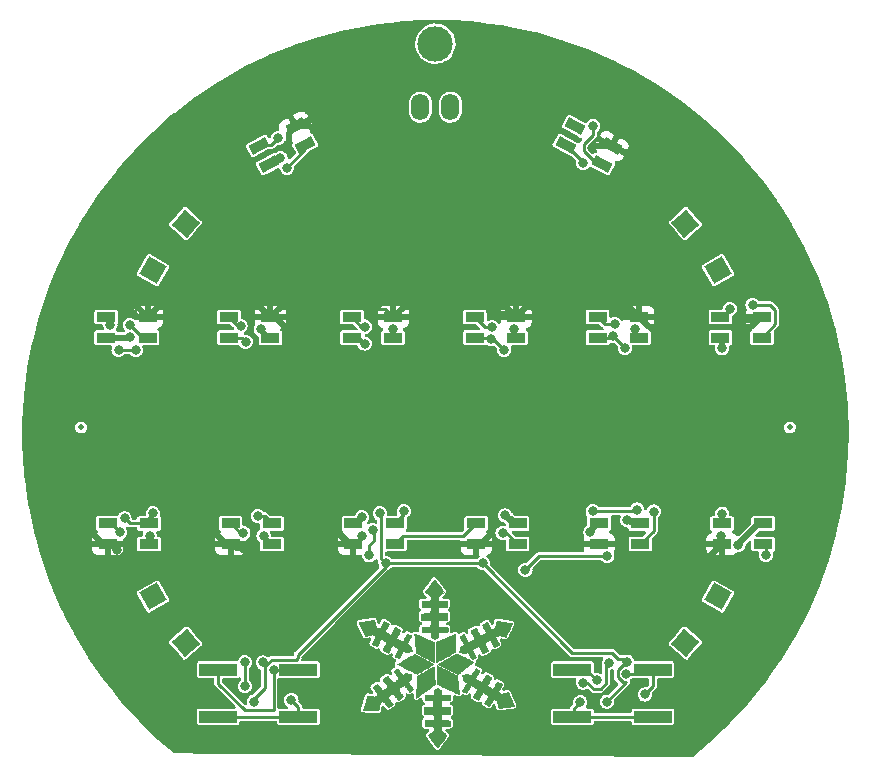
<source format=gbr>
%TF.GenerationSoftware,KiCad,Pcbnew,(6.0.7-1)-1*%
%TF.CreationDate,2022-12-12T20:47:57-08:00*%
%TF.ProjectId,ChristmasCountdown2022,43687269-7374-46d6-9173-436f756e7464,rev?*%
%TF.SameCoordinates,Original*%
%TF.FileFunction,Copper,L1,Top*%
%TF.FilePolarity,Positive*%
%FSLAX46Y46*%
G04 Gerber Fmt 4.6, Leading zero omitted, Abs format (unit mm)*
G04 Created by KiCad (PCBNEW (6.0.7-1)-1) date 2022-12-12 20:47:57*
%MOMM*%
%LPD*%
G01*
G04 APERTURE LIST*
G04 Aperture macros list*
%AMRotRect*
0 Rectangle, with rotation*
0 The origin of the aperture is its center*
0 $1 length*
0 $2 width*
0 $3 Rotation angle, in degrees counterclockwise*
0 Add horizontal line*
21,1,$1,$2,0,0,$3*%
G04 Aperture macros list end*
%TA.AperFunction,EtchedComponent*%
%ADD10C,0.010000*%
%TD*%
%TA.AperFunction,SMDPad,CuDef*%
%ADD11R,1.600000X0.850000*%
%TD*%
%TA.AperFunction,SMDPad,CuDef*%
%ADD12C,0.500000*%
%TD*%
%TA.AperFunction,SMDPad,CuDef*%
%ADD13R,3.200000X1.000000*%
%TD*%
%TA.AperFunction,SMDPad,CuDef*%
%ADD14RotRect,1.600000X0.850000X332.000000*%
%TD*%
%TA.AperFunction,ComponentPad*%
%ADD15C,3.000000*%
%TD*%
%TA.AperFunction,ComponentPad*%
%ADD16O,1.524000X2.240000*%
%TD*%
%TA.AperFunction,SMDPad,CuDef*%
%ADD17RotRect,1.600000X0.850000X28.000000*%
%TD*%
%TA.AperFunction,ComponentPad*%
%ADD18RotRect,1.700000X1.700000X240.000000*%
%TD*%
%TA.AperFunction,ComponentPad*%
%ADD19RotRect,1.700000X1.700000X50.000000*%
%TD*%
%TA.AperFunction,ComponentPad*%
%ADD20RotRect,1.700000X1.700000X60.000000*%
%TD*%
%TA.AperFunction,ComponentPad*%
%ADD21RotRect,1.700000X1.700000X300.000000*%
%TD*%
%TA.AperFunction,ComponentPad*%
%ADD22RotRect,1.700000X1.700000X310.000000*%
%TD*%
%TA.AperFunction,ComponentPad*%
%ADD23RotRect,1.700000X1.700000X230.000000*%
%TD*%
%TA.AperFunction,ViaPad*%
%ADD24C,0.800000*%
%TD*%
%TA.AperFunction,Conductor*%
%ADD25C,0.500000*%
%TD*%
%TA.AperFunction,Conductor*%
%ADD26C,0.250000*%
%TD*%
G04 APERTURE END LIST*
%TO.C,U5*%
G36*
X151684627Y-117001107D02*
G01*
X151685263Y-117049444D01*
X151684838Y-117123256D01*
X151683473Y-117218360D01*
X151681293Y-117330574D01*
X151678419Y-117455713D01*
X151674976Y-117589595D01*
X151671087Y-117728036D01*
X151666874Y-117866854D01*
X151662461Y-118001865D01*
X151657970Y-118128886D01*
X151653526Y-118243735D01*
X151649250Y-118342227D01*
X151645267Y-118420181D01*
X151641698Y-118473412D01*
X151638668Y-118497738D01*
X151638180Y-118498733D01*
X151621089Y-118509242D01*
X151577963Y-118534210D01*
X151512136Y-118571770D01*
X151426945Y-118620055D01*
X151325724Y-118677199D01*
X151211808Y-118741335D01*
X151088535Y-118810595D01*
X150959237Y-118883114D01*
X150827252Y-118957024D01*
X150695915Y-119030458D01*
X150568560Y-119101550D01*
X150448523Y-119168433D01*
X150339139Y-119229239D01*
X150243745Y-119282103D01*
X150165675Y-119325157D01*
X150108264Y-119356534D01*
X150074849Y-119374368D01*
X150067573Y-119377812D01*
X150065996Y-119361411D01*
X150064683Y-119314328D01*
X150063648Y-119239752D01*
X150062908Y-119140866D01*
X150062478Y-119020857D01*
X150062373Y-118882910D01*
X150062609Y-118730211D01*
X150063202Y-118565946D01*
X150063423Y-118520285D01*
X150067812Y-117662758D01*
X150871088Y-117318373D01*
X151026171Y-117252111D01*
X151171721Y-117190361D01*
X151304802Y-117134337D01*
X151422479Y-117085254D01*
X151521816Y-117044328D01*
X151599876Y-117012773D01*
X151653726Y-116991804D01*
X151680428Y-116982636D01*
X151682805Y-116982428D01*
X151684627Y-117001107D01*
G37*
D10*
X151684627Y-117001107D02*
X151685263Y-117049444D01*
X151684838Y-117123256D01*
X151683473Y-117218360D01*
X151681293Y-117330574D01*
X151678419Y-117455713D01*
X151674976Y-117589595D01*
X151671087Y-117728036D01*
X151666874Y-117866854D01*
X151662461Y-118001865D01*
X151657970Y-118128886D01*
X151653526Y-118243735D01*
X151649250Y-118342227D01*
X151645267Y-118420181D01*
X151641698Y-118473412D01*
X151638668Y-118497738D01*
X151638180Y-118498733D01*
X151621089Y-118509242D01*
X151577963Y-118534210D01*
X151512136Y-118571770D01*
X151426945Y-118620055D01*
X151325724Y-118677199D01*
X151211808Y-118741335D01*
X151088535Y-118810595D01*
X150959237Y-118883114D01*
X150827252Y-118957024D01*
X150695915Y-119030458D01*
X150568560Y-119101550D01*
X150448523Y-119168433D01*
X150339139Y-119229239D01*
X150243745Y-119282103D01*
X150165675Y-119325157D01*
X150108264Y-119356534D01*
X150074849Y-119374368D01*
X150067573Y-119377812D01*
X150065996Y-119361411D01*
X150064683Y-119314328D01*
X150063648Y-119239752D01*
X150062908Y-119140866D01*
X150062478Y-119020857D01*
X150062373Y-118882910D01*
X150062609Y-118730211D01*
X150063202Y-118565946D01*
X150063423Y-118520285D01*
X150067812Y-117662758D01*
X150871088Y-117318373D01*
X151026171Y-117252111D01*
X151171721Y-117190361D01*
X151304802Y-117134337D01*
X151422479Y-117085254D01*
X151521816Y-117044328D01*
X151599876Y-117012773D01*
X151653726Y-116991804D01*
X151680428Y-116982636D01*
X151682805Y-116982428D01*
X151684627Y-117001107D01*
G36*
X148228750Y-116966198D02*
G01*
X148272727Y-116980950D01*
X148343381Y-117007608D01*
X148438555Y-117045302D01*
X148556088Y-117093164D01*
X148693822Y-117150325D01*
X148849597Y-117215916D01*
X149021253Y-117289068D01*
X149026412Y-117291279D01*
X149839212Y-117639643D01*
X149839212Y-118500261D01*
X149839131Y-118667339D01*
X149838900Y-118823661D01*
X149838533Y-118966055D01*
X149838046Y-119091347D01*
X149837456Y-119196367D01*
X149836777Y-119277941D01*
X149836026Y-119332896D01*
X149835217Y-119358062D01*
X149834978Y-119359337D01*
X149819649Y-119351323D01*
X149777319Y-119328935D01*
X149710885Y-119293713D01*
X149623242Y-119247192D01*
X149517285Y-119190911D01*
X149395911Y-119126408D01*
X149262016Y-119055221D01*
X149118496Y-118978886D01*
X149105631Y-118972043D01*
X148960899Y-118894907D01*
X148825189Y-118822310D01*
X148701457Y-118755851D01*
X148592661Y-118697132D01*
X148501756Y-118647754D01*
X148431701Y-118609317D01*
X148385450Y-118583422D01*
X148365962Y-118571670D01*
X148365676Y-118571419D01*
X148362175Y-118553132D01*
X148356096Y-118505135D01*
X148347819Y-118431455D01*
X148337727Y-118336121D01*
X148326200Y-118223160D01*
X148313619Y-118096598D01*
X148300365Y-117960463D01*
X148286819Y-117818784D01*
X148273363Y-117675586D01*
X148260377Y-117534898D01*
X148248243Y-117400747D01*
X148237341Y-117277160D01*
X148228053Y-117168165D01*
X148220759Y-117077790D01*
X148215841Y-117010061D01*
X148213680Y-116969006D01*
X148213612Y-116964220D01*
X148228750Y-116966198D01*
G37*
X148228750Y-116966198D02*
X148272727Y-116980950D01*
X148343381Y-117007608D01*
X148438555Y-117045302D01*
X148556088Y-117093164D01*
X148693822Y-117150325D01*
X148849597Y-117215916D01*
X149021253Y-117289068D01*
X149026412Y-117291279D01*
X149839212Y-117639643D01*
X149839212Y-118500261D01*
X149839131Y-118667339D01*
X149838900Y-118823661D01*
X149838533Y-118966055D01*
X149838046Y-119091347D01*
X149837456Y-119196367D01*
X149836777Y-119277941D01*
X149836026Y-119332896D01*
X149835217Y-119358062D01*
X149834978Y-119359337D01*
X149819649Y-119351323D01*
X149777319Y-119328935D01*
X149710885Y-119293713D01*
X149623242Y-119247192D01*
X149517285Y-119190911D01*
X149395911Y-119126408D01*
X149262016Y-119055221D01*
X149118496Y-118978886D01*
X149105631Y-118972043D01*
X148960899Y-118894907D01*
X148825189Y-118822310D01*
X148701457Y-118755851D01*
X148592661Y-118697132D01*
X148501756Y-118647754D01*
X148431701Y-118609317D01*
X148385450Y-118583422D01*
X148365962Y-118571670D01*
X148365676Y-118571419D01*
X148362175Y-118553132D01*
X148356096Y-118505135D01*
X148347819Y-118431455D01*
X148337727Y-118336121D01*
X148326200Y-118223160D01*
X148313619Y-118096598D01*
X148300365Y-117960463D01*
X148286819Y-117818784D01*
X148273363Y-117675586D01*
X148260377Y-117534898D01*
X148248243Y-117400747D01*
X148237341Y-117277160D01*
X148228053Y-117168165D01*
X148220759Y-117077790D01*
X148215841Y-117010061D01*
X148213680Y-116969006D01*
X148213612Y-116964220D01*
X148228750Y-116966198D01*
G36*
X153414559Y-119910607D02*
G01*
X153453450Y-119931326D01*
X153506389Y-119960605D01*
X153565797Y-119994145D01*
X153624100Y-120027649D01*
X153673721Y-120056818D01*
X153707082Y-120077354D01*
X153715747Y-120083404D01*
X153716074Y-120097595D01*
X153702854Y-120130347D01*
X153674976Y-120183694D01*
X153631331Y-120259670D01*
X153570809Y-120360308D01*
X153515612Y-120450064D01*
X153465072Y-120532934D01*
X153421482Y-120606757D01*
X153387771Y-120666378D01*
X153366872Y-120706640D01*
X153361345Y-120721441D01*
X153375125Y-120737055D01*
X153413374Y-120766733D01*
X153471452Y-120807227D01*
X153544722Y-120855289D01*
X153618142Y-120901299D01*
X153718210Y-120961732D01*
X153793354Y-121004614D01*
X153846628Y-121031477D01*
X153881088Y-121043856D01*
X153899786Y-121043282D01*
X153900339Y-121042956D01*
X153916624Y-121023998D01*
X153947028Y-120980621D01*
X153988444Y-120917565D01*
X154037768Y-120839568D01*
X154091894Y-120751373D01*
X154098343Y-120740695D01*
X154152718Y-120651719D01*
X154202519Y-120572467D01*
X154244672Y-120507654D01*
X154276100Y-120461998D01*
X154293730Y-120440214D01*
X154294764Y-120439433D01*
X154316879Y-120439670D01*
X154360014Y-120456581D01*
X154426285Y-120491169D01*
X154517805Y-120544439D01*
X154525076Y-120548812D01*
X154599040Y-120594477D01*
X154661352Y-120635057D01*
X154706789Y-120666985D01*
X154730123Y-120686693D01*
X154732108Y-120690146D01*
X154723804Y-120709058D01*
X154700291Y-120752270D01*
X154664167Y-120815272D01*
X154618031Y-120893558D01*
X154564481Y-120982618D01*
X154546679Y-121011879D01*
X154491335Y-121103381D01*
X154442575Y-121185512D01*
X154403001Y-121253765D01*
X154375216Y-121303630D01*
X154361821Y-121330598D01*
X154360997Y-121333613D01*
X154374678Y-121346898D01*
X154411582Y-121373663D01*
X154465769Y-121410171D01*
X154531297Y-121452686D01*
X154602224Y-121497472D01*
X154672610Y-121540793D01*
X154736512Y-121578914D01*
X154787991Y-121608097D01*
X154821104Y-121624608D01*
X154826989Y-121626639D01*
X154843128Y-121614870D01*
X154872346Y-121579015D01*
X154910786Y-121524313D01*
X154954590Y-121456003D01*
X154964139Y-121440372D01*
X155008830Y-121366628D01*
X155048253Y-121301660D01*
X155078523Y-121251867D01*
X155095751Y-121223650D01*
X155097011Y-121221609D01*
X155115541Y-121190082D01*
X155141548Y-121144056D01*
X155150808Y-121127343D01*
X155177929Y-121079777D01*
X155201493Y-121049026D01*
X155227227Y-121035191D01*
X155260860Y-121038375D01*
X155308119Y-121058680D01*
X155374732Y-121096209D01*
X155435362Y-121132432D01*
X155506893Y-121176266D01*
X155566616Y-121214559D01*
X155609145Y-121243730D01*
X155629096Y-121260199D01*
X155629926Y-121261831D01*
X155621678Y-121280926D01*
X155599142Y-121321518D01*
X155566305Y-121376596D01*
X155545745Y-121409813D01*
X155509077Y-121469008D01*
X155480410Y-121516593D01*
X155463717Y-121545905D01*
X155461079Y-121551827D01*
X155452755Y-121568185D01*
X155430230Y-121607075D01*
X155397177Y-121662259D01*
X155366189Y-121713022D01*
X155328017Y-121778363D01*
X155298911Y-121834551D01*
X155282259Y-121874625D01*
X155280039Y-121890078D01*
X155298645Y-121910084D01*
X155338440Y-121939113D01*
X155391504Y-121972659D01*
X155449917Y-122006215D01*
X155505757Y-122035276D01*
X155551104Y-122055336D01*
X155578037Y-122061888D01*
X155580667Y-122061094D01*
X155605376Y-122052109D01*
X155658382Y-122037050D01*
X155734908Y-122017131D01*
X155830177Y-121993563D01*
X155939412Y-121967561D01*
X156041912Y-121943944D01*
X156076306Y-121935726D01*
X156103566Y-121930873D01*
X156126161Y-121932676D01*
X156146558Y-121944428D01*
X156167228Y-121969421D01*
X156190639Y-122010947D01*
X156219259Y-122072298D01*
X156255558Y-122156765D01*
X156302003Y-122267642D01*
X156323928Y-122320011D01*
X156367973Y-122424639D01*
X156410447Y-122524794D01*
X156448580Y-122614003D01*
X156479603Y-122685789D01*
X156500746Y-122733679D01*
X156502722Y-122738026D01*
X156525144Y-122788457D01*
X156540412Y-122825499D01*
X156544812Y-122839170D01*
X156551371Y-122857964D01*
X156568651Y-122898947D01*
X156593053Y-122953615D01*
X156595612Y-122959213D01*
X156620455Y-123014292D01*
X156638556Y-123056018D01*
X156646339Y-123076130D01*
X156646412Y-123076640D01*
X156630186Y-123083190D01*
X156584027Y-123092420D01*
X156511715Y-123103779D01*
X156417031Y-123116720D01*
X156303754Y-123130694D01*
X156175664Y-123145150D01*
X156172278Y-123145516D01*
X156073476Y-123156462D01*
X155976229Y-123167737D01*
X155890546Y-123178149D01*
X155826440Y-123186505D01*
X155816678Y-123187883D01*
X155737531Y-123198421D01*
X155652577Y-123208419D01*
X155605012Y-123213322D01*
X155534618Y-123220325D01*
X155465078Y-123227838D01*
X155431422Y-123231789D01*
X155385097Y-123235320D01*
X155360449Y-123227841D01*
X155345924Y-123204888D01*
X155343064Y-123197644D01*
X155331837Y-123161780D01*
X155316055Y-123103382D01*
X155298516Y-123032974D01*
X155292168Y-123006103D01*
X155262446Y-122881854D01*
X155237501Y-122785809D01*
X155215964Y-122712865D01*
X155204236Y-122678417D01*
X155177172Y-122642090D01*
X155119099Y-122595591D01*
X155051885Y-122552169D01*
X154987796Y-122514111D01*
X154946065Y-122492069D01*
X154920432Y-122483945D01*
X154904637Y-122487647D01*
X154893741Y-122499246D01*
X154878473Y-122522659D01*
X154848974Y-122570049D01*
X154808370Y-122636312D01*
X154759790Y-122716345D01*
X154706359Y-122805043D01*
X154705156Y-122807048D01*
X154652596Y-122893563D01*
X154605436Y-122969162D01*
X154566575Y-123029362D01*
X154538909Y-123069683D01*
X154525336Y-123085643D01*
X154524974Y-123085733D01*
X154504528Y-123077604D01*
X154462404Y-123055435D01*
X154405510Y-123023344D01*
X154340754Y-122985449D01*
X154275047Y-122945868D01*
X154215295Y-122908720D01*
X154168409Y-122878124D01*
X154141295Y-122858197D01*
X154138292Y-122855219D01*
X154132149Y-122848167D01*
X154128524Y-122840967D01*
X154129288Y-122830047D01*
X154136309Y-122811836D01*
X154151458Y-122782765D01*
X154176606Y-122739263D01*
X154213622Y-122677758D01*
X154264376Y-122594680D01*
X154330739Y-122486459D01*
X154335444Y-122478784D01*
X154396078Y-122377706D01*
X154438182Y-122302264D01*
X154462770Y-122250438D01*
X154470858Y-122220207D01*
X154469091Y-122212644D01*
X154449740Y-122196324D01*
X154406670Y-122166392D01*
X154345335Y-122126441D01*
X154271184Y-122080065D01*
X154229386Y-122054613D01*
X154005226Y-121919359D01*
X153978563Y-121956686D01*
X153961587Y-121982865D01*
X153930695Y-122032816D01*
X153889173Y-122101137D01*
X153840304Y-122182426D01*
X153791132Y-122264946D01*
X153739466Y-122351502D01*
X153693083Y-122428237D01*
X153654975Y-122490280D01*
X153628134Y-122532758D01*
X153615664Y-122550691D01*
X153597215Y-122547431D01*
X153556609Y-122529473D01*
X153500149Y-122500475D01*
X153434139Y-122464092D01*
X153364884Y-122423983D01*
X153298687Y-122383803D01*
X153241853Y-122347209D01*
X153200684Y-122317859D01*
X153181486Y-122299409D01*
X153181130Y-122298624D01*
X153181484Y-122284473D01*
X153190725Y-122258634D01*
X153210441Y-122218190D01*
X153242217Y-122160226D01*
X153287641Y-122081824D01*
X153348298Y-121980069D01*
X153409432Y-121878945D01*
X153453689Y-121804446D01*
X153490709Y-121739095D01*
X153517235Y-121688874D01*
X153530009Y-121659765D01*
X153530679Y-121656251D01*
X153517336Y-121633316D01*
X153484373Y-121605859D01*
X153475645Y-121600343D01*
X153440756Y-121579292D01*
X153384239Y-121545009D01*
X153313368Y-121501912D01*
X153235416Y-121454422D01*
X153220071Y-121445063D01*
X153145678Y-121401215D01*
X153080415Y-121365610D01*
X153030181Y-121341254D01*
X153000877Y-121331157D01*
X152997068Y-121331350D01*
X152981786Y-121347991D01*
X152952472Y-121389267D01*
X152912155Y-121450556D01*
X152863866Y-121527241D01*
X152810634Y-121614701D01*
X152804680Y-121624658D01*
X152750795Y-121714597D01*
X152701641Y-121796003D01*
X152660298Y-121863826D01*
X152629847Y-121913016D01*
X152613366Y-121938523D01*
X152612765Y-121939360D01*
X152601177Y-121951166D01*
X152585428Y-121954137D01*
X152559891Y-121946225D01*
X152518937Y-121925381D01*
X152456940Y-121889555D01*
X152426760Y-121871627D01*
X152262745Y-121773879D01*
X152314609Y-121680746D01*
X152341842Y-121633418D01*
X152382390Y-121564947D01*
X152431685Y-121482955D01*
X152485161Y-121395061D01*
X152511561Y-121352061D01*
X152566618Y-121263887D01*
X152605539Y-121199850D01*
X152627813Y-121154042D01*
X152632935Y-121120557D01*
X152620395Y-121093485D01*
X152589685Y-121066921D01*
X152540298Y-121034955D01*
X152481092Y-120997736D01*
X152422406Y-120957742D01*
X152386936Y-120926254D01*
X152367920Y-120896018D01*
X152360016Y-120867899D01*
X152350314Y-120820616D01*
X152336024Y-120755093D01*
X152321301Y-120690146D01*
X152306096Y-120624183D01*
X152292751Y-120565839D01*
X152284264Y-120528237D01*
X152281446Y-120501702D01*
X152292881Y-120485221D01*
X152325972Y-120472224D01*
X152356567Y-120464057D01*
X152416959Y-120448178D01*
X152472569Y-120432695D01*
X152489279Y-120427751D01*
X152534898Y-120414700D01*
X152596364Y-120398169D01*
X152634834Y-120388233D01*
X152729589Y-120364215D01*
X152863051Y-120445366D01*
X152922709Y-120480069D01*
X152971561Y-120505559D01*
X153002526Y-120518282D01*
X153009162Y-120518701D01*
X153021276Y-120502431D01*
X153047895Y-120461441D01*
X153086264Y-120400146D01*
X153133629Y-120322965D01*
X153187232Y-120234314D01*
X153203715Y-120206815D01*
X153258460Y-120116195D01*
X153307723Y-120036335D01*
X153348783Y-119971511D01*
X153378915Y-119926002D01*
X153395397Y-119904082D01*
X153397291Y-119902746D01*
X153414559Y-119910607D01*
G37*
X153414559Y-119910607D02*
X153453450Y-119931326D01*
X153506389Y-119960605D01*
X153565797Y-119994145D01*
X153624100Y-120027649D01*
X153673721Y-120056818D01*
X153707082Y-120077354D01*
X153715747Y-120083404D01*
X153716074Y-120097595D01*
X153702854Y-120130347D01*
X153674976Y-120183694D01*
X153631331Y-120259670D01*
X153570809Y-120360308D01*
X153515612Y-120450064D01*
X153465072Y-120532934D01*
X153421482Y-120606757D01*
X153387771Y-120666378D01*
X153366872Y-120706640D01*
X153361345Y-120721441D01*
X153375125Y-120737055D01*
X153413374Y-120766733D01*
X153471452Y-120807227D01*
X153544722Y-120855289D01*
X153618142Y-120901299D01*
X153718210Y-120961732D01*
X153793354Y-121004614D01*
X153846628Y-121031477D01*
X153881088Y-121043856D01*
X153899786Y-121043282D01*
X153900339Y-121042956D01*
X153916624Y-121023998D01*
X153947028Y-120980621D01*
X153988444Y-120917565D01*
X154037768Y-120839568D01*
X154091894Y-120751373D01*
X154098343Y-120740695D01*
X154152718Y-120651719D01*
X154202519Y-120572467D01*
X154244672Y-120507654D01*
X154276100Y-120461998D01*
X154293730Y-120440214D01*
X154294764Y-120439433D01*
X154316879Y-120439670D01*
X154360014Y-120456581D01*
X154426285Y-120491169D01*
X154517805Y-120544439D01*
X154525076Y-120548812D01*
X154599040Y-120594477D01*
X154661352Y-120635057D01*
X154706789Y-120666985D01*
X154730123Y-120686693D01*
X154732108Y-120690146D01*
X154723804Y-120709058D01*
X154700291Y-120752270D01*
X154664167Y-120815272D01*
X154618031Y-120893558D01*
X154564481Y-120982618D01*
X154546679Y-121011879D01*
X154491335Y-121103381D01*
X154442575Y-121185512D01*
X154403001Y-121253765D01*
X154375216Y-121303630D01*
X154361821Y-121330598D01*
X154360997Y-121333613D01*
X154374678Y-121346898D01*
X154411582Y-121373663D01*
X154465769Y-121410171D01*
X154531297Y-121452686D01*
X154602224Y-121497472D01*
X154672610Y-121540793D01*
X154736512Y-121578914D01*
X154787991Y-121608097D01*
X154821104Y-121624608D01*
X154826989Y-121626639D01*
X154843128Y-121614870D01*
X154872346Y-121579015D01*
X154910786Y-121524313D01*
X154954590Y-121456003D01*
X154964139Y-121440372D01*
X155008830Y-121366628D01*
X155048253Y-121301660D01*
X155078523Y-121251867D01*
X155095751Y-121223650D01*
X155097011Y-121221609D01*
X155115541Y-121190082D01*
X155141548Y-121144056D01*
X155150808Y-121127343D01*
X155177929Y-121079777D01*
X155201493Y-121049026D01*
X155227227Y-121035191D01*
X155260860Y-121038375D01*
X155308119Y-121058680D01*
X155374732Y-121096209D01*
X155435362Y-121132432D01*
X155506893Y-121176266D01*
X155566616Y-121214559D01*
X155609145Y-121243730D01*
X155629096Y-121260199D01*
X155629926Y-121261831D01*
X155621678Y-121280926D01*
X155599142Y-121321518D01*
X155566305Y-121376596D01*
X155545745Y-121409813D01*
X155509077Y-121469008D01*
X155480410Y-121516593D01*
X155463717Y-121545905D01*
X155461079Y-121551827D01*
X155452755Y-121568185D01*
X155430230Y-121607075D01*
X155397177Y-121662259D01*
X155366189Y-121713022D01*
X155328017Y-121778363D01*
X155298911Y-121834551D01*
X155282259Y-121874625D01*
X155280039Y-121890078D01*
X155298645Y-121910084D01*
X155338440Y-121939113D01*
X155391504Y-121972659D01*
X155449917Y-122006215D01*
X155505757Y-122035276D01*
X155551104Y-122055336D01*
X155578037Y-122061888D01*
X155580667Y-122061094D01*
X155605376Y-122052109D01*
X155658382Y-122037050D01*
X155734908Y-122017131D01*
X155830177Y-121993563D01*
X155939412Y-121967561D01*
X156041912Y-121943944D01*
X156076306Y-121935726D01*
X156103566Y-121930873D01*
X156126161Y-121932676D01*
X156146558Y-121944428D01*
X156167228Y-121969421D01*
X156190639Y-122010947D01*
X156219259Y-122072298D01*
X156255558Y-122156765D01*
X156302003Y-122267642D01*
X156323928Y-122320011D01*
X156367973Y-122424639D01*
X156410447Y-122524794D01*
X156448580Y-122614003D01*
X156479603Y-122685789D01*
X156500746Y-122733679D01*
X156502722Y-122738026D01*
X156525144Y-122788457D01*
X156540412Y-122825499D01*
X156544812Y-122839170D01*
X156551371Y-122857964D01*
X156568651Y-122898947D01*
X156593053Y-122953615D01*
X156595612Y-122959213D01*
X156620455Y-123014292D01*
X156638556Y-123056018D01*
X156646339Y-123076130D01*
X156646412Y-123076640D01*
X156630186Y-123083190D01*
X156584027Y-123092420D01*
X156511715Y-123103779D01*
X156417031Y-123116720D01*
X156303754Y-123130694D01*
X156175664Y-123145150D01*
X156172278Y-123145516D01*
X156073476Y-123156462D01*
X155976229Y-123167737D01*
X155890546Y-123178149D01*
X155826440Y-123186505D01*
X155816678Y-123187883D01*
X155737531Y-123198421D01*
X155652577Y-123208419D01*
X155605012Y-123213322D01*
X155534618Y-123220325D01*
X155465078Y-123227838D01*
X155431422Y-123231789D01*
X155385097Y-123235320D01*
X155360449Y-123227841D01*
X155345924Y-123204888D01*
X155343064Y-123197644D01*
X155331837Y-123161780D01*
X155316055Y-123103382D01*
X155298516Y-123032974D01*
X155292168Y-123006103D01*
X155262446Y-122881854D01*
X155237501Y-122785809D01*
X155215964Y-122712865D01*
X155204236Y-122678417D01*
X155177172Y-122642090D01*
X155119099Y-122595591D01*
X155051885Y-122552169D01*
X154987796Y-122514111D01*
X154946065Y-122492069D01*
X154920432Y-122483945D01*
X154904637Y-122487647D01*
X154893741Y-122499246D01*
X154878473Y-122522659D01*
X154848974Y-122570049D01*
X154808370Y-122636312D01*
X154759790Y-122716345D01*
X154706359Y-122805043D01*
X154705156Y-122807048D01*
X154652596Y-122893563D01*
X154605436Y-122969162D01*
X154566575Y-123029362D01*
X154538909Y-123069683D01*
X154525336Y-123085643D01*
X154524974Y-123085733D01*
X154504528Y-123077604D01*
X154462404Y-123055435D01*
X154405510Y-123023344D01*
X154340754Y-122985449D01*
X154275047Y-122945868D01*
X154215295Y-122908720D01*
X154168409Y-122878124D01*
X154141295Y-122858197D01*
X154138292Y-122855219D01*
X154132149Y-122848167D01*
X154128524Y-122840967D01*
X154129288Y-122830047D01*
X154136309Y-122811836D01*
X154151458Y-122782765D01*
X154176606Y-122739263D01*
X154213622Y-122677758D01*
X154264376Y-122594680D01*
X154330739Y-122486459D01*
X154335444Y-122478784D01*
X154396078Y-122377706D01*
X154438182Y-122302264D01*
X154462770Y-122250438D01*
X154470858Y-122220207D01*
X154469091Y-122212644D01*
X154449740Y-122196324D01*
X154406670Y-122166392D01*
X154345335Y-122126441D01*
X154271184Y-122080065D01*
X154229386Y-122054613D01*
X154005226Y-121919359D01*
X153978563Y-121956686D01*
X153961587Y-121982865D01*
X153930695Y-122032816D01*
X153889173Y-122101137D01*
X153840304Y-122182426D01*
X153791132Y-122264946D01*
X153739466Y-122351502D01*
X153693083Y-122428237D01*
X153654975Y-122490280D01*
X153628134Y-122532758D01*
X153615664Y-122550691D01*
X153597215Y-122547431D01*
X153556609Y-122529473D01*
X153500149Y-122500475D01*
X153434139Y-122464092D01*
X153364884Y-122423983D01*
X153298687Y-122383803D01*
X153241853Y-122347209D01*
X153200684Y-122317859D01*
X153181486Y-122299409D01*
X153181130Y-122298624D01*
X153181484Y-122284473D01*
X153190725Y-122258634D01*
X153210441Y-122218190D01*
X153242217Y-122160226D01*
X153287641Y-122081824D01*
X153348298Y-121980069D01*
X153409432Y-121878945D01*
X153453689Y-121804446D01*
X153490709Y-121739095D01*
X153517235Y-121688874D01*
X153530009Y-121659765D01*
X153530679Y-121656251D01*
X153517336Y-121633316D01*
X153484373Y-121605859D01*
X153475645Y-121600343D01*
X153440756Y-121579292D01*
X153384239Y-121545009D01*
X153313368Y-121501912D01*
X153235416Y-121454422D01*
X153220071Y-121445063D01*
X153145678Y-121401215D01*
X153080415Y-121365610D01*
X153030181Y-121341254D01*
X153000877Y-121331157D01*
X152997068Y-121331350D01*
X152981786Y-121347991D01*
X152952472Y-121389267D01*
X152912155Y-121450556D01*
X152863866Y-121527241D01*
X152810634Y-121614701D01*
X152804680Y-121624658D01*
X152750795Y-121714597D01*
X152701641Y-121796003D01*
X152660298Y-121863826D01*
X152629847Y-121913016D01*
X152613366Y-121938523D01*
X152612765Y-121939360D01*
X152601177Y-121951166D01*
X152585428Y-121954137D01*
X152559891Y-121946225D01*
X152518937Y-121925381D01*
X152456940Y-121889555D01*
X152426760Y-121871627D01*
X152262745Y-121773879D01*
X152314609Y-121680746D01*
X152341842Y-121633418D01*
X152382390Y-121564947D01*
X152431685Y-121482955D01*
X152485161Y-121395061D01*
X152511561Y-121352061D01*
X152566618Y-121263887D01*
X152605539Y-121199850D01*
X152627813Y-121154042D01*
X152632935Y-121120557D01*
X152620395Y-121093485D01*
X152589685Y-121066921D01*
X152540298Y-121034955D01*
X152481092Y-120997736D01*
X152422406Y-120957742D01*
X152386936Y-120926254D01*
X152367920Y-120896018D01*
X152360016Y-120867899D01*
X152350314Y-120820616D01*
X152336024Y-120755093D01*
X152321301Y-120690146D01*
X152306096Y-120624183D01*
X152292751Y-120565839D01*
X152284264Y-120528237D01*
X152281446Y-120501702D01*
X152292881Y-120485221D01*
X152325972Y-120472224D01*
X152356567Y-120464057D01*
X152416959Y-120448178D01*
X152472569Y-120432695D01*
X152489279Y-120427751D01*
X152534898Y-120414700D01*
X152596364Y-120398169D01*
X152634834Y-120388233D01*
X152729589Y-120364215D01*
X152863051Y-120445366D01*
X152922709Y-120480069D01*
X152971561Y-120505559D01*
X153002526Y-120518282D01*
X153009162Y-120518701D01*
X153021276Y-120502431D01*
X153047895Y-120461441D01*
X153086264Y-120400146D01*
X153133629Y-120322965D01*
X153187232Y-120234314D01*
X153203715Y-120206815D01*
X153258460Y-120116195D01*
X153307723Y-120036335D01*
X153348783Y-119971511D01*
X153378915Y-119926002D01*
X153395397Y-119904082D01*
X153397291Y-119902746D01*
X153414559Y-119910607D01*
G36*
X149843985Y-119748893D02*
G01*
X149846570Y-119755385D01*
X149853178Y-119794558D01*
X149859652Y-119847814D01*
X149866193Y-119918009D01*
X149873000Y-120008000D01*
X149880273Y-120120644D01*
X149888211Y-120258796D01*
X149897015Y-120425315D01*
X149906024Y-120605479D01*
X149913669Y-120763792D01*
X149919497Y-120891710D01*
X149923519Y-120992657D01*
X149925749Y-121070053D01*
X149926198Y-121127322D01*
X149924880Y-121167887D01*
X149921807Y-121195169D01*
X149916992Y-121212592D01*
X149910446Y-121223577D01*
X149908306Y-121225965D01*
X149891038Y-121239910D01*
X149849518Y-121271662D01*
X149786787Y-121318970D01*
X149705883Y-121379586D01*
X149609845Y-121451261D01*
X149501713Y-121531746D01*
X149384526Y-121618793D01*
X149261323Y-121710152D01*
X149135143Y-121803574D01*
X149009026Y-121896811D01*
X148886010Y-121987614D01*
X148769135Y-122073734D01*
X148661441Y-122152922D01*
X148565965Y-122222928D01*
X148485748Y-122281505D01*
X148423829Y-122326403D01*
X148383246Y-122355374D01*
X148368358Y-122365468D01*
X148355184Y-122367804D01*
X148350850Y-122349277D01*
X148354223Y-122304037D01*
X148355067Y-122296745D01*
X148357776Y-122263565D01*
X148361785Y-122200211D01*
X148366905Y-122110344D01*
X148372944Y-121997625D01*
X148379710Y-121865712D01*
X148387012Y-121718267D01*
X148394659Y-121558950D01*
X148402460Y-121391421D01*
X148403063Y-121378252D01*
X148411592Y-121198936D01*
X148420047Y-121034736D01*
X148428252Y-120888390D01*
X148436028Y-120762637D01*
X148443199Y-120660216D01*
X148449585Y-120583865D01*
X148455011Y-120536322D01*
X148458688Y-120520663D01*
X148476545Y-120508041D01*
X148520842Y-120480434D01*
X148588582Y-120439609D01*
X148676772Y-120387331D01*
X148782416Y-120325367D01*
X148902520Y-120255483D01*
X149034088Y-120179445D01*
X149157525Y-120108529D01*
X149317146Y-120017185D01*
X149449937Y-119941537D01*
X149558378Y-119880314D01*
X149644949Y-119832246D01*
X149712130Y-119796060D01*
X149762401Y-119770487D01*
X149798242Y-119754254D01*
X149822133Y-119746092D01*
X149836554Y-119744729D01*
X149843985Y-119748893D01*
G37*
X149843985Y-119748893D02*
X149846570Y-119755385D01*
X149853178Y-119794558D01*
X149859652Y-119847814D01*
X149866193Y-119918009D01*
X149873000Y-120008000D01*
X149880273Y-120120644D01*
X149888211Y-120258796D01*
X149897015Y-120425315D01*
X149906024Y-120605479D01*
X149913669Y-120763792D01*
X149919497Y-120891710D01*
X149923519Y-120992657D01*
X149925749Y-121070053D01*
X149926198Y-121127322D01*
X149924880Y-121167887D01*
X149921807Y-121195169D01*
X149916992Y-121212592D01*
X149910446Y-121223577D01*
X149908306Y-121225965D01*
X149891038Y-121239910D01*
X149849518Y-121271662D01*
X149786787Y-121318970D01*
X149705883Y-121379586D01*
X149609845Y-121451261D01*
X149501713Y-121531746D01*
X149384526Y-121618793D01*
X149261323Y-121710152D01*
X149135143Y-121803574D01*
X149009026Y-121896811D01*
X148886010Y-121987614D01*
X148769135Y-122073734D01*
X148661441Y-122152922D01*
X148565965Y-122222928D01*
X148485748Y-122281505D01*
X148423829Y-122326403D01*
X148383246Y-122355374D01*
X148368358Y-122365468D01*
X148355184Y-122367804D01*
X148350850Y-122349277D01*
X148354223Y-122304037D01*
X148355067Y-122296745D01*
X148357776Y-122263565D01*
X148361785Y-122200211D01*
X148366905Y-122110344D01*
X148372944Y-121997625D01*
X148379710Y-121865712D01*
X148387012Y-121718267D01*
X148394659Y-121558950D01*
X148402460Y-121391421D01*
X148403063Y-121378252D01*
X148411592Y-121198936D01*
X148420047Y-121034736D01*
X148428252Y-120888390D01*
X148436028Y-120762637D01*
X148443199Y-120660216D01*
X148449585Y-120583865D01*
X148455011Y-120536322D01*
X148458688Y-120520663D01*
X148476545Y-120508041D01*
X148520842Y-120480434D01*
X148588582Y-120439609D01*
X148676772Y-120387331D01*
X148782416Y-120325367D01*
X148902520Y-120255483D01*
X149034088Y-120179445D01*
X149157525Y-120108529D01*
X149317146Y-120017185D01*
X149449937Y-119941537D01*
X149558378Y-119880314D01*
X149644949Y-119832246D01*
X149712130Y-119796060D01*
X149762401Y-119770487D01*
X149798242Y-119754254D01*
X149822133Y-119746092D01*
X149836554Y-119744729D01*
X149843985Y-119748893D01*
G36*
X150189413Y-121539176D02*
G01*
X150227216Y-121568033D01*
X150277074Y-121609469D01*
X150332809Y-121658035D01*
X150388242Y-121708284D01*
X150437195Y-121754766D01*
X150473491Y-121792034D01*
X150486653Y-121807746D01*
X150492160Y-121831264D01*
X150496480Y-121880059D01*
X150498982Y-121945545D01*
X150499353Y-121980717D01*
X150500227Y-122055372D01*
X150503502Y-122103359D01*
X150510606Y-122131865D01*
X150522966Y-122148075D01*
X150534018Y-122155168D01*
X150565320Y-122162092D01*
X150628691Y-122167099D01*
X150722384Y-122170119D01*
X150844650Y-122171080D01*
X150919251Y-122170741D01*
X151270079Y-122167900D01*
X151270079Y-122552813D01*
X150901693Y-122556099D01*
X150792838Y-122557524D01*
X150695183Y-122559664D01*
X150613888Y-122562337D01*
X150554116Y-122565359D01*
X150521027Y-122568545D01*
X150516460Y-122569798D01*
X150511261Y-122589069D01*
X150506906Y-122635496D01*
X150503467Y-122702376D01*
X150501016Y-122783009D01*
X150499626Y-122870691D01*
X150499368Y-122958722D01*
X150500317Y-123040399D01*
X150502543Y-123109019D01*
X150506119Y-123157882D01*
X150509890Y-123177961D01*
X150516960Y-123186828D01*
X150533222Y-123193530D01*
X150562816Y-123198358D01*
X150609885Y-123201602D01*
X150678571Y-123203555D01*
X150773016Y-123204505D01*
X150891331Y-123204746D01*
X151262494Y-123204746D01*
X151257820Y-123462979D01*
X151253145Y-123721213D01*
X150880612Y-123729679D01*
X150508078Y-123738146D01*
X150503217Y-123983679D01*
X150502097Y-124074429D01*
X150502350Y-124155548D01*
X150503860Y-124219804D01*
X150506514Y-124259965D01*
X150507689Y-124266976D01*
X150511650Y-124279479D01*
X150519417Y-124288928D01*
X150535346Y-124295824D01*
X150563789Y-124300665D01*
X150609101Y-124303951D01*
X150675634Y-124306182D01*
X150767744Y-124307857D01*
X150876617Y-124309310D01*
X151236212Y-124313879D01*
X151240923Y-124546713D01*
X151242310Y-124631446D01*
X151242857Y-124702895D01*
X151242564Y-124754829D01*
X151241431Y-124781019D01*
X151240923Y-124782928D01*
X151223378Y-124784336D01*
X151176948Y-124786371D01*
X151106605Y-124788864D01*
X151017319Y-124791641D01*
X150914065Y-124794533D01*
X150872145Y-124795628D01*
X150508078Y-124804946D01*
X150503194Y-124962785D01*
X150498309Y-125120624D01*
X150714860Y-125340644D01*
X150783594Y-125411549D01*
X150842856Y-125474736D01*
X150888964Y-125526106D01*
X150918235Y-125561562D01*
X150927096Y-125576752D01*
X150915800Y-125594580D01*
X150886909Y-125634670D01*
X150843705Y-125692621D01*
X150789474Y-125764030D01*
X150727500Y-125844496D01*
X150722591Y-125850826D01*
X150597173Y-126012617D01*
X150491216Y-126149671D01*
X150403265Y-126263886D01*
X150331865Y-126357160D01*
X150275559Y-126431392D01*
X150232893Y-126488480D01*
X150216371Y-126510979D01*
X150183105Y-126554084D01*
X150157017Y-126583275D01*
X150145903Y-126591412D01*
X150130203Y-126578923D01*
X150101601Y-126546535D01*
X150073697Y-126510979D01*
X150036600Y-126460671D01*
X149988164Y-126393808D01*
X149936470Y-126321580D01*
X149913584Y-126289298D01*
X149862481Y-126217250D01*
X149810326Y-126144209D01*
X149765510Y-126081913D01*
X149750109Y-126060698D01*
X149711157Y-126006896D01*
X149676079Y-125957789D01*
X149657321Y-125931012D01*
X149635611Y-125900316D01*
X149599269Y-125849860D01*
X149553729Y-125787161D01*
X149513590Y-125732233D01*
X149468147Y-125669274D01*
X149431223Y-125616317D01*
X149406841Y-125579256D01*
X149398945Y-125564303D01*
X149410306Y-125549203D01*
X149441896Y-125514143D01*
X149489979Y-125463093D01*
X149550818Y-125400022D01*
X149619778Y-125329803D01*
X149840611Y-125106785D01*
X149835678Y-124955866D01*
X149830745Y-124804946D01*
X149466678Y-124796479D01*
X149102612Y-124788013D01*
X149097914Y-124546713D01*
X149093215Y-124305413D01*
X149457424Y-124305413D01*
X149577236Y-124305336D01*
X149667507Y-124304813D01*
X149732562Y-124303402D01*
X149776726Y-124300662D01*
X149804324Y-124296152D01*
X149819683Y-124289430D01*
X149827127Y-124280057D01*
X149830982Y-124267590D01*
X149831050Y-124267313D01*
X149834108Y-124237137D01*
X149836056Y-124180353D01*
X149836778Y-124104206D01*
X149836159Y-124015941D01*
X149835606Y-123983679D01*
X149830745Y-123738146D01*
X149449745Y-123729679D01*
X149068745Y-123721213D01*
X149064073Y-123463298D01*
X149059400Y-123205384D01*
X149445073Y-123200832D01*
X149830745Y-123196279D01*
X149830745Y-122569746D01*
X149466678Y-122560428D01*
X149359450Y-122557538D01*
X149264334Y-122554697D01*
X149186293Y-122552076D01*
X149130290Y-122549847D01*
X149101288Y-122548179D01*
X149098379Y-122547728D01*
X149096690Y-122530513D01*
X149095318Y-122486352D01*
X149094414Y-122422165D01*
X149094125Y-122353846D01*
X149094106Y-122163346D01*
X149420669Y-122168550D01*
X149541044Y-122169486D01*
X149643259Y-122168308D01*
X149722981Y-122165159D01*
X149775876Y-122160182D01*
X149793222Y-122156269D01*
X149814652Y-122146878D01*
X149828112Y-122133765D01*
X149835455Y-122109830D01*
X149838535Y-122067973D01*
X149839204Y-122001093D01*
X149839212Y-121980030D01*
X149839212Y-121821275D01*
X149991855Y-121674811D01*
X150052151Y-121618814D01*
X150105491Y-121572699D01*
X150146324Y-121541038D01*
X150169093Y-121528400D01*
X150169841Y-121528346D01*
X150189413Y-121539176D01*
G37*
X150189413Y-121539176D02*
X150227216Y-121568033D01*
X150277074Y-121609469D01*
X150332809Y-121658035D01*
X150388242Y-121708284D01*
X150437195Y-121754766D01*
X150473491Y-121792034D01*
X150486653Y-121807746D01*
X150492160Y-121831264D01*
X150496480Y-121880059D01*
X150498982Y-121945545D01*
X150499353Y-121980717D01*
X150500227Y-122055372D01*
X150503502Y-122103359D01*
X150510606Y-122131865D01*
X150522966Y-122148075D01*
X150534018Y-122155168D01*
X150565320Y-122162092D01*
X150628691Y-122167099D01*
X150722384Y-122170119D01*
X150844650Y-122171080D01*
X150919251Y-122170741D01*
X151270079Y-122167900D01*
X151270079Y-122552813D01*
X150901693Y-122556099D01*
X150792838Y-122557524D01*
X150695183Y-122559664D01*
X150613888Y-122562337D01*
X150554116Y-122565359D01*
X150521027Y-122568545D01*
X150516460Y-122569798D01*
X150511261Y-122589069D01*
X150506906Y-122635496D01*
X150503467Y-122702376D01*
X150501016Y-122783009D01*
X150499626Y-122870691D01*
X150499368Y-122958722D01*
X150500317Y-123040399D01*
X150502543Y-123109019D01*
X150506119Y-123157882D01*
X150509890Y-123177961D01*
X150516960Y-123186828D01*
X150533222Y-123193530D01*
X150562816Y-123198358D01*
X150609885Y-123201602D01*
X150678571Y-123203555D01*
X150773016Y-123204505D01*
X150891331Y-123204746D01*
X151262494Y-123204746D01*
X151257820Y-123462979D01*
X151253145Y-123721213D01*
X150880612Y-123729679D01*
X150508078Y-123738146D01*
X150503217Y-123983679D01*
X150502097Y-124074429D01*
X150502350Y-124155548D01*
X150503860Y-124219804D01*
X150506514Y-124259965D01*
X150507689Y-124266976D01*
X150511650Y-124279479D01*
X150519417Y-124288928D01*
X150535346Y-124295824D01*
X150563789Y-124300665D01*
X150609101Y-124303951D01*
X150675634Y-124306182D01*
X150767744Y-124307857D01*
X150876617Y-124309310D01*
X151236212Y-124313879D01*
X151240923Y-124546713D01*
X151242310Y-124631446D01*
X151242857Y-124702895D01*
X151242564Y-124754829D01*
X151241431Y-124781019D01*
X151240923Y-124782928D01*
X151223378Y-124784336D01*
X151176948Y-124786371D01*
X151106605Y-124788864D01*
X151017319Y-124791641D01*
X150914065Y-124794533D01*
X150872145Y-124795628D01*
X150508078Y-124804946D01*
X150503194Y-124962785D01*
X150498309Y-125120624D01*
X150714860Y-125340644D01*
X150783594Y-125411549D01*
X150842856Y-125474736D01*
X150888964Y-125526106D01*
X150918235Y-125561562D01*
X150927096Y-125576752D01*
X150915800Y-125594580D01*
X150886909Y-125634670D01*
X150843705Y-125692621D01*
X150789474Y-125764030D01*
X150727500Y-125844496D01*
X150722591Y-125850826D01*
X150597173Y-126012617D01*
X150491216Y-126149671D01*
X150403265Y-126263886D01*
X150331865Y-126357160D01*
X150275559Y-126431392D01*
X150232893Y-126488480D01*
X150216371Y-126510979D01*
X150183105Y-126554084D01*
X150157017Y-126583275D01*
X150145903Y-126591412D01*
X150130203Y-126578923D01*
X150101601Y-126546535D01*
X150073697Y-126510979D01*
X150036600Y-126460671D01*
X149988164Y-126393808D01*
X149936470Y-126321580D01*
X149913584Y-126289298D01*
X149862481Y-126217250D01*
X149810326Y-126144209D01*
X149765510Y-126081913D01*
X149750109Y-126060698D01*
X149711157Y-126006896D01*
X149676079Y-125957789D01*
X149657321Y-125931012D01*
X149635611Y-125900316D01*
X149599269Y-125849860D01*
X149553729Y-125787161D01*
X149513590Y-125732233D01*
X149468147Y-125669274D01*
X149431223Y-125616317D01*
X149406841Y-125579256D01*
X149398945Y-125564303D01*
X149410306Y-125549203D01*
X149441896Y-125514143D01*
X149489979Y-125463093D01*
X149550818Y-125400022D01*
X149619778Y-125329803D01*
X149840611Y-125106785D01*
X149835678Y-124955866D01*
X149830745Y-124804946D01*
X149466678Y-124796479D01*
X149102612Y-124788013D01*
X149097914Y-124546713D01*
X149093215Y-124305413D01*
X149457424Y-124305413D01*
X149577236Y-124305336D01*
X149667507Y-124304813D01*
X149732562Y-124303402D01*
X149776726Y-124300662D01*
X149804324Y-124296152D01*
X149819683Y-124289430D01*
X149827127Y-124280057D01*
X149830982Y-124267590D01*
X149831050Y-124267313D01*
X149834108Y-124237137D01*
X149836056Y-124180353D01*
X149836778Y-124104206D01*
X149836159Y-124015941D01*
X149835606Y-123983679D01*
X149830745Y-123738146D01*
X149449745Y-123729679D01*
X149068745Y-123721213D01*
X149064073Y-123463298D01*
X149059400Y-123205384D01*
X149445073Y-123200832D01*
X149830745Y-123196279D01*
X149830745Y-122569746D01*
X149466678Y-122560428D01*
X149359450Y-122557538D01*
X149264334Y-122554697D01*
X149186293Y-122552076D01*
X149130290Y-122549847D01*
X149101288Y-122548179D01*
X149098379Y-122547728D01*
X149096690Y-122530513D01*
X149095318Y-122486352D01*
X149094414Y-122422165D01*
X149094125Y-122353846D01*
X149094106Y-122163346D01*
X149420669Y-122168550D01*
X149541044Y-122169486D01*
X149643259Y-122168308D01*
X149722981Y-122165159D01*
X149775876Y-122160182D01*
X149793222Y-122156269D01*
X149814652Y-122146878D01*
X149828112Y-122133765D01*
X149835455Y-122109830D01*
X149838535Y-122067973D01*
X149839204Y-122001093D01*
X149839212Y-121980030D01*
X149839212Y-121821275D01*
X149991855Y-121674811D01*
X150052151Y-121618814D01*
X150105491Y-121572699D01*
X150146324Y-121541038D01*
X150169093Y-121528400D01*
X150169841Y-121528346D01*
X150189413Y-121539176D01*
G36*
X150114339Y-119643978D02*
G01*
X150156515Y-119664519D01*
X150222229Y-119697295D01*
X150308214Y-119740631D01*
X150411208Y-119792849D01*
X150527946Y-119852273D01*
X150655164Y-119917225D01*
X150789597Y-119986031D01*
X150927980Y-120057011D01*
X151067050Y-120128491D01*
X151203543Y-120198793D01*
X151334194Y-120266241D01*
X151455738Y-120329158D01*
X151564911Y-120385868D01*
X151658450Y-120434693D01*
X151733089Y-120473957D01*
X151785565Y-120501984D01*
X151812613Y-120517096D01*
X151815421Y-120518980D01*
X151818607Y-120536471D01*
X151824912Y-120583550D01*
X151833880Y-120656126D01*
X151845059Y-120750110D01*
X151857995Y-120861410D01*
X151872235Y-120985937D01*
X151887326Y-121119601D01*
X151902813Y-121258310D01*
X151918245Y-121397976D01*
X151933167Y-121534507D01*
X151947125Y-121663813D01*
X151959668Y-121781804D01*
X151970340Y-121884391D01*
X151978689Y-121967481D01*
X151984262Y-122026987D01*
X151986605Y-122058816D01*
X151986549Y-122062828D01*
X151975651Y-122063736D01*
X151944648Y-122054274D01*
X151892247Y-122033869D01*
X151817152Y-122001946D01*
X151718068Y-121957930D01*
X151593703Y-121901248D01*
X151442761Y-121831324D01*
X151263948Y-121747584D01*
X151067062Y-121654702D01*
X150902468Y-121576727D01*
X150747027Y-121502873D01*
X150603434Y-121434435D01*
X150474388Y-121372710D01*
X150362586Y-121318991D01*
X150270724Y-121274577D01*
X150201501Y-121240762D01*
X150157612Y-121218842D01*
X150141809Y-121210183D01*
X150139259Y-121191521D01*
X150136164Y-121143152D01*
X150132634Y-121069177D01*
X150128782Y-120973694D01*
X150124719Y-120860803D01*
X150120557Y-120734604D01*
X150116408Y-120599197D01*
X150112382Y-120458681D01*
X150108592Y-120317155D01*
X150105150Y-120178720D01*
X150102167Y-120047476D01*
X150099755Y-119927520D01*
X150098026Y-119822955D01*
X150097090Y-119737878D01*
X150097061Y-119676390D01*
X150098049Y-119642590D01*
X150098964Y-119637349D01*
X150114339Y-119643978D01*
G37*
X150114339Y-119643978D02*
X150156515Y-119664519D01*
X150222229Y-119697295D01*
X150308214Y-119740631D01*
X150411208Y-119792849D01*
X150527946Y-119852273D01*
X150655164Y-119917225D01*
X150789597Y-119986031D01*
X150927980Y-120057011D01*
X151067050Y-120128491D01*
X151203543Y-120198793D01*
X151334194Y-120266241D01*
X151455738Y-120329158D01*
X151564911Y-120385868D01*
X151658450Y-120434693D01*
X151733089Y-120473957D01*
X151785565Y-120501984D01*
X151812613Y-120517096D01*
X151815421Y-120518980D01*
X151818607Y-120536471D01*
X151824912Y-120583550D01*
X151833880Y-120656126D01*
X151845059Y-120750110D01*
X151857995Y-120861410D01*
X151872235Y-120985937D01*
X151887326Y-121119601D01*
X151902813Y-121258310D01*
X151918245Y-121397976D01*
X151933167Y-121534507D01*
X151947125Y-121663813D01*
X151959668Y-121781804D01*
X151970340Y-121884391D01*
X151978689Y-121967481D01*
X151984262Y-122026987D01*
X151986605Y-122058816D01*
X151986549Y-122062828D01*
X151975651Y-122063736D01*
X151944648Y-122054274D01*
X151892247Y-122033869D01*
X151817152Y-122001946D01*
X151718068Y-121957930D01*
X151593703Y-121901248D01*
X151442761Y-121831324D01*
X151263948Y-121747584D01*
X151067062Y-121654702D01*
X150902468Y-121576727D01*
X150747027Y-121502873D01*
X150603434Y-121434435D01*
X150474388Y-121372710D01*
X150362586Y-121318991D01*
X150270724Y-121274577D01*
X150201501Y-121240762D01*
X150157612Y-121218842D01*
X150141809Y-121210183D01*
X150139259Y-121191521D01*
X150136164Y-121143152D01*
X150132634Y-121069177D01*
X150128782Y-120973694D01*
X150124719Y-120860803D01*
X150120557Y-120734604D01*
X150116408Y-120599197D01*
X150112382Y-120458681D01*
X150108592Y-120317155D01*
X150105150Y-120178720D01*
X150102167Y-120047476D01*
X150099755Y-119927520D01*
X150098026Y-119822955D01*
X150097090Y-119737878D01*
X150097061Y-119676390D01*
X150098049Y-119642590D01*
X150098964Y-119637349D01*
X150114339Y-119643978D01*
G36*
X149896896Y-112391226D02*
G01*
X149906511Y-112399370D01*
X149909460Y-112402451D01*
X149937550Y-112435744D01*
X149957878Y-112463156D01*
X149978438Y-112491130D01*
X150014474Y-112538531D01*
X150060497Y-112598188D01*
X150100429Y-112649423D01*
X150222747Y-112806122D01*
X150346453Y-112965487D01*
X150465007Y-113119056D01*
X150571865Y-113258368D01*
X150613724Y-113313274D01*
X150685503Y-113407644D01*
X150465557Y-113629766D01*
X150245612Y-113851887D01*
X150245612Y-114005043D01*
X150247497Y-114088421D01*
X150253573Y-114142721D01*
X150264469Y-114172545D01*
X150269278Y-114177840D01*
X150292823Y-114185386D01*
X150343798Y-114190813D01*
X150423911Y-114194205D01*
X150534871Y-114195643D01*
X150637578Y-114195499D01*
X150982212Y-114193516D01*
X150982212Y-114661879D01*
X150622617Y-114666449D01*
X150503647Y-114668052D01*
X150414188Y-114669759D01*
X150349886Y-114672070D01*
X150306387Y-114675484D01*
X150279338Y-114680501D01*
X150264384Y-114687620D01*
X150257172Y-114697342D01*
X150253689Y-114708782D01*
X150250662Y-114738830D01*
X150248740Y-114795498D01*
X150248035Y-114871553D01*
X150248664Y-114959763D01*
X150249217Y-114992079D01*
X150254078Y-115237613D01*
X151007612Y-115246727D01*
X151007612Y-115771012D01*
X150645619Y-115771012D01*
X150520145Y-115771444D01*
X150424649Y-115772896D01*
X150355252Y-115775608D01*
X150308074Y-115779816D01*
X150279235Y-115785759D01*
X150264856Y-115793676D01*
X150264210Y-115794406D01*
X150256281Y-115819402D01*
X150251134Y-115872929D01*
X150248696Y-115956579D01*
X150248892Y-116071944D01*
X150249437Y-116111906D01*
X150254078Y-116406013D01*
X150630604Y-116410569D01*
X150757111Y-116411637D01*
X150853728Y-116412975D01*
X150924368Y-116416968D01*
X150972940Y-116426001D01*
X151003357Y-116442459D01*
X151019529Y-116468726D01*
X151025367Y-116507189D01*
X151024783Y-116560231D01*
X151021688Y-116630237D01*
X151021043Y-116648646D01*
X151016078Y-116806613D01*
X150654484Y-116804668D01*
X150516629Y-116804693D01*
X150410840Y-116806486D01*
X150335359Y-116810128D01*
X150288429Y-116815698D01*
X150269251Y-116822341D01*
X150256807Y-116844566D01*
X150249229Y-116889303D01*
X150245896Y-116961202D01*
X150245612Y-116999161D01*
X150245612Y-117156364D01*
X150091022Y-117301888D01*
X150030717Y-117357270D01*
X149978247Y-117402882D01*
X149938958Y-117434253D01*
X149918195Y-117446915D01*
X149917455Y-117446985D01*
X149898548Y-117435800D01*
X149860570Y-117405557D01*
X149808824Y-117360715D01*
X149748611Y-117305731D01*
X149741234Y-117298819D01*
X149583989Y-117151079D01*
X149584601Y-116995042D01*
X149584166Y-116920490D01*
X149581219Y-116872589D01*
X149574360Y-116844137D01*
X149562187Y-116827937D01*
X149550627Y-116820495D01*
X149518129Y-116813288D01*
X149452683Y-116808544D01*
X149355122Y-116806291D01*
X149226278Y-116806560D01*
X149177573Y-116807199D01*
X148839105Y-116812413D01*
X148843858Y-116617679D01*
X148848612Y-116422946D01*
X149212678Y-116414479D01*
X149576745Y-116406013D01*
X149581387Y-116111906D01*
X149582340Y-115986966D01*
X149580679Y-115894205D01*
X149576332Y-115832033D01*
X149569225Y-115798858D01*
X149566614Y-115794406D01*
X149553385Y-115786414D01*
X149526149Y-115780366D01*
X149481067Y-115776033D01*
X149414299Y-115773185D01*
X149322009Y-115771592D01*
X149200355Y-115771024D01*
X149176297Y-115771012D01*
X148805396Y-115771012D01*
X148810071Y-115512779D01*
X148814745Y-115254546D01*
X149195745Y-115246079D01*
X149576745Y-115237613D01*
X149581606Y-114992079D01*
X149582721Y-114901293D01*
X149582452Y-114820103D01*
X149580918Y-114755752D01*
X149578234Y-114715485D01*
X149577050Y-114708446D01*
X149573220Y-114695907D01*
X149565881Y-114686474D01*
X149550706Y-114679705D01*
X149523366Y-114675157D01*
X149479533Y-114672390D01*
X149414879Y-114670960D01*
X149325076Y-114670426D01*
X149205795Y-114670346D01*
X148840145Y-114670346D01*
X148840145Y-114196212D01*
X149192358Y-114196213D01*
X149324720Y-114195510D01*
X149425668Y-114193315D01*
X149497628Y-114189494D01*
X149543025Y-114183916D01*
X149564286Y-114176448D01*
X149564892Y-114175893D01*
X149575793Y-114147040D01*
X149582733Y-114088743D01*
X149585211Y-114005247D01*
X149585212Y-114003730D01*
X149585212Y-113851887D01*
X149363813Y-113628299D01*
X149142415Y-113404710D01*
X149373046Y-113085028D01*
X149446794Y-112982738D01*
X149521296Y-112879285D01*
X149591766Y-112781322D01*
X149653420Y-112695501D01*
X149701474Y-112628475D01*
X149712581Y-112612946D01*
X149774178Y-112526883D01*
X149819210Y-112464970D01*
X149850837Y-112423827D01*
X149872219Y-112400075D01*
X149886519Y-112390334D01*
X149896896Y-112391226D01*
G37*
X149896896Y-112391226D02*
X149906511Y-112399370D01*
X149909460Y-112402451D01*
X149937550Y-112435744D01*
X149957878Y-112463156D01*
X149978438Y-112491130D01*
X150014474Y-112538531D01*
X150060497Y-112598188D01*
X150100429Y-112649423D01*
X150222747Y-112806122D01*
X150346453Y-112965487D01*
X150465007Y-113119056D01*
X150571865Y-113258368D01*
X150613724Y-113313274D01*
X150685503Y-113407644D01*
X150465557Y-113629766D01*
X150245612Y-113851887D01*
X150245612Y-114005043D01*
X150247497Y-114088421D01*
X150253573Y-114142721D01*
X150264469Y-114172545D01*
X150269278Y-114177840D01*
X150292823Y-114185386D01*
X150343798Y-114190813D01*
X150423911Y-114194205D01*
X150534871Y-114195643D01*
X150637578Y-114195499D01*
X150982212Y-114193516D01*
X150982212Y-114661879D01*
X150622617Y-114666449D01*
X150503647Y-114668052D01*
X150414188Y-114669759D01*
X150349886Y-114672070D01*
X150306387Y-114675484D01*
X150279338Y-114680501D01*
X150264384Y-114687620D01*
X150257172Y-114697342D01*
X150253689Y-114708782D01*
X150250662Y-114738830D01*
X150248740Y-114795498D01*
X150248035Y-114871553D01*
X150248664Y-114959763D01*
X150249217Y-114992079D01*
X150254078Y-115237613D01*
X151007612Y-115246727D01*
X151007612Y-115771012D01*
X150645619Y-115771012D01*
X150520145Y-115771444D01*
X150424649Y-115772896D01*
X150355252Y-115775608D01*
X150308074Y-115779816D01*
X150279235Y-115785759D01*
X150264856Y-115793676D01*
X150264210Y-115794406D01*
X150256281Y-115819402D01*
X150251134Y-115872929D01*
X150248696Y-115956579D01*
X150248892Y-116071944D01*
X150249437Y-116111906D01*
X150254078Y-116406013D01*
X150630604Y-116410569D01*
X150757111Y-116411637D01*
X150853728Y-116412975D01*
X150924368Y-116416968D01*
X150972940Y-116426001D01*
X151003357Y-116442459D01*
X151019529Y-116468726D01*
X151025367Y-116507189D01*
X151024783Y-116560231D01*
X151021688Y-116630237D01*
X151021043Y-116648646D01*
X151016078Y-116806613D01*
X150654484Y-116804668D01*
X150516629Y-116804693D01*
X150410840Y-116806486D01*
X150335359Y-116810128D01*
X150288429Y-116815698D01*
X150269251Y-116822341D01*
X150256807Y-116844566D01*
X150249229Y-116889303D01*
X150245896Y-116961202D01*
X150245612Y-116999161D01*
X150245612Y-117156364D01*
X150091022Y-117301888D01*
X150030717Y-117357270D01*
X149978247Y-117402882D01*
X149938958Y-117434253D01*
X149918195Y-117446915D01*
X149917455Y-117446985D01*
X149898548Y-117435800D01*
X149860570Y-117405557D01*
X149808824Y-117360715D01*
X149748611Y-117305731D01*
X149741234Y-117298819D01*
X149583989Y-117151079D01*
X149584601Y-116995042D01*
X149584166Y-116920490D01*
X149581219Y-116872589D01*
X149574360Y-116844137D01*
X149562187Y-116827937D01*
X149550627Y-116820495D01*
X149518129Y-116813288D01*
X149452683Y-116808544D01*
X149355122Y-116806291D01*
X149226278Y-116806560D01*
X149177573Y-116807199D01*
X148839105Y-116812413D01*
X148843858Y-116617679D01*
X148848612Y-116422946D01*
X149212678Y-116414479D01*
X149576745Y-116406013D01*
X149581387Y-116111906D01*
X149582340Y-115986966D01*
X149580679Y-115894205D01*
X149576332Y-115832033D01*
X149569225Y-115798858D01*
X149566614Y-115794406D01*
X149553385Y-115786414D01*
X149526149Y-115780366D01*
X149481067Y-115776033D01*
X149414299Y-115773185D01*
X149322009Y-115771592D01*
X149200355Y-115771024D01*
X149176297Y-115771012D01*
X148805396Y-115771012D01*
X148810071Y-115512779D01*
X148814745Y-115254546D01*
X149195745Y-115246079D01*
X149576745Y-115237613D01*
X149581606Y-114992079D01*
X149582721Y-114901293D01*
X149582452Y-114820103D01*
X149580918Y-114755752D01*
X149578234Y-114715485D01*
X149577050Y-114708446D01*
X149573220Y-114695907D01*
X149565881Y-114686474D01*
X149550706Y-114679705D01*
X149523366Y-114675157D01*
X149479533Y-114672390D01*
X149414879Y-114670960D01*
X149325076Y-114670426D01*
X149205795Y-114670346D01*
X148840145Y-114670346D01*
X148840145Y-114196212D01*
X149192358Y-114196213D01*
X149324720Y-114195510D01*
X149425668Y-114193315D01*
X149497628Y-114189494D01*
X149543025Y-114183916D01*
X149564286Y-114176448D01*
X149564892Y-114175893D01*
X149575793Y-114147040D01*
X149582733Y-114088743D01*
X149585211Y-114005247D01*
X149585212Y-114003730D01*
X149585212Y-113851887D01*
X149363813Y-113628299D01*
X149142415Y-113404710D01*
X149373046Y-113085028D01*
X149446794Y-112982738D01*
X149521296Y-112879285D01*
X149591766Y-112781322D01*
X149653420Y-112695501D01*
X149701474Y-112628475D01*
X149712581Y-112612946D01*
X149774178Y-112526883D01*
X149819210Y-112464970D01*
X149850837Y-112423827D01*
X149872219Y-112400075D01*
X149886519Y-112390334D01*
X149896896Y-112391226D01*
G36*
X151754688Y-118656621D02*
G01*
X151800462Y-118676312D01*
X151869146Y-118707047D01*
X151957117Y-118747121D01*
X152060752Y-118794830D01*
X152176429Y-118848471D01*
X152300524Y-118906338D01*
X152429414Y-118966728D01*
X152559476Y-119027936D01*
X152687088Y-119088258D01*
X152808625Y-119145990D01*
X152920466Y-119199426D01*
X153018987Y-119246864D01*
X153100565Y-119286598D01*
X153161577Y-119316925D01*
X153198400Y-119336139D01*
X153208008Y-119342388D01*
X153195011Y-119354080D01*
X153158467Y-119384059D01*
X153101564Y-119429819D01*
X153027489Y-119488859D01*
X152939429Y-119558673D01*
X152840572Y-119636758D01*
X152734106Y-119720611D01*
X152623217Y-119807727D01*
X152511094Y-119895603D01*
X152400923Y-119981736D01*
X152295893Y-120063620D01*
X152199191Y-120138754D01*
X152114004Y-120204633D01*
X152043521Y-120258753D01*
X151990927Y-120298610D01*
X151984939Y-120303084D01*
X151913545Y-120356289D01*
X150244497Y-119521121D01*
X150980666Y-119085400D01*
X151124704Y-119000359D01*
X151260146Y-118920803D01*
X151384161Y-118848366D01*
X151493917Y-118784682D01*
X151586581Y-118731386D01*
X151659323Y-118690114D01*
X151709310Y-118662500D01*
X151733710Y-118650179D01*
X151735448Y-118649679D01*
X151754688Y-118656621D01*
G37*
X151754688Y-118656621D02*
X151800462Y-118676312D01*
X151869146Y-118707047D01*
X151957117Y-118747121D01*
X152060752Y-118794830D01*
X152176429Y-118848471D01*
X152300524Y-118906338D01*
X152429414Y-118966728D01*
X152559476Y-119027936D01*
X152687088Y-119088258D01*
X152808625Y-119145990D01*
X152920466Y-119199426D01*
X153018987Y-119246864D01*
X153100565Y-119286598D01*
X153161577Y-119316925D01*
X153198400Y-119336139D01*
X153208008Y-119342388D01*
X153195011Y-119354080D01*
X153158467Y-119384059D01*
X153101564Y-119429819D01*
X153027489Y-119488859D01*
X152939429Y-119558673D01*
X152840572Y-119636758D01*
X152734106Y-119720611D01*
X152623217Y-119807727D01*
X152511094Y-119895603D01*
X152400923Y-119981736D01*
X152295893Y-120063620D01*
X152199191Y-120138754D01*
X152114004Y-120204633D01*
X152043521Y-120258753D01*
X151990927Y-120298610D01*
X151984939Y-120303084D01*
X151913545Y-120356289D01*
X150244497Y-119521121D01*
X150980666Y-119085400D01*
X151124704Y-119000359D01*
X151260146Y-118920803D01*
X151384161Y-118848366D01*
X151493917Y-118784682D01*
X151586581Y-118731386D01*
X151659323Y-118690114D01*
X151709310Y-118662500D01*
X151733710Y-118650179D01*
X151735448Y-118649679D01*
X151754688Y-118656621D01*
G36*
X148256429Y-118703036D02*
G01*
X148300167Y-118721133D01*
X148361972Y-118749755D01*
X148443770Y-118789847D01*
X148547484Y-118842352D01*
X148675041Y-118908215D01*
X148828363Y-118988381D01*
X149009377Y-119083795D01*
X149019790Y-119089300D01*
X149169756Y-119168702D01*
X149310721Y-119243535D01*
X149439835Y-119312272D01*
X149554248Y-119373385D01*
X149651109Y-119425349D01*
X149727569Y-119466636D01*
X149780775Y-119495720D01*
X149807879Y-119511074D01*
X149810677Y-119512927D01*
X149798705Y-119523123D01*
X149761103Y-119548681D01*
X149701267Y-119587517D01*
X149622594Y-119637549D01*
X149528482Y-119696692D01*
X149422326Y-119762863D01*
X149307524Y-119833978D01*
X149187473Y-119907954D01*
X149065570Y-119982707D01*
X148945211Y-120056154D01*
X148829793Y-120126211D01*
X148722713Y-120190794D01*
X148627369Y-120247820D01*
X148547157Y-120295205D01*
X148485473Y-120330866D01*
X148445715Y-120352718D01*
X148431535Y-120358868D01*
X148415479Y-120351058D01*
X148373359Y-120329577D01*
X148309113Y-120296460D01*
X148226678Y-120253743D01*
X148129994Y-120203463D01*
X148022998Y-120147656D01*
X148018879Y-120145505D01*
X147881590Y-120074549D01*
X147724621Y-119994673D01*
X147558933Y-119911378D01*
X147395489Y-119830159D01*
X147245254Y-119756517D01*
X147189145Y-119729369D01*
X147078750Y-119676159D01*
X146978755Y-119627864D01*
X146893097Y-119586394D01*
X146825712Y-119553657D01*
X146780535Y-119531563D01*
X146761505Y-119522020D01*
X146761174Y-119521816D01*
X146774522Y-119513036D01*
X146814582Y-119489277D01*
X146878540Y-119452152D01*
X146963581Y-119403273D01*
X147066893Y-119344250D01*
X147185660Y-119276695D01*
X147317070Y-119202220D01*
X147458309Y-119122436D01*
X147472374Y-119114505D01*
X147615690Y-119033681D01*
X147750546Y-118957594D01*
X147873960Y-118887928D01*
X147982951Y-118826368D01*
X148074539Y-118774597D01*
X148145743Y-118734300D01*
X148193582Y-118707162D01*
X148215074Y-118694866D01*
X148215457Y-118694639D01*
X148228834Y-118694519D01*
X148256429Y-118703036D01*
G37*
X148256429Y-118703036D02*
X148300167Y-118721133D01*
X148361972Y-118749755D01*
X148443770Y-118789847D01*
X148547484Y-118842352D01*
X148675041Y-118908215D01*
X148828363Y-118988381D01*
X149009377Y-119083795D01*
X149019790Y-119089300D01*
X149169756Y-119168702D01*
X149310721Y-119243535D01*
X149439835Y-119312272D01*
X149554248Y-119373385D01*
X149651109Y-119425349D01*
X149727569Y-119466636D01*
X149780775Y-119495720D01*
X149807879Y-119511074D01*
X149810677Y-119512927D01*
X149798705Y-119523123D01*
X149761103Y-119548681D01*
X149701267Y-119587517D01*
X149622594Y-119637549D01*
X149528482Y-119696692D01*
X149422326Y-119762863D01*
X149307524Y-119833978D01*
X149187473Y-119907954D01*
X149065570Y-119982707D01*
X148945211Y-120056154D01*
X148829793Y-120126211D01*
X148722713Y-120190794D01*
X148627369Y-120247820D01*
X148547157Y-120295205D01*
X148485473Y-120330866D01*
X148445715Y-120352718D01*
X148431535Y-120358868D01*
X148415479Y-120351058D01*
X148373359Y-120329577D01*
X148309113Y-120296460D01*
X148226678Y-120253743D01*
X148129994Y-120203463D01*
X148022998Y-120147656D01*
X148018879Y-120145505D01*
X147881590Y-120074549D01*
X147724621Y-119994673D01*
X147558933Y-119911378D01*
X147395489Y-119830159D01*
X147245254Y-119756517D01*
X147189145Y-119729369D01*
X147078750Y-119676159D01*
X146978755Y-119627864D01*
X146893097Y-119586394D01*
X146825712Y-119553657D01*
X146780535Y-119531563D01*
X146761505Y-119522020D01*
X146761174Y-119521816D01*
X146774522Y-119513036D01*
X146814582Y-119489277D01*
X146878540Y-119452152D01*
X146963581Y-119403273D01*
X147066893Y-119344250D01*
X147185660Y-119276695D01*
X147317070Y-119202220D01*
X147458309Y-119122436D01*
X147472374Y-119114505D01*
X147615690Y-119033681D01*
X147750546Y-118957594D01*
X147873960Y-118887928D01*
X147982951Y-118826368D01*
X148074539Y-118774597D01*
X148145743Y-118734300D01*
X148193582Y-118707162D01*
X148215074Y-118694866D01*
X148215457Y-118694639D01*
X148228834Y-118694519D01*
X148256429Y-118703036D01*
G36*
X155270734Y-115886708D02*
G01*
X155283279Y-115889390D01*
X155320830Y-115896733D01*
X155385461Y-115908096D01*
X155470771Y-115922406D01*
X155570358Y-115938592D01*
X155677819Y-115955581D01*
X155689678Y-115957427D01*
X155798325Y-115974461D01*
X155900479Y-115990755D01*
X155989549Y-116005236D01*
X156058945Y-116016832D01*
X156102076Y-116024469D01*
X156104545Y-116024946D01*
X156158848Y-116034650D01*
X156232137Y-116046575D01*
X156309844Y-116058364D01*
X156320755Y-116059943D01*
X156385908Y-116070662D01*
X156437081Y-116081640D01*
X156465856Y-116090978D01*
X156469008Y-116093388D01*
X156469493Y-116100305D01*
X156465524Y-116115143D01*
X156455972Y-116140355D01*
X156439705Y-116178395D01*
X156415591Y-116231718D01*
X156382499Y-116302776D01*
X156339297Y-116394023D01*
X156284854Y-116507915D01*
X156218039Y-116646904D01*
X156137720Y-116813444D01*
X156121865Y-116846279D01*
X156077063Y-116939429D01*
X156036611Y-117024240D01*
X156003136Y-117095146D01*
X155979268Y-117146583D01*
X155967751Y-117172680D01*
X155946772Y-117206405D01*
X155928685Y-117220411D01*
X155905252Y-117218786D01*
X155855257Y-117208538D01*
X155784484Y-117191079D01*
X155698719Y-117167818D01*
X155622318Y-117145718D01*
X155339920Y-117061828D01*
X155201936Y-117134876D01*
X155140729Y-117168731D01*
X155092097Y-117198368D01*
X155063111Y-117219346D01*
X155058207Y-117225161D01*
X155064224Y-117243929D01*
X155083539Y-117286651D01*
X155113171Y-117347586D01*
X155150138Y-117420990D01*
X155191462Y-117501120D01*
X155234160Y-117582233D01*
X155275252Y-117658587D01*
X155311756Y-117724439D01*
X155340694Y-117774046D01*
X155353496Y-117794080D01*
X155374739Y-117843292D01*
X155364812Y-117882024D01*
X155346779Y-117897691D01*
X155304984Y-117921944D01*
X155247667Y-117953441D01*
X155181965Y-117988478D01*
X155115016Y-118023352D01*
X155053956Y-118054360D01*
X155005922Y-118077800D01*
X154978051Y-118089968D01*
X154974439Y-118090879D01*
X154962072Y-118076620D01*
X154936537Y-118036771D01*
X154900413Y-117975725D01*
X154856279Y-117897875D01*
X154806715Y-117807615D01*
X154790739Y-117777968D01*
X154740036Y-117684748D01*
X154693999Y-117602556D01*
X154655204Y-117535791D01*
X154626224Y-117488851D01*
X154609633Y-117466136D01*
X154607417Y-117464701D01*
X154584493Y-117472461D01*
X154539810Y-117493894D01*
X154479436Y-117525537D01*
X154409435Y-117563926D01*
X154335874Y-117605597D01*
X154264818Y-117647089D01*
X154202334Y-117684938D01*
X154154487Y-117715680D01*
X154127343Y-117735853D01*
X154123423Y-117741027D01*
X154131227Y-117761205D01*
X154152983Y-117806328D01*
X154186283Y-117871692D01*
X154228716Y-117952590D01*
X154277873Y-118044316D01*
X154292757Y-118071745D01*
X154343302Y-118165265D01*
X154387828Y-118248840D01*
X154423937Y-118317872D01*
X154449233Y-118367766D01*
X154461319Y-118393925D01*
X154462012Y-118396430D01*
X154447953Y-118410098D01*
X154410005Y-118434872D01*
X154354510Y-118467408D01*
X154287809Y-118504362D01*
X154216245Y-118542390D01*
X154146159Y-118578147D01*
X154083893Y-118608290D01*
X154035790Y-118629474D01*
X154008192Y-118638354D01*
X154004356Y-118637761D01*
X153991416Y-118617570D01*
X153967104Y-118574961D01*
X153935710Y-118517541D01*
X153920370Y-118488813D01*
X153847250Y-118351114D01*
X153788273Y-118240677D01*
X153741908Y-118154743D01*
X153706626Y-118090550D01*
X153680896Y-118045341D01*
X153663187Y-118016353D01*
X153651971Y-118000828D01*
X153647530Y-117996707D01*
X153627926Y-118001018D01*
X153584373Y-118019358D01*
X153522422Y-118049125D01*
X153447624Y-118087713D01*
X153407668Y-118109215D01*
X153325093Y-118154165D01*
X153249608Y-118195099D01*
X153187853Y-118228426D01*
X153146469Y-118250558D01*
X153136979Y-118255538D01*
X153104215Y-118277887D01*
X153090413Y-118298030D01*
X153090412Y-118298180D01*
X153098200Y-118318469D01*
X153119832Y-118363429D01*
X153152708Y-118428125D01*
X153194228Y-118507621D01*
X153241793Y-118596981D01*
X153292803Y-118691268D01*
X153344659Y-118785548D01*
X153385919Y-118859267D01*
X153411788Y-118908944D01*
X153420151Y-118938214D01*
X153412813Y-118954493D01*
X153409659Y-118956817D01*
X153374020Y-118978374D01*
X153322321Y-119007609D01*
X153262357Y-119040369D01*
X153201924Y-119072502D01*
X153148817Y-119099853D01*
X153110831Y-119118269D01*
X153096272Y-119123795D01*
X153080800Y-119110174D01*
X153056251Y-119075152D01*
X153037514Y-119043362D01*
X152950282Y-118884213D01*
X152854890Y-118707900D01*
X152830987Y-118663394D01*
X152790036Y-118585999D01*
X152760754Y-118534487D01*
X152736697Y-118506128D01*
X152711417Y-118498191D01*
X152678469Y-118507945D01*
X152631408Y-118532660D01*
X152584055Y-118558786D01*
X152440822Y-118636230D01*
X152244917Y-118572083D01*
X152166901Y-118545518D01*
X152099601Y-118520707D01*
X152050241Y-118500439D01*
X152026112Y-118487569D01*
X152017633Y-118473827D01*
X152016005Y-118449580D01*
X152022032Y-118409254D01*
X152036517Y-118347274D01*
X152058003Y-118266342D01*
X152083043Y-118176875D01*
X152104635Y-118112905D01*
X152128101Y-118067215D01*
X152158763Y-118032591D01*
X152201943Y-118001815D01*
X152262962Y-117967674D01*
X152288121Y-117954333D01*
X152340980Y-117924125D01*
X152379445Y-117897839D01*
X152395899Y-117880738D01*
X152396041Y-117879746D01*
X152388580Y-117852966D01*
X152373410Y-117819946D01*
X152343715Y-117764763D01*
X152301880Y-117687859D01*
X152252222Y-117597113D01*
X152199057Y-117500406D01*
X152146701Y-117405616D01*
X152127259Y-117370556D01*
X152087819Y-117296775D01*
X152065166Y-117246731D01*
X152057561Y-117215807D01*
X152062940Y-117199694D01*
X152085888Y-117184078D01*
X152131503Y-117157532D01*
X152192207Y-117124365D01*
X152234089Y-117102371D01*
X152385300Y-117024167D01*
X152434252Y-117113023D01*
X152463218Y-117166003D01*
X152502255Y-117237945D01*
X152545457Y-117317948D01*
X152574105Y-117371213D01*
X152630145Y-117475446D01*
X152672503Y-117553561D01*
X152703445Y-117609318D01*
X152725238Y-117646476D01*
X152740147Y-117668794D01*
X152750440Y-117680029D01*
X152758381Y-117683943D01*
X152762887Y-117684339D01*
X152789427Y-117675752D01*
X152843706Y-117650234D01*
X152924501Y-117608411D01*
X153030593Y-117550910D01*
X153124279Y-117498853D01*
X153182328Y-117467030D01*
X153231905Y-117441099D01*
X153262955Y-117426304D01*
X153264363Y-117425750D01*
X153293377Y-117406673D01*
X153301821Y-117376092D01*
X153289398Y-117329172D01*
X153255811Y-117261081D01*
X153254083Y-117257955D01*
X153214263Y-117186282D01*
X153171698Y-117109841D01*
X153142736Y-117057946D01*
X153092305Y-116966049D01*
X153047757Y-116881683D01*
X153011446Y-116809604D01*
X152985726Y-116754573D01*
X152972950Y-116721345D01*
X152972504Y-116713829D01*
X152996913Y-116697640D01*
X153043137Y-116671516D01*
X153104559Y-116638775D01*
X153174565Y-116602739D01*
X153246538Y-116566725D01*
X153313861Y-116534053D01*
X153369919Y-116508043D01*
X153408096Y-116492014D01*
X153421368Y-116488626D01*
X153441462Y-116507751D01*
X153463804Y-116543858D01*
X153464265Y-116544789D01*
X153480084Y-116575467D01*
X153508907Y-116629958D01*
X153547562Y-116702323D01*
X153592879Y-116786620D01*
X153632279Y-116859546D01*
X153688297Y-116961292D01*
X153731944Y-117035649D01*
X153765768Y-117085634D01*
X153792317Y-117114263D01*
X153814138Y-117124550D01*
X153833779Y-117119512D01*
X153844792Y-117111106D01*
X153865868Y-117097399D01*
X153909755Y-117072155D01*
X153969221Y-117039462D01*
X154013279Y-117015900D01*
X154110464Y-116963949D01*
X154181167Y-116924650D01*
X154229212Y-116895544D01*
X154258422Y-116874167D01*
X154272621Y-116858059D01*
X154275745Y-116846926D01*
X154267831Y-116825920D01*
X154245776Y-116780330D01*
X154212111Y-116715051D01*
X154169367Y-116634979D01*
X154120075Y-116545008D01*
X154113669Y-116533470D01*
X154064216Y-116442800D01*
X154021679Y-116361464D01*
X153988451Y-116294320D01*
X153966926Y-116246226D01*
X153959496Y-116222040D01*
X153959695Y-116220895D01*
X153976212Y-116206487D01*
X154015730Y-116180109D01*
X154071369Y-116145733D01*
X154136249Y-116107329D01*
X154203491Y-116068871D01*
X154266214Y-116034328D01*
X154317540Y-116007673D01*
X154350589Y-115992877D01*
X154357674Y-115991146D01*
X154365733Y-115998703D01*
X154381943Y-116022783D01*
X154407497Y-116065496D01*
X154443589Y-116128952D01*
X154491412Y-116215263D01*
X154552159Y-116326539D01*
X154627022Y-116464890D01*
X154658965Y-116524157D01*
X154686652Y-116571437D01*
X154712202Y-116598146D01*
X154742727Y-116604978D01*
X154785334Y-116592633D01*
X154847133Y-116561808D01*
X154876879Y-116545531D01*
X154940865Y-116509580D01*
X154982371Y-116482335D01*
X155008560Y-116456133D01*
X155026598Y-116423311D01*
X155043651Y-116376203D01*
X155048310Y-116362169D01*
X155069169Y-116296445D01*
X155094669Y-116212081D01*
X155120599Y-116123127D01*
X155131584Y-116084279D01*
X155153082Y-116011497D01*
X155173381Y-115950088D01*
X155189725Y-115908014D01*
X155197219Y-115894463D01*
X155223339Y-115882571D01*
X155270734Y-115886708D01*
G37*
X155270734Y-115886708D02*
X155283279Y-115889390D01*
X155320830Y-115896733D01*
X155385461Y-115908096D01*
X155470771Y-115922406D01*
X155570358Y-115938592D01*
X155677819Y-115955581D01*
X155689678Y-115957427D01*
X155798325Y-115974461D01*
X155900479Y-115990755D01*
X155989549Y-116005236D01*
X156058945Y-116016832D01*
X156102076Y-116024469D01*
X156104545Y-116024946D01*
X156158848Y-116034650D01*
X156232137Y-116046575D01*
X156309844Y-116058364D01*
X156320755Y-116059943D01*
X156385908Y-116070662D01*
X156437081Y-116081640D01*
X156465856Y-116090978D01*
X156469008Y-116093388D01*
X156469493Y-116100305D01*
X156465524Y-116115143D01*
X156455972Y-116140355D01*
X156439705Y-116178395D01*
X156415591Y-116231718D01*
X156382499Y-116302776D01*
X156339297Y-116394023D01*
X156284854Y-116507915D01*
X156218039Y-116646904D01*
X156137720Y-116813444D01*
X156121865Y-116846279D01*
X156077063Y-116939429D01*
X156036611Y-117024240D01*
X156003136Y-117095146D01*
X155979268Y-117146583D01*
X155967751Y-117172680D01*
X155946772Y-117206405D01*
X155928685Y-117220411D01*
X155905252Y-117218786D01*
X155855257Y-117208538D01*
X155784484Y-117191079D01*
X155698719Y-117167818D01*
X155622318Y-117145718D01*
X155339920Y-117061828D01*
X155201936Y-117134876D01*
X155140729Y-117168731D01*
X155092097Y-117198368D01*
X155063111Y-117219346D01*
X155058207Y-117225161D01*
X155064224Y-117243929D01*
X155083539Y-117286651D01*
X155113171Y-117347586D01*
X155150138Y-117420990D01*
X155191462Y-117501120D01*
X155234160Y-117582233D01*
X155275252Y-117658587D01*
X155311756Y-117724439D01*
X155340694Y-117774046D01*
X155353496Y-117794080D01*
X155374739Y-117843292D01*
X155364812Y-117882024D01*
X155346779Y-117897691D01*
X155304984Y-117921944D01*
X155247667Y-117953441D01*
X155181965Y-117988478D01*
X155115016Y-118023352D01*
X155053956Y-118054360D01*
X155005922Y-118077800D01*
X154978051Y-118089968D01*
X154974439Y-118090879D01*
X154962072Y-118076620D01*
X154936537Y-118036771D01*
X154900413Y-117975725D01*
X154856279Y-117897875D01*
X154806715Y-117807615D01*
X154790739Y-117777968D01*
X154740036Y-117684748D01*
X154693999Y-117602556D01*
X154655204Y-117535791D01*
X154626224Y-117488851D01*
X154609633Y-117466136D01*
X154607417Y-117464701D01*
X154584493Y-117472461D01*
X154539810Y-117493894D01*
X154479436Y-117525537D01*
X154409435Y-117563926D01*
X154335874Y-117605597D01*
X154264818Y-117647089D01*
X154202334Y-117684938D01*
X154154487Y-117715680D01*
X154127343Y-117735853D01*
X154123423Y-117741027D01*
X154131227Y-117761205D01*
X154152983Y-117806328D01*
X154186283Y-117871692D01*
X154228716Y-117952590D01*
X154277873Y-118044316D01*
X154292757Y-118071745D01*
X154343302Y-118165265D01*
X154387828Y-118248840D01*
X154423937Y-118317872D01*
X154449233Y-118367766D01*
X154461319Y-118393925D01*
X154462012Y-118396430D01*
X154447953Y-118410098D01*
X154410005Y-118434872D01*
X154354510Y-118467408D01*
X154287809Y-118504362D01*
X154216245Y-118542390D01*
X154146159Y-118578147D01*
X154083893Y-118608290D01*
X154035790Y-118629474D01*
X154008192Y-118638354D01*
X154004356Y-118637761D01*
X153991416Y-118617570D01*
X153967104Y-118574961D01*
X153935710Y-118517541D01*
X153920370Y-118488813D01*
X153847250Y-118351114D01*
X153788273Y-118240677D01*
X153741908Y-118154743D01*
X153706626Y-118090550D01*
X153680896Y-118045341D01*
X153663187Y-118016353D01*
X153651971Y-118000828D01*
X153647530Y-117996707D01*
X153627926Y-118001018D01*
X153584373Y-118019358D01*
X153522422Y-118049125D01*
X153447624Y-118087713D01*
X153407668Y-118109215D01*
X153325093Y-118154165D01*
X153249608Y-118195099D01*
X153187853Y-118228426D01*
X153146469Y-118250558D01*
X153136979Y-118255538D01*
X153104215Y-118277887D01*
X153090413Y-118298030D01*
X153090412Y-118298180D01*
X153098200Y-118318469D01*
X153119832Y-118363429D01*
X153152708Y-118428125D01*
X153194228Y-118507621D01*
X153241793Y-118596981D01*
X153292803Y-118691268D01*
X153344659Y-118785548D01*
X153385919Y-118859267D01*
X153411788Y-118908944D01*
X153420151Y-118938214D01*
X153412813Y-118954493D01*
X153409659Y-118956817D01*
X153374020Y-118978374D01*
X153322321Y-119007609D01*
X153262357Y-119040369D01*
X153201924Y-119072502D01*
X153148817Y-119099853D01*
X153110831Y-119118269D01*
X153096272Y-119123795D01*
X153080800Y-119110174D01*
X153056251Y-119075152D01*
X153037514Y-119043362D01*
X152950282Y-118884213D01*
X152854890Y-118707900D01*
X152830987Y-118663394D01*
X152790036Y-118585999D01*
X152760754Y-118534487D01*
X152736697Y-118506128D01*
X152711417Y-118498191D01*
X152678469Y-118507945D01*
X152631408Y-118532660D01*
X152584055Y-118558786D01*
X152440822Y-118636230D01*
X152244917Y-118572083D01*
X152166901Y-118545518D01*
X152099601Y-118520707D01*
X152050241Y-118500439D01*
X152026112Y-118487569D01*
X152017633Y-118473827D01*
X152016005Y-118449580D01*
X152022032Y-118409254D01*
X152036517Y-118347274D01*
X152058003Y-118266342D01*
X152083043Y-118176875D01*
X152104635Y-118112905D01*
X152128101Y-118067215D01*
X152158763Y-118032591D01*
X152201943Y-118001815D01*
X152262962Y-117967674D01*
X152288121Y-117954333D01*
X152340980Y-117924125D01*
X152379445Y-117897839D01*
X152395899Y-117880738D01*
X152396041Y-117879746D01*
X152388580Y-117852966D01*
X152373410Y-117819946D01*
X152343715Y-117764763D01*
X152301880Y-117687859D01*
X152252222Y-117597113D01*
X152199057Y-117500406D01*
X152146701Y-117405616D01*
X152127259Y-117370556D01*
X152087819Y-117296775D01*
X152065166Y-117246731D01*
X152057561Y-117215807D01*
X152062940Y-117199694D01*
X152085888Y-117184078D01*
X152131503Y-117157532D01*
X152192207Y-117124365D01*
X152234089Y-117102371D01*
X152385300Y-117024167D01*
X152434252Y-117113023D01*
X152463218Y-117166003D01*
X152502255Y-117237945D01*
X152545457Y-117317948D01*
X152574105Y-117371213D01*
X152630145Y-117475446D01*
X152672503Y-117553561D01*
X152703445Y-117609318D01*
X152725238Y-117646476D01*
X152740147Y-117668794D01*
X152750440Y-117680029D01*
X152758381Y-117683943D01*
X152762887Y-117684339D01*
X152789427Y-117675752D01*
X152843706Y-117650234D01*
X152924501Y-117608411D01*
X153030593Y-117550910D01*
X153124279Y-117498853D01*
X153182328Y-117467030D01*
X153231905Y-117441099D01*
X153262955Y-117426304D01*
X153264363Y-117425750D01*
X153293377Y-117406673D01*
X153301821Y-117376092D01*
X153289398Y-117329172D01*
X153255811Y-117261081D01*
X153254083Y-117257955D01*
X153214263Y-117186282D01*
X153171698Y-117109841D01*
X153142736Y-117057946D01*
X153092305Y-116966049D01*
X153047757Y-116881683D01*
X153011446Y-116809604D01*
X152985726Y-116754573D01*
X152972950Y-116721345D01*
X152972504Y-116713829D01*
X152996913Y-116697640D01*
X153043137Y-116671516D01*
X153104559Y-116638775D01*
X153174565Y-116602739D01*
X153246538Y-116566725D01*
X153313861Y-116534053D01*
X153369919Y-116508043D01*
X153408096Y-116492014D01*
X153421368Y-116488626D01*
X153441462Y-116507751D01*
X153463804Y-116543858D01*
X153464265Y-116544789D01*
X153480084Y-116575467D01*
X153508907Y-116629958D01*
X153547562Y-116702323D01*
X153592879Y-116786620D01*
X153632279Y-116859546D01*
X153688297Y-116961292D01*
X153731944Y-117035649D01*
X153765768Y-117085634D01*
X153792317Y-117114263D01*
X153814138Y-117124550D01*
X153833779Y-117119512D01*
X153844792Y-117111106D01*
X153865868Y-117097399D01*
X153909755Y-117072155D01*
X153969221Y-117039462D01*
X154013279Y-117015900D01*
X154110464Y-116963949D01*
X154181167Y-116924650D01*
X154229212Y-116895544D01*
X154258422Y-116874167D01*
X154272621Y-116858059D01*
X154275745Y-116846926D01*
X154267831Y-116825920D01*
X154245776Y-116780330D01*
X154212111Y-116715051D01*
X154169367Y-116634979D01*
X154120075Y-116545008D01*
X154113669Y-116533470D01*
X154064216Y-116442800D01*
X154021679Y-116361464D01*
X153988451Y-116294320D01*
X153966926Y-116246226D01*
X153959496Y-116222040D01*
X153959695Y-116220895D01*
X153976212Y-116206487D01*
X154015730Y-116180109D01*
X154071369Y-116145733D01*
X154136249Y-116107329D01*
X154203491Y-116068871D01*
X154266214Y-116034328D01*
X154317540Y-116007673D01*
X154350589Y-115992877D01*
X154357674Y-115991146D01*
X154365733Y-115998703D01*
X154381943Y-116022783D01*
X154407497Y-116065496D01*
X154443589Y-116128952D01*
X154491412Y-116215263D01*
X154552159Y-116326539D01*
X154627022Y-116464890D01*
X154658965Y-116524157D01*
X154686652Y-116571437D01*
X154712202Y-116598146D01*
X154742727Y-116604978D01*
X154785334Y-116592633D01*
X154847133Y-116561808D01*
X154876879Y-116545531D01*
X154940865Y-116509580D01*
X154982371Y-116482335D01*
X155008560Y-116456133D01*
X155026598Y-116423311D01*
X155043651Y-116376203D01*
X155048310Y-116362169D01*
X155069169Y-116296445D01*
X155094669Y-116212081D01*
X155120599Y-116123127D01*
X155131584Y-116084279D01*
X155153082Y-116011497D01*
X155173381Y-115950088D01*
X155189725Y-115908014D01*
X155197219Y-115894463D01*
X155223339Y-115882571D01*
X155270734Y-115886708D01*
G36*
X144785998Y-115817872D02*
G01*
X144798619Y-115833849D01*
X144807876Y-115860735D01*
X144815010Y-115884831D01*
X144837387Y-115958029D01*
X144864605Y-116048088D01*
X144893275Y-116143687D01*
X144920003Y-116233500D01*
X144941400Y-116306206D01*
X144946990Y-116325475D01*
X144958944Y-116360290D01*
X144975650Y-116387151D01*
X145003647Y-116412006D01*
X145049472Y-116440803D01*
X145111293Y-116474972D01*
X145176258Y-116510099D01*
X145222060Y-116530716D01*
X145255330Y-116534178D01*
X145282697Y-116517845D01*
X145310793Y-116479073D01*
X145346249Y-116415220D01*
X145369301Y-116372146D01*
X145412778Y-116291737D01*
X145460402Y-116204340D01*
X145502783Y-116127179D01*
X145507779Y-116118146D01*
X145541598Y-116056589D01*
X145571014Y-116002199D01*
X145590451Y-115965302D01*
X145592362Y-115961512D01*
X145612299Y-115932526D01*
X145626955Y-115923412D01*
X145648072Y-115930987D01*
X145691000Y-115951203D01*
X145747917Y-115980300D01*
X145772403Y-115993343D01*
X145841805Y-116030619D01*
X145908934Y-116066484D01*
X145961421Y-116094334D01*
X145969945Y-116098819D01*
X146011932Y-116120958D01*
X146039292Y-116135583D01*
X146043963Y-116138184D01*
X146039519Y-116153582D01*
X146021824Y-116190269D01*
X145994796Y-116240142D01*
X145948974Y-116321336D01*
X145914009Y-116383678D01*
X145884050Y-116437771D01*
X145853243Y-116494218D01*
X145815735Y-116563624D01*
X145794917Y-116602268D01*
X145759310Y-116669951D01*
X145730690Y-116727310D01*
X145712408Y-116767437D01*
X145707479Y-116782477D01*
X145721436Y-116795009D01*
X145759277Y-116819965D01*
X145814952Y-116853924D01*
X145882413Y-116893466D01*
X145955610Y-116935171D01*
X146028496Y-116975617D01*
X146095020Y-117011385D01*
X146149134Y-117039054D01*
X146184790Y-117055205D01*
X146194634Y-117057946D01*
X146208381Y-117044040D01*
X146232128Y-117007460D01*
X146260907Y-116955909D01*
X146262892Y-116952113D01*
X146296434Y-116888670D01*
X146339251Y-116809093D01*
X146384098Y-116726810D01*
X146402235Y-116693879D01*
X146442527Y-116620484D01*
X146480854Y-116549756D01*
X146511481Y-116492321D01*
X146522670Y-116470824D01*
X146545055Y-116432459D01*
X146567633Y-116413563D01*
X146597418Y-116414110D01*
X146641425Y-116434077D01*
X146701489Y-116470194D01*
X146748481Y-116497986D01*
X146812657Y-116533892D01*
X146881020Y-116570660D01*
X146888579Y-116574624D01*
X146945344Y-116606252D01*
X146988199Y-116633844D01*
X147009987Y-116652661D01*
X147011345Y-116655909D01*
X147002809Y-116679812D01*
X146977382Y-116732393D01*
X146935335Y-116813132D01*
X146876939Y-116921511D01*
X146802465Y-117057012D01*
X146787870Y-117083346D01*
X146739827Y-117170167D01*
X146706458Y-117232117D01*
X146686056Y-117273966D01*
X146676912Y-117300486D01*
X146677320Y-117316444D01*
X146685570Y-117326612D01*
X146697927Y-117334537D01*
X146758307Y-117369805D01*
X146831665Y-117411154D01*
X146912255Y-117455522D01*
X146994331Y-117499846D01*
X147072146Y-117541064D01*
X147139956Y-117576114D01*
X147192014Y-117601934D01*
X147222573Y-117615462D01*
X147227480Y-117616746D01*
X147242808Y-117602975D01*
X147265717Y-117567991D01*
X147278293Y-117544779D01*
X147301060Y-117501327D01*
X147335502Y-117437135D01*
X147376835Y-117361061D01*
X147417745Y-117286546D01*
X147461197Y-117207374D01*
X147502265Y-117131739D01*
X147536162Y-117068502D01*
X147557227Y-117028252D01*
X147575822Y-116993546D01*
X147593262Y-116973116D01*
X147615723Y-116967350D01*
X147649383Y-116976637D01*
X147700416Y-117001365D01*
X147775001Y-117041923D01*
X147775053Y-117041951D01*
X147832820Y-117072900D01*
X147879166Y-117096237D01*
X147906207Y-117108040D01*
X147909345Y-117108746D01*
X147926897Y-117119243D01*
X147925294Y-117151772D01*
X147904100Y-117207887D01*
X147862881Y-117289142D01*
X147854701Y-117304035D01*
X147772306Y-117453852D01*
X147706464Y-117575946D01*
X147656461Y-117671729D01*
X147621587Y-117742615D01*
X147601131Y-117790016D01*
X147594380Y-117815346D01*
X147595183Y-117819360D01*
X147614011Y-117834203D01*
X147655529Y-117859671D01*
X147712150Y-117891219D01*
X147737458Y-117904591D01*
X147869519Y-117973297D01*
X147896273Y-118078655D01*
X147916351Y-118156432D01*
X147938528Y-118240459D01*
X147950391Y-118284525D01*
X147963724Y-118340904D01*
X147970586Y-118385322D01*
X147970064Y-118405077D01*
X147951797Y-118417761D01*
X147908569Y-118437131D01*
X147847988Y-118460587D01*
X147777663Y-118485525D01*
X147705200Y-118509344D01*
X147638207Y-118529442D01*
X147584292Y-118543218D01*
X147551936Y-118548079D01*
X147520530Y-118540252D01*
X147469338Y-118519437D01*
X147407869Y-118489632D01*
X147388600Y-118479403D01*
X147323972Y-118445100D01*
X147281266Y-118428050D01*
X147252462Y-118429685D01*
X147229539Y-118451437D01*
X147204477Y-118494738D01*
X147194325Y-118514084D01*
X147177795Y-118545066D01*
X147149074Y-118598341D01*
X147112181Y-118666469D01*
X147071138Y-118742010D01*
X147070612Y-118742978D01*
X147028096Y-118821235D01*
X146988272Y-118894780D01*
X146955709Y-118955157D01*
X146935528Y-118992873D01*
X146905293Y-119039392D01*
X146878379Y-119055038D01*
X146850842Y-119042017D01*
X146849632Y-119040893D01*
X146828206Y-119026538D01*
X146784543Y-119001022D01*
X146726436Y-118968835D01*
X146698078Y-118953597D01*
X146637753Y-118921341D01*
X146589921Y-118895493D01*
X146561610Y-118879865D01*
X146557018Y-118877112D01*
X146561521Y-118861345D01*
X146578997Y-118825227D01*
X146597691Y-118790841D01*
X146666214Y-118668088D01*
X146728769Y-118553206D01*
X146783533Y-118449768D01*
X146828682Y-118361345D01*
X146862392Y-118291510D01*
X146882840Y-118243833D01*
X146888203Y-118221887D01*
X146888178Y-118221819D01*
X146869498Y-118202102D01*
X146831000Y-118175383D01*
X146806045Y-118160993D01*
X146753237Y-118132614D01*
X146684988Y-118096062D01*
X146615751Y-118059076D01*
X146613412Y-118057829D01*
X146546461Y-118021553D01*
X146482074Y-117985711D01*
X146433535Y-117957703D01*
X146431236Y-117956325D01*
X146387244Y-117934674D01*
X146352525Y-117925881D01*
X146344576Y-117926865D01*
X146335197Y-117933970D01*
X146321533Y-117951217D01*
X146301945Y-117981466D01*
X146274797Y-118027574D01*
X146238450Y-118092398D01*
X146191268Y-118178797D01*
X146131612Y-118289628D01*
X146061469Y-118420949D01*
X146028532Y-118479086D01*
X145998464Y-118525790D01*
X145976858Y-118552506D01*
X145974012Y-118554719D01*
X145950226Y-118555854D01*
X145905499Y-118540628D01*
X145837157Y-118507982D01*
X145781998Y-118478661D01*
X145709359Y-118439235D01*
X145643280Y-118403700D01*
X145592077Y-118376511D01*
X145567779Y-118363943D01*
X145535027Y-118343374D01*
X145521214Y-118326384D01*
X145521212Y-118326256D01*
X145528655Y-118306368D01*
X145547927Y-118265711D01*
X145574440Y-118213141D01*
X145603610Y-118157512D01*
X145630849Y-118107678D01*
X145651570Y-118072493D01*
X145656288Y-118065479D01*
X145679272Y-118028976D01*
X145709582Y-117974357D01*
X145743794Y-117908643D01*
X145778480Y-117838854D01*
X145810214Y-117772011D01*
X145835571Y-117715133D01*
X145851123Y-117675241D01*
X145854139Y-117660080D01*
X145836539Y-117643572D01*
X145795307Y-117615694D01*
X145736921Y-117580580D01*
X145679222Y-117548444D01*
X145605364Y-117508568D01*
X145536867Y-117471396D01*
X145482681Y-117441797D01*
X145457197Y-117427707D01*
X145415209Y-117407182D01*
X145383736Y-117396891D01*
X145380398Y-117396613D01*
X145362695Y-117410664D01*
X145336283Y-117447598D01*
X145306723Y-117499582D01*
X145305257Y-117502446D01*
X145255112Y-117599039D01*
X145200903Y-117700302D01*
X145147299Y-117797765D01*
X145098965Y-117882957D01*
X145060568Y-117947407D01*
X145056701Y-117953582D01*
X145011704Y-118024861D01*
X144822311Y-117924270D01*
X144749041Y-117884175D01*
X144686494Y-117847734D01*
X144640966Y-117818774D01*
X144618755Y-117801117D01*
X144618155Y-117800276D01*
X144619459Y-117778171D01*
X144636747Y-117731704D01*
X144670561Y-117659695D01*
X144721442Y-117560963D01*
X144765969Y-117478138D01*
X144815581Y-117385880D01*
X144859071Y-117302910D01*
X144893976Y-117234102D01*
X144917832Y-117184330D01*
X144928176Y-117158467D01*
X144928413Y-117156774D01*
X144914576Y-117132969D01*
X144890313Y-117116404D01*
X144856105Y-117099422D01*
X144803774Y-117072365D01*
X144748073Y-117042910D01*
X144643801Y-116987158D01*
X144502540Y-117030664D01*
X144393791Y-117063881D01*
X144292399Y-117094339D01*
X144203347Y-117120586D01*
X144131620Y-117141170D01*
X144082201Y-117154640D01*
X144060074Y-117159545D01*
X144059983Y-117159546D01*
X144050615Y-117145211D01*
X144029213Y-117105842D01*
X143998492Y-117046886D01*
X143961169Y-116973794D01*
X143919960Y-116892016D01*
X143877582Y-116807002D01*
X143836750Y-116724202D01*
X143800181Y-116649064D01*
X143770592Y-116587040D01*
X143750698Y-116543578D01*
X143743216Y-116524129D01*
X143743212Y-116524000D01*
X143736219Y-116508203D01*
X143716897Y-116467167D01*
X143687734Y-116406109D01*
X143651215Y-116330244D01*
X143625387Y-116276856D01*
X143586232Y-116193700D01*
X143554233Y-116121131D01*
X143531608Y-116064569D01*
X143520576Y-116029435D01*
X143520574Y-116020744D01*
X143541437Y-116013310D01*
X143588959Y-116002441D01*
X143656279Y-115989547D01*
X143736535Y-115976036D01*
X143744232Y-115974827D01*
X143836491Y-115960282D01*
X143927405Y-115945722D01*
X144005877Y-115932936D01*
X144056479Y-115924461D01*
X144119637Y-115913959D01*
X144202307Y-115900690D01*
X144290505Y-115886887D01*
X144327412Y-115881227D01*
X144410761Y-115868260D01*
X144491955Y-115855152D01*
X144558370Y-115843959D01*
X144581412Y-115839848D01*
X144667720Y-115823791D01*
X144726571Y-115814002D01*
X144763990Y-115811643D01*
X144785998Y-115817872D01*
G37*
X144785998Y-115817872D02*
X144798619Y-115833849D01*
X144807876Y-115860735D01*
X144815010Y-115884831D01*
X144837387Y-115958029D01*
X144864605Y-116048088D01*
X144893275Y-116143687D01*
X144920003Y-116233500D01*
X144941400Y-116306206D01*
X144946990Y-116325475D01*
X144958944Y-116360290D01*
X144975650Y-116387151D01*
X145003647Y-116412006D01*
X145049472Y-116440803D01*
X145111293Y-116474972D01*
X145176258Y-116510099D01*
X145222060Y-116530716D01*
X145255330Y-116534178D01*
X145282697Y-116517845D01*
X145310793Y-116479073D01*
X145346249Y-116415220D01*
X145369301Y-116372146D01*
X145412778Y-116291737D01*
X145460402Y-116204340D01*
X145502783Y-116127179D01*
X145507779Y-116118146D01*
X145541598Y-116056589D01*
X145571014Y-116002199D01*
X145590451Y-115965302D01*
X145592362Y-115961512D01*
X145612299Y-115932526D01*
X145626955Y-115923412D01*
X145648072Y-115930987D01*
X145691000Y-115951203D01*
X145747917Y-115980300D01*
X145772403Y-115993343D01*
X145841805Y-116030619D01*
X145908934Y-116066484D01*
X145961421Y-116094334D01*
X145969945Y-116098819D01*
X146011932Y-116120958D01*
X146039292Y-116135583D01*
X146043963Y-116138184D01*
X146039519Y-116153582D01*
X146021824Y-116190269D01*
X145994796Y-116240142D01*
X145948974Y-116321336D01*
X145914009Y-116383678D01*
X145884050Y-116437771D01*
X145853243Y-116494218D01*
X145815735Y-116563624D01*
X145794917Y-116602268D01*
X145759310Y-116669951D01*
X145730690Y-116727310D01*
X145712408Y-116767437D01*
X145707479Y-116782477D01*
X145721436Y-116795009D01*
X145759277Y-116819965D01*
X145814952Y-116853924D01*
X145882413Y-116893466D01*
X145955610Y-116935171D01*
X146028496Y-116975617D01*
X146095020Y-117011385D01*
X146149134Y-117039054D01*
X146184790Y-117055205D01*
X146194634Y-117057946D01*
X146208381Y-117044040D01*
X146232128Y-117007460D01*
X146260907Y-116955909D01*
X146262892Y-116952113D01*
X146296434Y-116888670D01*
X146339251Y-116809093D01*
X146384098Y-116726810D01*
X146402235Y-116693879D01*
X146442527Y-116620484D01*
X146480854Y-116549756D01*
X146511481Y-116492321D01*
X146522670Y-116470824D01*
X146545055Y-116432459D01*
X146567633Y-116413563D01*
X146597418Y-116414110D01*
X146641425Y-116434077D01*
X146701489Y-116470194D01*
X146748481Y-116497986D01*
X146812657Y-116533892D01*
X146881020Y-116570660D01*
X146888579Y-116574624D01*
X146945344Y-116606252D01*
X146988199Y-116633844D01*
X147009987Y-116652661D01*
X147011345Y-116655909D01*
X147002809Y-116679812D01*
X146977382Y-116732393D01*
X146935335Y-116813132D01*
X146876939Y-116921511D01*
X146802465Y-117057012D01*
X146787870Y-117083346D01*
X146739827Y-117170167D01*
X146706458Y-117232117D01*
X146686056Y-117273966D01*
X146676912Y-117300486D01*
X146677320Y-117316444D01*
X146685570Y-117326612D01*
X146697927Y-117334537D01*
X146758307Y-117369805D01*
X146831665Y-117411154D01*
X146912255Y-117455522D01*
X146994331Y-117499846D01*
X147072146Y-117541064D01*
X147139956Y-117576114D01*
X147192014Y-117601934D01*
X147222573Y-117615462D01*
X147227480Y-117616746D01*
X147242808Y-117602975D01*
X147265717Y-117567991D01*
X147278293Y-117544779D01*
X147301060Y-117501327D01*
X147335502Y-117437135D01*
X147376835Y-117361061D01*
X147417745Y-117286546D01*
X147461197Y-117207374D01*
X147502265Y-117131739D01*
X147536162Y-117068502D01*
X147557227Y-117028252D01*
X147575822Y-116993546D01*
X147593262Y-116973116D01*
X147615723Y-116967350D01*
X147649383Y-116976637D01*
X147700416Y-117001365D01*
X147775001Y-117041923D01*
X147775053Y-117041951D01*
X147832820Y-117072900D01*
X147879166Y-117096237D01*
X147906207Y-117108040D01*
X147909345Y-117108746D01*
X147926897Y-117119243D01*
X147925294Y-117151772D01*
X147904100Y-117207887D01*
X147862881Y-117289142D01*
X147854701Y-117304035D01*
X147772306Y-117453852D01*
X147706464Y-117575946D01*
X147656461Y-117671729D01*
X147621587Y-117742615D01*
X147601131Y-117790016D01*
X147594380Y-117815346D01*
X147595183Y-117819360D01*
X147614011Y-117834203D01*
X147655529Y-117859671D01*
X147712150Y-117891219D01*
X147737458Y-117904591D01*
X147869519Y-117973297D01*
X147896273Y-118078655D01*
X147916351Y-118156432D01*
X147938528Y-118240459D01*
X147950391Y-118284525D01*
X147963724Y-118340904D01*
X147970586Y-118385322D01*
X147970064Y-118405077D01*
X147951797Y-118417761D01*
X147908569Y-118437131D01*
X147847988Y-118460587D01*
X147777663Y-118485525D01*
X147705200Y-118509344D01*
X147638207Y-118529442D01*
X147584292Y-118543218D01*
X147551936Y-118548079D01*
X147520530Y-118540252D01*
X147469338Y-118519437D01*
X147407869Y-118489632D01*
X147388600Y-118479403D01*
X147323972Y-118445100D01*
X147281266Y-118428050D01*
X147252462Y-118429685D01*
X147229539Y-118451437D01*
X147204477Y-118494738D01*
X147194325Y-118514084D01*
X147177795Y-118545066D01*
X147149074Y-118598341D01*
X147112181Y-118666469D01*
X147071138Y-118742010D01*
X147070612Y-118742978D01*
X147028096Y-118821235D01*
X146988272Y-118894780D01*
X146955709Y-118955157D01*
X146935528Y-118992873D01*
X146905293Y-119039392D01*
X146878379Y-119055038D01*
X146850842Y-119042017D01*
X146849632Y-119040893D01*
X146828206Y-119026538D01*
X146784543Y-119001022D01*
X146726436Y-118968835D01*
X146698078Y-118953597D01*
X146637753Y-118921341D01*
X146589921Y-118895493D01*
X146561610Y-118879865D01*
X146557018Y-118877112D01*
X146561521Y-118861345D01*
X146578997Y-118825227D01*
X146597691Y-118790841D01*
X146666214Y-118668088D01*
X146728769Y-118553206D01*
X146783533Y-118449768D01*
X146828682Y-118361345D01*
X146862392Y-118291510D01*
X146882840Y-118243833D01*
X146888203Y-118221887D01*
X146888178Y-118221819D01*
X146869498Y-118202102D01*
X146831000Y-118175383D01*
X146806045Y-118160993D01*
X146753237Y-118132614D01*
X146684988Y-118096062D01*
X146615751Y-118059076D01*
X146613412Y-118057829D01*
X146546461Y-118021553D01*
X146482074Y-117985711D01*
X146433535Y-117957703D01*
X146431236Y-117956325D01*
X146387244Y-117934674D01*
X146352525Y-117925881D01*
X146344576Y-117926865D01*
X146335197Y-117933970D01*
X146321533Y-117951217D01*
X146301945Y-117981466D01*
X146274797Y-118027574D01*
X146238450Y-118092398D01*
X146191268Y-118178797D01*
X146131612Y-118289628D01*
X146061469Y-118420949D01*
X146028532Y-118479086D01*
X145998464Y-118525790D01*
X145976858Y-118552506D01*
X145974012Y-118554719D01*
X145950226Y-118555854D01*
X145905499Y-118540628D01*
X145837157Y-118507982D01*
X145781998Y-118478661D01*
X145709359Y-118439235D01*
X145643280Y-118403700D01*
X145592077Y-118376511D01*
X145567779Y-118363943D01*
X145535027Y-118343374D01*
X145521214Y-118326384D01*
X145521212Y-118326256D01*
X145528655Y-118306368D01*
X145547927Y-118265711D01*
X145574440Y-118213141D01*
X145603610Y-118157512D01*
X145630849Y-118107678D01*
X145651570Y-118072493D01*
X145656288Y-118065479D01*
X145679272Y-118028976D01*
X145709582Y-117974357D01*
X145743794Y-117908643D01*
X145778480Y-117838854D01*
X145810214Y-117772011D01*
X145835571Y-117715133D01*
X145851123Y-117675241D01*
X145854139Y-117660080D01*
X145836539Y-117643572D01*
X145795307Y-117615694D01*
X145736921Y-117580580D01*
X145679222Y-117548444D01*
X145605364Y-117508568D01*
X145536867Y-117471396D01*
X145482681Y-117441797D01*
X145457197Y-117427707D01*
X145415209Y-117407182D01*
X145383736Y-117396891D01*
X145380398Y-117396613D01*
X145362695Y-117410664D01*
X145336283Y-117447598D01*
X145306723Y-117499582D01*
X145305257Y-117502446D01*
X145255112Y-117599039D01*
X145200903Y-117700302D01*
X145147299Y-117797765D01*
X145098965Y-117882957D01*
X145060568Y-117947407D01*
X145056701Y-117953582D01*
X145011704Y-118024861D01*
X144822311Y-117924270D01*
X144749041Y-117884175D01*
X144686494Y-117847734D01*
X144640966Y-117818774D01*
X144618755Y-117801117D01*
X144618155Y-117800276D01*
X144619459Y-117778171D01*
X144636747Y-117731704D01*
X144670561Y-117659695D01*
X144721442Y-117560963D01*
X144765969Y-117478138D01*
X144815581Y-117385880D01*
X144859071Y-117302910D01*
X144893976Y-117234102D01*
X144917832Y-117184330D01*
X144928176Y-117158467D01*
X144928413Y-117156774D01*
X144914576Y-117132969D01*
X144890313Y-117116404D01*
X144856105Y-117099422D01*
X144803774Y-117072365D01*
X144748073Y-117042910D01*
X144643801Y-116987158D01*
X144502540Y-117030664D01*
X144393791Y-117063881D01*
X144292399Y-117094339D01*
X144203347Y-117120586D01*
X144131620Y-117141170D01*
X144082201Y-117154640D01*
X144060074Y-117159545D01*
X144059983Y-117159546D01*
X144050615Y-117145211D01*
X144029213Y-117105842D01*
X143998492Y-117046886D01*
X143961169Y-116973794D01*
X143919960Y-116892016D01*
X143877582Y-116807002D01*
X143836750Y-116724202D01*
X143800181Y-116649064D01*
X143770592Y-116587040D01*
X143750698Y-116543578D01*
X143743216Y-116524129D01*
X143743212Y-116524000D01*
X143736219Y-116508203D01*
X143716897Y-116467167D01*
X143687734Y-116406109D01*
X143651215Y-116330244D01*
X143625387Y-116276856D01*
X143586232Y-116193700D01*
X143554233Y-116121131D01*
X143531608Y-116064569D01*
X143520576Y-116029435D01*
X143520574Y-116020744D01*
X143541437Y-116013310D01*
X143588959Y-116002441D01*
X143656279Y-115989547D01*
X143736535Y-115976036D01*
X143744232Y-115974827D01*
X143836491Y-115960282D01*
X143927405Y-115945722D01*
X144005877Y-115932936D01*
X144056479Y-115924461D01*
X144119637Y-115913959D01*
X144202307Y-115900690D01*
X144290505Y-115886887D01*
X144327412Y-115881227D01*
X144410761Y-115868260D01*
X144491955Y-115855152D01*
X144558370Y-115843959D01*
X144581412Y-115839848D01*
X144667720Y-115823791D01*
X144726571Y-115814002D01*
X144763990Y-115811643D01*
X144785998Y-115817872D01*
G36*
X146782404Y-119931979D02*
G01*
X146812891Y-119963506D01*
X146849189Y-120006204D01*
X146884172Y-120052015D01*
X146892812Y-120064377D01*
X146914520Y-120094714D01*
X146949715Y-120142261D01*
X146994206Y-120201521D01*
X147043799Y-120267000D01*
X147094302Y-120333203D01*
X147141522Y-120394636D01*
X147181267Y-120445802D01*
X147209343Y-120481209D01*
X147221558Y-120495359D01*
X147221699Y-120495412D01*
X147236306Y-120486011D01*
X147271769Y-120460796D01*
X147321833Y-120424253D01*
X147351540Y-120402279D01*
X147409496Y-120361209D01*
X147459385Y-120329460D01*
X147493678Y-120311666D01*
X147502362Y-120309441D01*
X147532656Y-120312646D01*
X147592957Y-120321579D01*
X147679988Y-120335714D01*
X147790473Y-120354522D01*
X147881080Y-120370375D01*
X147946482Y-120381928D01*
X147935721Y-120485237D01*
X147927179Y-120558374D01*
X147915825Y-120644313D01*
X147906011Y-120711840D01*
X147887062Y-120835135D01*
X147763199Y-120931974D01*
X147709867Y-120976236D01*
X147669621Y-121014583D01*
X147648081Y-121041398D01*
X147646150Y-121048954D01*
X147658075Y-121067984D01*
X147687459Y-121109540D01*
X147731127Y-121169292D01*
X147785906Y-121242909D01*
X147848622Y-121326060D01*
X147865554Y-121348335D01*
X147929407Y-121433264D01*
X147985554Y-121509968D01*
X148030934Y-121574094D01*
X148062482Y-121621292D01*
X148077138Y-121647210D01*
X148077803Y-121649927D01*
X148064770Y-121668604D01*
X148029777Y-121701721D01*
X147978539Y-121744194D01*
X147931114Y-121780443D01*
X147864235Y-121828718D01*
X147818773Y-121858119D01*
X147789863Y-121871132D01*
X147772642Y-121870245D01*
X147766355Y-121864686D01*
X147750572Y-121843889D01*
X147718070Y-121800857D01*
X147672491Y-121740419D01*
X147617477Y-121667401D01*
X147563459Y-121595655D01*
X147501868Y-121514221D01*
X147445142Y-121439954D01*
X147397278Y-121378029D01*
X147362273Y-121333625D01*
X147345552Y-121313451D01*
X147312131Y-121276357D01*
X147077488Y-121455148D01*
X146999687Y-121514854D01*
X146930749Y-121568559D01*
X146875454Y-121612474D01*
X146838582Y-121642813D01*
X146825555Y-121654772D01*
X146825006Y-121671777D01*
X146840630Y-121705000D01*
X146874038Y-121757025D01*
X146926837Y-121830440D01*
X146973305Y-121892148D01*
X147031326Y-121968511D01*
X147083605Y-122037754D01*
X147125993Y-122094348D01*
X147154339Y-122132763D01*
X147162677Y-122144485D01*
X147191634Y-122182750D01*
X147227093Y-122224494D01*
X147227102Y-122224504D01*
X147267194Y-122268729D01*
X147063404Y-122423471D01*
X146991541Y-122477378D01*
X146928916Y-122523112D01*
X146880559Y-122557096D01*
X146851501Y-122575751D01*
X146845807Y-122578213D01*
X146831959Y-122565293D01*
X146801047Y-122529166D01*
X146756246Y-122473779D01*
X146700727Y-122403080D01*
X146637666Y-122321018D01*
X146614403Y-122290346D01*
X146549079Y-122205140D01*
X146489674Y-122129947D01*
X146439463Y-122068727D01*
X146401724Y-122025443D01*
X146379731Y-122004058D01*
X146376401Y-122002479D01*
X146354452Y-122012303D01*
X146313651Y-122038486D01*
X146261482Y-122076096D01*
X146241493Y-122091379D01*
X146184032Y-122135651D01*
X146132769Y-122174548D01*
X146096676Y-122201277D01*
X146090477Y-122205679D01*
X146016816Y-122259111D01*
X145970080Y-122298567D01*
X145947574Y-122326489D01*
X145944545Y-122337681D01*
X145954320Y-122359931D01*
X145980920Y-122402639D01*
X146020261Y-122459624D01*
X146067312Y-122523457D01*
X146156875Y-122641594D01*
X146227669Y-122735323D01*
X146281522Y-122807120D01*
X146320260Y-122859461D01*
X146345713Y-122894823D01*
X146359708Y-122915680D01*
X146364072Y-122924510D01*
X146363855Y-122925141D01*
X146349519Y-122935954D01*
X146313341Y-122963462D01*
X146260394Y-123003802D01*
X146195750Y-123053113D01*
X146178262Y-123066462D01*
X146110680Y-123117266D01*
X146052463Y-123159558D01*
X146008972Y-123189549D01*
X145985567Y-123203456D01*
X145983528Y-123203979D01*
X145969724Y-123190804D01*
X145938988Y-123154453D01*
X145894543Y-123098967D01*
X145839611Y-123028388D01*
X145777415Y-122946757D01*
X145760721Y-122924579D01*
X145696714Y-122840695D01*
X145638476Y-122766926D01*
X145589363Y-122707319D01*
X145552732Y-122665922D01*
X145531940Y-122646780D01*
X145529619Y-122645946D01*
X145507185Y-122655840D01*
X145465865Y-122682281D01*
X145413016Y-122720408D01*
X145388844Y-122738976D01*
X145337479Y-122779654D01*
X145301986Y-122812087D01*
X145278376Y-122844193D01*
X145262659Y-122883889D01*
X145250845Y-122939094D01*
X145238945Y-123017726D01*
X145235217Y-123043879D01*
X145224005Y-123121482D01*
X145210535Y-123213345D01*
X145197625Y-123300244D01*
X145197012Y-123304331D01*
X145175723Y-123446250D01*
X144534144Y-123439798D01*
X144390095Y-123438015D01*
X144256904Y-123435722D01*
X144138315Y-123433033D01*
X144038077Y-123430061D01*
X143959934Y-123426920D01*
X143907634Y-123423722D01*
X143884923Y-123420581D01*
X143884315Y-123420147D01*
X143884822Y-123398351D01*
X143894233Y-123354334D01*
X143909303Y-123301614D01*
X143931701Y-123229268D01*
X143957562Y-123143740D01*
X143979604Y-123069279D01*
X143999458Y-123002180D01*
X144017493Y-122942847D01*
X144030156Y-122902949D01*
X144031172Y-122899946D01*
X144042011Y-122866555D01*
X144059915Y-122809549D01*
X144082138Y-122737729D01*
X144099872Y-122679813D01*
X144141239Y-122544554D01*
X144174229Y-122438306D01*
X144200169Y-122357635D01*
X144220385Y-122299104D01*
X144236204Y-122259279D01*
X144248952Y-122234723D01*
X144259956Y-122222002D01*
X144270541Y-122217680D01*
X144278259Y-122217795D01*
X144307100Y-122221465D01*
X144361597Y-122228736D01*
X144433864Y-122238544D01*
X144513678Y-122249506D01*
X144628066Y-122265512D01*
X144714418Y-122277144D01*
X144778351Y-122283799D01*
X144825487Y-122284874D01*
X144861444Y-122279765D01*
X144891842Y-122267868D01*
X144922301Y-122248581D01*
X144958438Y-122221300D01*
X144988228Y-122198548D01*
X145043296Y-122155700D01*
X145086253Y-122119611D01*
X145111072Y-122095482D01*
X145114812Y-122089300D01*
X145105156Y-122070759D01*
X145079092Y-122031774D01*
X145040971Y-121978655D01*
X145008979Y-121935830D01*
X144961605Y-121872993D01*
X144919620Y-121816591D01*
X144888799Y-121774417D01*
X144877745Y-121758709D01*
X144852659Y-121724278D01*
X144815881Y-121676794D01*
X144791084Y-121645882D01*
X144741558Y-121582574D01*
X144713142Y-121538283D01*
X144703616Y-121507480D01*
X144710760Y-121484631D01*
X144721657Y-121472853D01*
X144765475Y-121436392D01*
X144821795Y-121393074D01*
X144884277Y-121347329D01*
X144946586Y-121303585D01*
X145002384Y-121266272D01*
X145045333Y-121239818D01*
X145069098Y-121228652D01*
X145071053Y-121228662D01*
X145086559Y-121243494D01*
X145118853Y-121281202D01*
X145164478Y-121337514D01*
X145219976Y-121408156D01*
X145281892Y-121488854D01*
X145287186Y-121495837D01*
X145349931Y-121577875D01*
X145406931Y-121650905D01*
X145454616Y-121710467D01*
X145489411Y-121752105D01*
X145507745Y-121771358D01*
X145508283Y-121771730D01*
X145530705Y-121771055D01*
X145571546Y-121750355D01*
X145633216Y-121708266D01*
X145672848Y-121678597D01*
X145741520Y-121626238D01*
X145809137Y-121574872D01*
X145865533Y-121532212D01*
X145887785Y-121515481D01*
X145935889Y-121475922D01*
X145957037Y-121445721D01*
X145953659Y-121417403D01*
X145930011Y-121385504D01*
X145903013Y-121353304D01*
X145862972Y-121302764D01*
X145813629Y-121238896D01*
X145758727Y-121166710D01*
X145702009Y-121091218D01*
X145647218Y-121017429D01*
X145598096Y-120950355D01*
X145558386Y-120895008D01*
X145531831Y-120856397D01*
X145522174Y-120839533D01*
X145522176Y-120839485D01*
X145535160Y-120822821D01*
X145568155Y-120792832D01*
X145611076Y-120758309D01*
X145670881Y-120712489D01*
X145741781Y-120658102D01*
X145805700Y-120609016D01*
X145857554Y-120571198D01*
X145899845Y-120544085D01*
X145925106Y-120532361D01*
X145927895Y-120532386D01*
X145943534Y-120547230D01*
X145974985Y-120583859D01*
X146017813Y-120636908D01*
X146067588Y-120701011D01*
X146072211Y-120707079D01*
X146133306Y-120787394D01*
X146198051Y-120872506D01*
X146257729Y-120950956D01*
X146294773Y-120999654D01*
X146388525Y-121122895D01*
X146436623Y-121092787D01*
X146486025Y-121059874D01*
X146547958Y-121015684D01*
X146617154Y-120964329D01*
X146688344Y-120909924D01*
X146756258Y-120856583D01*
X146815628Y-120808421D01*
X146861184Y-120769550D01*
X146887656Y-120744086D01*
X146892190Y-120737088D01*
X146882535Y-120717885D01*
X146855218Y-120676227D01*
X146813295Y-120616448D01*
X146759822Y-120542880D01*
X146697855Y-120459859D01*
X146681145Y-120437807D01*
X146617566Y-120353473D01*
X146561626Y-120277966D01*
X146516380Y-120215514D01*
X146484878Y-120170347D01*
X146470174Y-120146693D01*
X146469478Y-120144583D01*
X146482165Y-120129714D01*
X146515623Y-120100580D01*
X146562949Y-120062435D01*
X146617242Y-120020535D01*
X146671598Y-119980136D01*
X146719116Y-119946494D01*
X146752891Y-119924864D01*
X146764854Y-119919679D01*
X146782404Y-119931979D01*
G37*
X146782404Y-119931979D02*
X146812891Y-119963506D01*
X146849189Y-120006204D01*
X146884172Y-120052015D01*
X146892812Y-120064377D01*
X146914520Y-120094714D01*
X146949715Y-120142261D01*
X146994206Y-120201521D01*
X147043799Y-120267000D01*
X147094302Y-120333203D01*
X147141522Y-120394636D01*
X147181267Y-120445802D01*
X147209343Y-120481209D01*
X147221558Y-120495359D01*
X147221699Y-120495412D01*
X147236306Y-120486011D01*
X147271769Y-120460796D01*
X147321833Y-120424253D01*
X147351540Y-120402279D01*
X147409496Y-120361209D01*
X147459385Y-120329460D01*
X147493678Y-120311666D01*
X147502362Y-120309441D01*
X147532656Y-120312646D01*
X147592957Y-120321579D01*
X147679988Y-120335714D01*
X147790473Y-120354522D01*
X147881080Y-120370375D01*
X147946482Y-120381928D01*
X147935721Y-120485237D01*
X147927179Y-120558374D01*
X147915825Y-120644313D01*
X147906011Y-120711840D01*
X147887062Y-120835135D01*
X147763199Y-120931974D01*
X147709867Y-120976236D01*
X147669621Y-121014583D01*
X147648081Y-121041398D01*
X147646150Y-121048954D01*
X147658075Y-121067984D01*
X147687459Y-121109540D01*
X147731127Y-121169292D01*
X147785906Y-121242909D01*
X147848622Y-121326060D01*
X147865554Y-121348335D01*
X147929407Y-121433264D01*
X147985554Y-121509968D01*
X148030934Y-121574094D01*
X148062482Y-121621292D01*
X148077138Y-121647210D01*
X148077803Y-121649927D01*
X148064770Y-121668604D01*
X148029777Y-121701721D01*
X147978539Y-121744194D01*
X147931114Y-121780443D01*
X147864235Y-121828718D01*
X147818773Y-121858119D01*
X147789863Y-121871132D01*
X147772642Y-121870245D01*
X147766355Y-121864686D01*
X147750572Y-121843889D01*
X147718070Y-121800857D01*
X147672491Y-121740419D01*
X147617477Y-121667401D01*
X147563459Y-121595655D01*
X147501868Y-121514221D01*
X147445142Y-121439954D01*
X147397278Y-121378029D01*
X147362273Y-121333625D01*
X147345552Y-121313451D01*
X147312131Y-121276357D01*
X147077488Y-121455148D01*
X146999687Y-121514854D01*
X146930749Y-121568559D01*
X146875454Y-121612474D01*
X146838582Y-121642813D01*
X146825555Y-121654772D01*
X146825006Y-121671777D01*
X146840630Y-121705000D01*
X146874038Y-121757025D01*
X146926837Y-121830440D01*
X146973305Y-121892148D01*
X147031326Y-121968511D01*
X147083605Y-122037754D01*
X147125993Y-122094348D01*
X147154339Y-122132763D01*
X147162677Y-122144485D01*
X147191634Y-122182750D01*
X147227093Y-122224494D01*
X147227102Y-122224504D01*
X147267194Y-122268729D01*
X147063404Y-122423471D01*
X146991541Y-122477378D01*
X146928916Y-122523112D01*
X146880559Y-122557096D01*
X146851501Y-122575751D01*
X146845807Y-122578213D01*
X146831959Y-122565293D01*
X146801047Y-122529166D01*
X146756246Y-122473779D01*
X146700727Y-122403080D01*
X146637666Y-122321018D01*
X146614403Y-122290346D01*
X146549079Y-122205140D01*
X146489674Y-122129947D01*
X146439463Y-122068727D01*
X146401724Y-122025443D01*
X146379731Y-122004058D01*
X146376401Y-122002479D01*
X146354452Y-122012303D01*
X146313651Y-122038486D01*
X146261482Y-122076096D01*
X146241493Y-122091379D01*
X146184032Y-122135651D01*
X146132769Y-122174548D01*
X146096676Y-122201277D01*
X146090477Y-122205679D01*
X146016816Y-122259111D01*
X145970080Y-122298567D01*
X145947574Y-122326489D01*
X145944545Y-122337681D01*
X145954320Y-122359931D01*
X145980920Y-122402639D01*
X146020261Y-122459624D01*
X146067312Y-122523457D01*
X146156875Y-122641594D01*
X146227669Y-122735323D01*
X146281522Y-122807120D01*
X146320260Y-122859461D01*
X146345713Y-122894823D01*
X146359708Y-122915680D01*
X146364072Y-122924510D01*
X146363855Y-122925141D01*
X146349519Y-122935954D01*
X146313341Y-122963462D01*
X146260394Y-123003802D01*
X146195750Y-123053113D01*
X146178262Y-123066462D01*
X146110680Y-123117266D01*
X146052463Y-123159558D01*
X146008972Y-123189549D01*
X145985567Y-123203456D01*
X145983528Y-123203979D01*
X145969724Y-123190804D01*
X145938988Y-123154453D01*
X145894543Y-123098967D01*
X145839611Y-123028388D01*
X145777415Y-122946757D01*
X145760721Y-122924579D01*
X145696714Y-122840695D01*
X145638476Y-122766926D01*
X145589363Y-122707319D01*
X145552732Y-122665922D01*
X145531940Y-122646780D01*
X145529619Y-122645946D01*
X145507185Y-122655840D01*
X145465865Y-122682281D01*
X145413016Y-122720408D01*
X145388844Y-122738976D01*
X145337479Y-122779654D01*
X145301986Y-122812087D01*
X145278376Y-122844193D01*
X145262659Y-122883889D01*
X145250845Y-122939094D01*
X145238945Y-123017726D01*
X145235217Y-123043879D01*
X145224005Y-123121482D01*
X145210535Y-123213345D01*
X145197625Y-123300244D01*
X145197012Y-123304331D01*
X145175723Y-123446250D01*
X144534144Y-123439798D01*
X144390095Y-123438015D01*
X144256904Y-123435722D01*
X144138315Y-123433033D01*
X144038077Y-123430061D01*
X143959934Y-123426920D01*
X143907634Y-123423722D01*
X143884923Y-123420581D01*
X143884315Y-123420147D01*
X143884822Y-123398351D01*
X143894233Y-123354334D01*
X143909303Y-123301614D01*
X143931701Y-123229268D01*
X143957562Y-123143740D01*
X143979604Y-123069279D01*
X143999458Y-123002180D01*
X144017493Y-122942847D01*
X144030156Y-122902949D01*
X144031172Y-122899946D01*
X144042011Y-122866555D01*
X144059915Y-122809549D01*
X144082138Y-122737729D01*
X144099872Y-122679813D01*
X144141239Y-122544554D01*
X144174229Y-122438306D01*
X144200169Y-122357635D01*
X144220385Y-122299104D01*
X144236204Y-122259279D01*
X144248952Y-122234723D01*
X144259956Y-122222002D01*
X144270541Y-122217680D01*
X144278259Y-122217795D01*
X144307100Y-122221465D01*
X144361597Y-122228736D01*
X144433864Y-122238544D01*
X144513678Y-122249506D01*
X144628066Y-122265512D01*
X144714418Y-122277144D01*
X144778351Y-122283799D01*
X144825487Y-122284874D01*
X144861444Y-122279765D01*
X144891842Y-122267868D01*
X144922301Y-122248581D01*
X144958438Y-122221300D01*
X144988228Y-122198548D01*
X145043296Y-122155700D01*
X145086253Y-122119611D01*
X145111072Y-122095482D01*
X145114812Y-122089300D01*
X145105156Y-122070759D01*
X145079092Y-122031774D01*
X145040971Y-121978655D01*
X145008979Y-121935830D01*
X144961605Y-121872993D01*
X144919620Y-121816591D01*
X144888799Y-121774417D01*
X144877745Y-121758709D01*
X144852659Y-121724278D01*
X144815881Y-121676794D01*
X144791084Y-121645882D01*
X144741558Y-121582574D01*
X144713142Y-121538283D01*
X144703616Y-121507480D01*
X144710760Y-121484631D01*
X144721657Y-121472853D01*
X144765475Y-121436392D01*
X144821795Y-121393074D01*
X144884277Y-121347329D01*
X144946586Y-121303585D01*
X145002384Y-121266272D01*
X145045333Y-121239818D01*
X145069098Y-121228652D01*
X145071053Y-121228662D01*
X145086559Y-121243494D01*
X145118853Y-121281202D01*
X145164478Y-121337514D01*
X145219976Y-121408156D01*
X145281892Y-121488854D01*
X145287186Y-121495837D01*
X145349931Y-121577875D01*
X145406931Y-121650905D01*
X145454616Y-121710467D01*
X145489411Y-121752105D01*
X145507745Y-121771358D01*
X145508283Y-121771730D01*
X145530705Y-121771055D01*
X145571546Y-121750355D01*
X145633216Y-121708266D01*
X145672848Y-121678597D01*
X145741520Y-121626238D01*
X145809137Y-121574872D01*
X145865533Y-121532212D01*
X145887785Y-121515481D01*
X145935889Y-121475922D01*
X145957037Y-121445721D01*
X145953659Y-121417403D01*
X145930011Y-121385504D01*
X145903013Y-121353304D01*
X145862972Y-121302764D01*
X145813629Y-121238896D01*
X145758727Y-121166710D01*
X145702009Y-121091218D01*
X145647218Y-121017429D01*
X145598096Y-120950355D01*
X145558386Y-120895008D01*
X145531831Y-120856397D01*
X145522174Y-120839533D01*
X145522176Y-120839485D01*
X145535160Y-120822821D01*
X145568155Y-120792832D01*
X145611076Y-120758309D01*
X145670881Y-120712489D01*
X145741781Y-120658102D01*
X145805700Y-120609016D01*
X145857554Y-120571198D01*
X145899845Y-120544085D01*
X145925106Y-120532361D01*
X145927895Y-120532386D01*
X145943534Y-120547230D01*
X145974985Y-120583859D01*
X146017813Y-120636908D01*
X146067588Y-120701011D01*
X146072211Y-120707079D01*
X146133306Y-120787394D01*
X146198051Y-120872506D01*
X146257729Y-120950956D01*
X146294773Y-120999654D01*
X146388525Y-121122895D01*
X146436623Y-121092787D01*
X146486025Y-121059874D01*
X146547958Y-121015684D01*
X146617154Y-120964329D01*
X146688344Y-120909924D01*
X146756258Y-120856583D01*
X146815628Y-120808421D01*
X146861184Y-120769550D01*
X146887656Y-120744086D01*
X146892190Y-120737088D01*
X146882535Y-120717885D01*
X146855218Y-120676227D01*
X146813295Y-120616448D01*
X146759822Y-120542880D01*
X146697855Y-120459859D01*
X146681145Y-120437807D01*
X146617566Y-120353473D01*
X146561626Y-120277966D01*
X146516380Y-120215514D01*
X146484878Y-120170347D01*
X146470174Y-120146693D01*
X146469478Y-120144583D01*
X146482165Y-120129714D01*
X146515623Y-120100580D01*
X146562949Y-120062435D01*
X146617242Y-120020535D01*
X146671598Y-119980136D01*
X146719116Y-119946494D01*
X146752891Y-119924864D01*
X146764854Y-119919679D01*
X146782404Y-119931979D01*
%TD*%
D11*
%TO.P,D11,1,DOUT*%
%TO.N,Net-(D11-Pad1)*%
X174122504Y-90155000D03*
%TO.P,D11,2,VSS*%
%TO.N,GND*%
X174122504Y-91905000D03*
%TO.P,D11,3,DIN*%
%TO.N,Net-(D11-Pad3)*%
X177622504Y-91905000D03*
%TO.P,D11,4,VDD*%
%TO.N,+5V*%
X177622504Y-90155000D03*
%TD*%
D12*
%TO.P,FID2,*%
%TO.N,*%
X180000000Y-99500000D03*
%TD*%
D11*
%TO.P,D7,1,DOUT*%
%TO.N,Net-(D7-Pad1)*%
X167350000Y-109375000D03*
%TO.P,D7,2,VSS*%
%TO.N,GND*%
X167350000Y-107625000D03*
%TO.P,D7,3,DIN*%
%TO.N,Net-(D5-Pad1)*%
X163850000Y-107625000D03*
%TO.P,D7,4,VDD*%
%TO.N,+5V*%
X163850000Y-109375000D03*
%TD*%
%TO.P,D3,1,DOUT*%
%TO.N,Net-(D3-Pad1)*%
X153322504Y-90155000D03*
%TO.P,D3,2,VSS*%
%TO.N,GND*%
X153322504Y-91905000D03*
%TO.P,D3,3,DIN*%
%TO.N,Row2*%
X156822504Y-91905000D03*
%TO.P,D3,4,VDD*%
%TO.N,+5V*%
X156822504Y-90155000D03*
%TD*%
%TO.P,D5,1,DOUT*%
%TO.N,Net-(D5-Pad1)*%
X156950000Y-109375000D03*
%TO.P,D5,2,VSS*%
%TO.N,GND*%
X156950000Y-107625000D03*
%TO.P,D5,3,DIN*%
%TO.N,Net-(D2-Pad1)*%
X153450000Y-107625000D03*
%TO.P,D5,4,VDD*%
%TO.N,+5V*%
X153450000Y-109375000D03*
%TD*%
%TO.P,D14,1,DOUT*%
%TO.N,Row2*%
X163722504Y-90155000D03*
%TO.P,D14,2,VSS*%
%TO.N,GND*%
X163722504Y-91905000D03*
%TO.P,D14,3,DIN*%
%TO.N,Net-(D11-Pad1)*%
X167222504Y-91905000D03*
%TO.P,D14,4,VDD*%
%TO.N,+5V*%
X167222504Y-90155000D03*
%TD*%
%TO.P,D10,1,DOUT*%
%TO.N,Net-(D10-Pad1)*%
X122122504Y-90155000D03*
%TO.P,D10,2,VSS*%
%TO.N,GND*%
X122122504Y-91905000D03*
%TO.P,D10,3,DIN*%
%TO.N,Net-(D10-Pad3)*%
X125622504Y-91905000D03*
%TO.P,D10,4,VDD*%
%TO.N,+5V*%
X125622504Y-90155000D03*
%TD*%
D13*
%TO.P,SW1,1,A*%
%TO.N,ButtonLeft*%
X138400000Y-124000000D03*
X131600000Y-124000000D03*
%TO.P,SW1,2,B*%
%TO.N,GND*%
X138400000Y-120000000D03*
X131600000Y-120000000D03*
%TD*%
D11*
%TO.P,D4,1,DOUT*%
%TO.N,Row1*%
X136150000Y-109375000D03*
%TO.P,D4,2,VSS*%
%TO.N,GND*%
X136150000Y-107625000D03*
%TO.P,D4,3,DIN*%
%TO.N,Net-(D1-Pad1)*%
X132650000Y-107625000D03*
%TO.P,D4,4,VDD*%
%TO.N,+5V*%
X132650000Y-109375000D03*
%TD*%
D12*
%TO.P,FID1,*%
%TO.N,*%
X120000000Y-99500000D03*
%TD*%
D13*
%TO.P,SW2,1,A*%
%TO.N,ButtonRight*%
X161600000Y-124000000D03*
X168400000Y-124000000D03*
%TO.P,SW2,2,B*%
%TO.N,GND*%
X168400000Y-120000000D03*
X161600000Y-120000000D03*
%TD*%
D11*
%TO.P,D6,1,DOUT*%
%TO.N,Net-(D6-Pad1)*%
X142922504Y-90155000D03*
%TO.P,D6,2,VSS*%
%TO.N,GND*%
X142922504Y-91905000D03*
%TO.P,D6,3,DIN*%
%TO.N,Net-(D3-Pad1)*%
X146422504Y-91905000D03*
%TO.P,D6,4,VDD*%
%TO.N,+5V*%
X146422504Y-90155000D03*
%TD*%
D14*
%TO.P,D15,1,DOUT*%
%TO.N,unconnected-(D15-Pad1)*%
X161835629Y-74015846D03*
%TO.P,D15,2,VSS*%
%TO.N,GND*%
X161014054Y-75561004D03*
%TO.P,D15,3,DIN*%
%TO.N,Net-(D12-Pad1)*%
X164104371Y-77204154D03*
%TO.P,D15,4,VDD*%
%TO.N,+5V*%
X164925946Y-75658996D03*
%TD*%
D11*
%TO.P,D2,1,DOUT*%
%TO.N,Net-(D2-Pad1)*%
X146550000Y-109375000D03*
%TO.P,D2,2,VSS*%
%TO.N,GND*%
X146550000Y-107625000D03*
%TO.P,D2,3,DIN*%
%TO.N,Row1*%
X143050000Y-107625000D03*
%TO.P,D2,4,VDD*%
%TO.N,+5V*%
X143050000Y-109375000D03*
%TD*%
D15*
%TO.P,U4,*%
%TO.N,*%
X150000000Y-67000000D03*
%TD*%
D16*
%TO.P,J1,1,Pin_1*%
%TO.N,Net-(J1-Pad1)*%
X148730000Y-72378010D03*
%TO.P,J1,2,Pin_2*%
%TO.N,GND*%
X151270000Y-72378010D03*
%TD*%
D11*
%TO.P,D9,1,DOUT*%
%TO.N,Net-(D11-Pad3)*%
X177750000Y-109375000D03*
%TO.P,D9,2,VSS*%
%TO.N,GND*%
X177750000Y-107625000D03*
%TO.P,D9,3,DIN*%
%TO.N,Net-(D7-Pad1)*%
X174250000Y-107625000D03*
%TO.P,D9,4,VDD*%
%TO.N,+5V*%
X174250000Y-109375000D03*
%TD*%
%TO.P,D8,1,DOUT*%
%TO.N,Net-(D10-Pad3)*%
X132522504Y-90155000D03*
%TO.P,D8,2,VSS*%
%TO.N,GND*%
X132522504Y-91905000D03*
%TO.P,D8,3,DIN*%
%TO.N,Net-(D6-Pad1)*%
X136022504Y-91905000D03*
%TO.P,D8,4,VDD*%
%TO.N,+5V*%
X136022504Y-90155000D03*
%TD*%
%TO.P,D1,1,DOUT*%
%TO.N,Net-(D1-Pad1)*%
X125750000Y-109375000D03*
%TO.P,D1,2,VSS*%
%TO.N,GND*%
X125750000Y-107625000D03*
%TO.P,D1,3,DIN*%
%TO.N,LED*%
X122250000Y-107625000D03*
%TO.P,D1,4,VDD*%
%TO.N,+5V*%
X122250000Y-109375000D03*
%TD*%
D17*
%TO.P,D12,1,DOUT*%
%TO.N,Net-(D12-Pad1)*%
X135074054Y-75658996D03*
%TO.P,D12,2,VSS*%
%TO.N,GND*%
X135895629Y-77204154D03*
%TO.P,D12,3,DIN*%
%TO.N,Net-(D10-Pad1)*%
X138985946Y-75561004D03*
%TO.P,D12,4,VDD*%
%TO.N,+5V*%
X138164371Y-74015846D03*
%TD*%
D18*
%TO.P,J5,1,Pin_1*%
%TO.N,TXD*%
X173920000Y-113810000D03*
%TD*%
D19*
%TO.P,J6,1,Pin_1*%
%TO.N,+3.3V*%
X128840000Y-82240000D03*
%TD*%
D20*
%TO.P,J8,1,Pin_1*%
%TO.N,CLK*%
X126080000Y-86190000D03*
%TD*%
D21*
%TO.P,J2,1,Pin_1*%
%TO.N,DTR*%
X173920000Y-86190000D03*
%TD*%
D22*
%TO.P,J13,1,Pin_1*%
%TO.N,LED*%
X128840000Y-117760000D03*
%TD*%
D21*
%TO.P,J10,1,Pin_1*%
%TO.N,TONE*%
X126080000Y-113810000D03*
%TD*%
D23*
%TO.P,J4,1,Pin_1*%
%TO.N,RXD*%
X171160000Y-117760000D03*
%TD*%
D22*
%TO.P,J3,1,Pin_1*%
%TO.N,RTS*%
X171160000Y-82240000D03*
%TD*%
D24*
%TO.N,RTC_INTA*%
X144687641Y-108209472D03*
X144399000Y-110325500D03*
%TO.N,GND*%
X165012701Y-91737701D03*
X136294500Y-120034807D03*
X147316300Y-106599100D03*
X167720000Y-122110000D03*
X134950000Y-107000000D03*
X144000000Y-92400000D03*
X174275498Y-92800000D03*
X163680000Y-120900000D03*
X124162853Y-91880198D03*
X166227299Y-107352701D03*
X162512548Y-77087451D03*
X166026518Y-92780108D03*
X123675000Y-107200000D03*
X136870576Y-76668363D03*
X133925000Y-92250000D03*
X126075000Y-106775000D03*
X175649502Y-109449502D03*
X155804335Y-92920569D03*
X154675000Y-92000000D03*
X155880000Y-106950000D03*
X166150000Y-120350000D03*
%TO.N,+5V*%
X176000000Y-90400000D03*
X124370513Y-89854086D03*
X154722006Y-89750000D03*
X163275000Y-75800000D03*
X144265385Y-89475673D03*
X133775000Y-109800000D03*
X143750000Y-108649502D03*
X165122006Y-89751389D03*
X174175000Y-108650000D03*
X133925000Y-90000000D03*
X123000000Y-109900000D03*
X155300000Y-109400500D03*
X137425000Y-75750000D03*
X165950498Y-109760765D03*
%TO.N,+3.3V*%
X134620000Y-122719500D03*
X166225115Y-119329972D03*
X145288000Y-106769500D03*
X164503803Y-122716571D03*
X154000000Y-111000000D03*
X145770000Y-111000000D03*
X135379384Y-119396500D03*
%TO.N,GPIO9*%
X157610000Y-111560000D03*
X164550000Y-110399502D03*
%TO.N,Net-(D1-Pad1)*%
X133730533Y-108420187D03*
X125800000Y-108649502D03*
%TO.N,LED*%
X133858000Y-121412000D03*
X133858000Y-119380000D03*
X123275500Y-108394527D03*
%TO.N,Row1*%
X135450000Y-108649502D03*
X143762299Y-107099500D03*
%TO.N,Net-(D3-Pad1)*%
X154775000Y-91000000D03*
X146400000Y-91179502D03*
%TO.N,Row2*%
X165165476Y-90749944D03*
X156675000Y-91200000D03*
%TO.N,Net-(D5-Pad1)*%
X155681014Y-108423435D03*
X163120000Y-108350498D03*
%TO.N,Net-(D6-Pad1)*%
X135199500Y-91179060D03*
X144022553Y-90960989D03*
%TO.N,Net-(D7-Pad1)*%
X174275498Y-106800000D03*
X168475000Y-106624500D03*
%TO.N,Net-(D10-Pad3)*%
X124131956Y-90824702D03*
X133495366Y-90905962D03*
%TO.N,Net-(D11-Pad3)*%
X177975000Y-110300000D03*
X176845688Y-89130498D03*
%TO.N,Net-(D10-Pad1)*%
X122475500Y-90800000D03*
X137425000Y-77500000D03*
%TO.N,Net-(D11-Pad1)*%
X174925843Y-89453995D03*
X166875000Y-91179502D03*
%TO.N,Net-(D12-Pad1)*%
X163339843Y-73978739D03*
X136675000Y-75000000D03*
%TO.N,ButtonRight*%
X162260000Y-122765500D03*
%TO.N,ButtonLeft*%
X137800000Y-122575000D03*
%TO.N,Enable*%
X123166499Y-92933748D03*
X124615999Y-92947399D03*
%TO.N,BATT*%
X167075000Y-106450500D03*
X163310000Y-106600498D03*
%TO.N,GPIO18*%
X164725000Y-119410000D03*
X162483800Y-121099502D03*
%TD*%
D25*
%TO.N,+5V*%
X174250000Y-109375000D02*
X173225498Y-110399502D01*
X166249502Y-110399502D02*
X173225498Y-110399502D01*
X165950498Y-109760765D02*
X165950498Y-110100498D01*
X163850000Y-109375000D02*
X165564733Y-109375000D01*
X165950498Y-110100498D02*
X166249502Y-110399502D01*
X165564733Y-109375000D02*
X165950498Y-109760765D01*
D26*
%TO.N,+3.3V*%
X145415000Y-106896500D02*
X145415000Y-110645000D01*
X145415000Y-110645000D02*
X145770000Y-111000000D01*
X145288000Y-106769500D02*
X145415000Y-106896500D01*
%TO.N,RTC_INTA*%
X144780000Y-108301831D02*
X144687641Y-108209472D01*
X144780000Y-108712000D02*
X144780000Y-108301831D01*
X144780000Y-109093000D02*
X144780000Y-108712000D01*
X144399000Y-109474000D02*
X144780000Y-109093000D01*
%TO.N,GND*%
X147316300Y-106599100D02*
X147316300Y-106858700D01*
X147316300Y-106858700D02*
X146550000Y-107625000D01*
%TO.N,RTC_INTA*%
X144399000Y-110325500D02*
X144399000Y-109474000D01*
%TO.N,Net-(D2-Pad1)*%
X152363000Y-108712000D02*
X153450000Y-107625000D01*
X147213000Y-108712000D02*
X152363000Y-108712000D01*
X146550000Y-109375000D02*
X147213000Y-108712000D01*
%TO.N,GND*%
X123675000Y-107200000D02*
X124100000Y-107625000D01*
D25*
X174275498Y-92057994D02*
X174122504Y-91905000D01*
D26*
X166499598Y-107625000D02*
X167350000Y-107625000D01*
X166026518Y-92751518D02*
X166026518Y-92780108D01*
X161600000Y-120000000D02*
X162780000Y-120000000D01*
X154580000Y-91905000D02*
X154675000Y-92000000D01*
X164845402Y-91905000D02*
X163722504Y-91905000D01*
X168400000Y-121430000D02*
X167720000Y-122110000D01*
X144000000Y-92400000D02*
X143505000Y-91905000D01*
X153322504Y-91905000D02*
X154580000Y-91905000D01*
X124100000Y-107625000D02*
X125750000Y-107625000D01*
X143505000Y-91905000D02*
X142922504Y-91905000D01*
X136870576Y-76668363D02*
X136431420Y-76668363D01*
X154675000Y-92000000D02*
X154883766Y-92000000D01*
X154883766Y-92000000D02*
X155804335Y-92920569D01*
X133858000Y-123444000D02*
X131600000Y-121186000D01*
X125750000Y-107100000D02*
X126075000Y-106775000D01*
X134950000Y-107000000D02*
X135525000Y-107000000D01*
X132522504Y-91905000D02*
X133580000Y-91905000D01*
X138365193Y-120034807D02*
X138400000Y-120000000D01*
D25*
X177375000Y-107625000D02*
X177750000Y-107625000D01*
D26*
X177625000Y-107500000D02*
X177750000Y-107625000D01*
X166227299Y-107352701D02*
X166499598Y-107625000D01*
D25*
X156950000Y-107625000D02*
X156555000Y-107625000D01*
D26*
X133580000Y-91905000D02*
X133925000Y-92250000D01*
X135525000Y-107000000D02*
X136150000Y-107625000D01*
D25*
X175649502Y-109449502D02*
X175649502Y-109350498D01*
D26*
X156390000Y-107065000D02*
X156950000Y-107625000D01*
D25*
X122122504Y-91905000D02*
X124138051Y-91905000D01*
X156555000Y-107625000D02*
X155880000Y-106950000D01*
D26*
X162512548Y-77059498D02*
X161014054Y-75561004D01*
X162512548Y-77087451D02*
X162512548Y-77059498D01*
D25*
X124138051Y-91905000D02*
X124162853Y-91880198D01*
X174275498Y-92800000D02*
X174275498Y-92057994D01*
D26*
X125750000Y-107625000D02*
X125750000Y-107100000D01*
X162780000Y-120000000D02*
X163680000Y-120900000D01*
X136294500Y-123444000D02*
X133858000Y-123444000D01*
X165012701Y-91737701D02*
X166026518Y-92751518D01*
X131600000Y-121186000D02*
X131600000Y-120000000D01*
X136294500Y-120034807D02*
X136294500Y-123444000D01*
X136431420Y-76668363D02*
X135895629Y-77204154D01*
X165012701Y-91737701D02*
X164845402Y-91905000D01*
D25*
X175649502Y-109350498D02*
X177375000Y-107625000D01*
D26*
X168050000Y-120350000D02*
X168400000Y-120000000D01*
X136294500Y-120034807D02*
X138365193Y-120034807D01*
X166150000Y-120350000D02*
X168050000Y-120350000D01*
X168400000Y-120000000D02*
X168400000Y-121430000D01*
D25*
%TO.N,+5V*%
X131400000Y-108500000D02*
X132275000Y-109375000D01*
D26*
X124671427Y-90155000D02*
X125622504Y-90155000D01*
D25*
X166347504Y-89280000D02*
X167222504Y-90155000D01*
X153450000Y-109375000D02*
X153825000Y-109375000D01*
D26*
X155274500Y-109375000D02*
X153450000Y-109375000D01*
D25*
X153825000Y-109375000D02*
X154750000Y-108450000D01*
D26*
X154722006Y-89750000D02*
X156417504Y-89750000D01*
X133925000Y-90000000D02*
X135867504Y-90000000D01*
D25*
X156822504Y-90155000D02*
X157697504Y-89280000D01*
D26*
X124370513Y-89854086D02*
X124671427Y-90155000D01*
D25*
X160825000Y-109375000D02*
X163850000Y-109375000D01*
X132275000Y-109375000D02*
X132650000Y-109375000D01*
X145400000Y-88341058D02*
X145400000Y-80080999D01*
X177622504Y-90155000D02*
X176747504Y-91030000D01*
X137572838Y-74607379D02*
X137572838Y-75602162D01*
X142775000Y-109375000D02*
X143050000Y-109375000D01*
X139334847Y-74015846D02*
X138164371Y-74015846D01*
D26*
X155300000Y-109400500D02*
X155274500Y-109375000D01*
D25*
X145400000Y-80080999D02*
X139334847Y-74015846D01*
X143150000Y-105400000D02*
X141800000Y-106750000D01*
X163416004Y-75658996D02*
X163275000Y-75800000D01*
X157697504Y-89280000D02*
X166347504Y-89280000D01*
D26*
X135867504Y-90000000D02*
X136022504Y-90155000D01*
X156417504Y-89750000D02*
X156822504Y-90155000D01*
D25*
X144069712Y-89280000D02*
X136897504Y-89280000D01*
X147297504Y-89280000D02*
X155947504Y-89280000D01*
D26*
X143750000Y-108675000D02*
X143050000Y-109375000D01*
D25*
X142675000Y-109375000D02*
X143050000Y-109375000D01*
X120872504Y-89280000D02*
X120952504Y-89200000D01*
X166818893Y-89751389D02*
X167222504Y-90155000D01*
X168097504Y-91030000D02*
X167222504Y-90155000D01*
X137272504Y-100877496D02*
X131400000Y-106750000D01*
X136397504Y-90155000D02*
X137272504Y-91030000D01*
X131400000Y-106750000D02*
X131400000Y-108500000D01*
X165122006Y-89751389D02*
X166818893Y-89751389D01*
X146422504Y-90155000D02*
X147297504Y-89280000D01*
D26*
X144265385Y-89475673D02*
X145743177Y-89475673D01*
X145743177Y-89475673D02*
X146422504Y-90155000D01*
D25*
X176000000Y-90400000D02*
X177377504Y-90400000D01*
D26*
X123000000Y-109900000D02*
X122475000Y-109375000D01*
D25*
X141800000Y-108400000D02*
X142775000Y-109375000D01*
X154750000Y-108450000D02*
X154750000Y-106800000D01*
X136022504Y-90155000D02*
X136397504Y-90155000D01*
X155947504Y-89280000D02*
X156822504Y-90155000D01*
D26*
X143750000Y-108649502D02*
X143750000Y-108675000D01*
X133075000Y-109800000D02*
X132650000Y-109375000D01*
D25*
X164925946Y-75658996D02*
X163416004Y-75658996D01*
X125622504Y-90155000D02*
X126497504Y-89280000D01*
X135147504Y-89280000D02*
X136022504Y-90155000D01*
D26*
X133775000Y-109800000D02*
X133075000Y-109800000D01*
D25*
X136897504Y-89280000D02*
X136022504Y-90155000D01*
X153350000Y-105400000D02*
X143150000Y-105400000D01*
X124667504Y-89200000D02*
X125622504Y-90155000D01*
X120872504Y-108372504D02*
X120872504Y-89280000D01*
X154750000Y-106800000D02*
X153350000Y-105400000D01*
X137272504Y-91030000D02*
X137272504Y-100877496D01*
X156850000Y-105400000D02*
X160825000Y-109375000D01*
X137400000Y-109123000D02*
X138303000Y-108220000D01*
X138164371Y-74015846D02*
X137572838Y-74607379D01*
X176747504Y-91030000D02*
X168097504Y-91030000D01*
X126497504Y-89280000D02*
X135147504Y-89280000D01*
X144265385Y-89475673D02*
X145400000Y-88341058D01*
D26*
X163985000Y-109240000D02*
X163850000Y-109375000D01*
D25*
X133775000Y-109800000D02*
X134225000Y-110250000D01*
X153350000Y-105400000D02*
X156850000Y-105400000D01*
X121875000Y-109375000D02*
X120872504Y-108372504D01*
X177377504Y-90400000D02*
X177622504Y-90155000D01*
X141800000Y-106750000D02*
X141800000Y-108400000D01*
X120952504Y-89200000D02*
X124667504Y-89200000D01*
X137572838Y-75602162D02*
X137425000Y-75750000D01*
X137400000Y-110250000D02*
X137400000Y-109123000D01*
X144265385Y-89475673D02*
X144069712Y-89280000D01*
D26*
X122475000Y-109375000D02*
X122250000Y-109375000D01*
D25*
X141520000Y-108220000D02*
X142675000Y-109375000D01*
X138303000Y-108220000D02*
X141520000Y-108220000D01*
X122250000Y-109375000D02*
X121875000Y-109375000D01*
X134225000Y-110250000D02*
X137400000Y-110250000D01*
D26*
%TO.N,+3.3V*%
X165849695Y-121075000D02*
X166145374Y-121075000D01*
X138330000Y-118730000D02*
X145770000Y-111290000D01*
X161600000Y-118600000D02*
X154000000Y-111000000D01*
X166225115Y-119329972D02*
X166004838Y-119109695D01*
X135569500Y-121520299D02*
X135569500Y-119734502D01*
X135569500Y-119734502D02*
X135653001Y-119651001D01*
X166145374Y-121075000D02*
X164503803Y-122716571D01*
X136129002Y-119175000D02*
X138155000Y-119175000D01*
X166004838Y-119109695D02*
X165450000Y-119109695D01*
X166225115Y-119329972D02*
X166225115Y-119625000D01*
X165425000Y-120049695D02*
X165425000Y-120650305D01*
X165450000Y-119109695D02*
X164940305Y-118600000D01*
X138330000Y-119000000D02*
X138330000Y-118730000D01*
X164940305Y-118600000D02*
X161600000Y-118600000D01*
X165425000Y-120650305D02*
X165849695Y-121075000D01*
X134370299Y-122719500D02*
X135569500Y-121520299D01*
X135379384Y-119396500D02*
X135633885Y-119651001D01*
X166144723Y-119329972D02*
X166225115Y-119329972D01*
X135653001Y-119651001D02*
X136129002Y-119175000D01*
X145770000Y-111290000D02*
X145770000Y-111000000D01*
X135633885Y-119651001D02*
X135653001Y-119651001D01*
X165425000Y-120049695D02*
X166144723Y-119329972D01*
X166225115Y-119625000D02*
X165849695Y-119625000D01*
X154000000Y-111000000D02*
X145770000Y-111000000D01*
X138155000Y-119175000D02*
X138330000Y-119000000D01*
%TO.N,GPIO9*%
X164549502Y-110400000D02*
X158770000Y-110400000D01*
X164550000Y-110399502D02*
X164549502Y-110400000D01*
X158770000Y-110400000D02*
X157610000Y-111560000D01*
%TO.N,Net-(D1-Pad1)*%
X133445187Y-108420187D02*
X132650000Y-107625000D01*
X125750000Y-108699502D02*
X125750000Y-109375000D01*
X125800000Y-108649502D02*
X125750000Y-108699502D01*
X133730533Y-108420187D02*
X133445187Y-108420187D01*
%TO.N,LED*%
X123275500Y-108394527D02*
X122505973Y-107625000D01*
X133858000Y-121412000D02*
X133858000Y-119380000D01*
X122505973Y-107625000D02*
X122250000Y-107625000D01*
%TO.N,Row1*%
X135450000Y-108649502D02*
X135450000Y-108675000D01*
X135450000Y-108675000D02*
X136150000Y-109375000D01*
X143236799Y-107625000D02*
X143050000Y-107625000D01*
X143762299Y-107099500D02*
X143236799Y-107625000D01*
%TO.N,Net-(D3-Pad1)*%
X154775000Y-91000000D02*
X154167504Y-91000000D01*
X146400000Y-91179502D02*
X146400000Y-91882496D01*
X146400000Y-91882496D02*
X146422504Y-91905000D01*
X154167504Y-91000000D02*
X153322504Y-90155000D01*
%TO.N,Row2*%
X165165476Y-90749944D02*
X164317448Y-90749944D01*
X156675000Y-91757496D02*
X156822504Y-91905000D01*
X164317448Y-90749944D02*
X163722504Y-90155000D01*
X156675000Y-91200000D02*
X156675000Y-91757496D01*
%TO.N,Net-(D5-Pad1)*%
X155681014Y-108423435D02*
X155998435Y-108423435D01*
X155998435Y-108423435D02*
X156950000Y-109375000D01*
X163120000Y-108350498D02*
X163124502Y-108350498D01*
X163124502Y-108350498D02*
X163850000Y-107625000D01*
%TO.N,Net-(D6-Pad1)*%
X144022553Y-90960989D02*
X143728493Y-90960989D01*
X143728493Y-90960989D02*
X142922504Y-90155000D01*
X135199500Y-91179060D02*
X135296564Y-91179060D01*
X135296564Y-91179060D02*
X136022504Y-91905000D01*
%TO.N,Net-(D7-Pad1)*%
X174250000Y-107625000D02*
X174250000Y-106825498D01*
X168475000Y-106624500D02*
X168475000Y-108250000D01*
X174250000Y-106825498D02*
X174275498Y-106800000D01*
X168475000Y-108250000D02*
X167350000Y-109375000D01*
%TO.N,Net-(D10-Pad3)*%
X125212254Y-91905000D02*
X125622504Y-91905000D01*
X133495366Y-90905962D02*
X133273466Y-90905962D01*
X133273466Y-90905962D02*
X132522504Y-90155000D01*
X124131956Y-90824702D02*
X125212254Y-91905000D01*
%TO.N,Net-(D11-Pad3)*%
X178747504Y-90780000D02*
X177622504Y-91905000D01*
X178747504Y-89572504D02*
X178747504Y-90780000D01*
X177975000Y-109600000D02*
X177750000Y-109375000D01*
X177975000Y-110300000D02*
X177975000Y-109600000D01*
X176845688Y-89130498D02*
X178305498Y-89130498D01*
X178305498Y-89130498D02*
X178747504Y-89572504D01*
%TO.N,Net-(D10-Pad1)*%
X122475500Y-90800000D02*
X122475500Y-90507996D01*
X122475500Y-90507996D02*
X122122504Y-90155000D01*
X138985946Y-75939054D02*
X138985946Y-75561004D01*
X137425000Y-77500000D02*
X138985946Y-75939054D01*
%TO.N,Net-(D11-Pad1)*%
X166875000Y-91557496D02*
X167222504Y-91905000D01*
X166875000Y-91179502D02*
X166875000Y-91557496D01*
X174925843Y-89453995D02*
X174224838Y-90155000D01*
X174224838Y-90155000D02*
X174122504Y-90155000D01*
%TO.N,Net-(D12-Pad1)*%
X162550707Y-76100305D02*
X162550000Y-76100305D01*
X162550000Y-75499695D02*
X162550000Y-76100305D01*
X136050000Y-75625000D02*
X136675000Y-75000000D01*
X163339843Y-73978739D02*
X163339843Y-74709852D01*
X163339843Y-74709852D02*
X162550000Y-75499695D01*
X164104371Y-77204154D02*
X163654556Y-77204154D01*
X135250000Y-75625000D02*
X136050000Y-75625000D01*
X163654556Y-77204154D02*
X162550707Y-76100305D01*
%TO.N,ButtonRight*%
X161700000Y-123325500D02*
X161700000Y-123920000D01*
X161600000Y-124000000D02*
X168400000Y-124000000D01*
X162260000Y-122765500D02*
X161700000Y-123325500D01*
%TO.N,ButtonLeft*%
X138400000Y-124000000D02*
X138400000Y-123175000D01*
X131600000Y-124000000D02*
X138400000Y-124000000D01*
X138400000Y-123175000D02*
X137800000Y-122575000D01*
%TO.N,Enable*%
X124615999Y-92947399D02*
X123180150Y-92947399D01*
X123180150Y-92947399D02*
X123166499Y-92933748D01*
%TO.N,BATT*%
X163310000Y-106600498D02*
X166925002Y-106600498D01*
X166925002Y-106600498D02*
X167075000Y-106450500D01*
%TO.N,GPIO18*%
X163980305Y-121625000D02*
X164440000Y-121165305D01*
X162483800Y-121099502D02*
X162854197Y-121099502D01*
X164440000Y-121165305D02*
X164440000Y-119695000D01*
X163379695Y-121625000D02*
X163980305Y-121625000D01*
X164440000Y-119695000D02*
X164725000Y-119410000D01*
X162854197Y-121099502D02*
X163379695Y-121625000D01*
%TD*%
%TA.AperFunction,Conductor*%
%TO.N,+5V*%
G36*
X149328361Y-65008426D02*
G01*
X150349335Y-65020900D01*
X151526431Y-65035281D01*
X151528383Y-65035322D01*
X151585600Y-65036970D01*
X151589742Y-65037158D01*
X151622152Y-65039169D01*
X151646748Y-65040695D01*
X151648831Y-65040841D01*
X153840282Y-65213312D01*
X153842363Y-65213494D01*
X153899202Y-65218917D01*
X153903353Y-65219382D01*
X153937429Y-65223777D01*
X153960122Y-65226704D01*
X153962127Y-65226980D01*
X156137337Y-65544309D01*
X156139278Y-65544609D01*
X156195713Y-65553800D01*
X156199813Y-65554537D01*
X156255887Y-65565589D01*
X156257933Y-65566010D01*
X158407320Y-66026799D01*
X158409358Y-66027254D01*
X158464988Y-66040148D01*
X158469037Y-66041158D01*
X158524288Y-66055910D01*
X158526240Y-66056449D01*
X160640390Y-66658680D01*
X160642300Y-66659241D01*
X160697042Y-66675821D01*
X160700952Y-66677075D01*
X160755155Y-66695475D01*
X160757092Y-66696151D01*
X160914740Y-66752597D01*
X162826687Y-67437173D01*
X162828429Y-67437813D01*
X162882048Y-67458021D01*
X162885914Y-67459552D01*
X162938683Y-67481464D01*
X162940605Y-67482280D01*
X164956487Y-68358810D01*
X164958396Y-68359659D01*
X165002235Y-68379591D01*
X165010399Y-68383303D01*
X165014162Y-68385090D01*
X165065410Y-68410474D01*
X165067180Y-68411369D01*
X165634232Y-68704046D01*
X167020598Y-69419603D01*
X167022446Y-69420577D01*
X167072740Y-69447601D01*
X167076388Y-69449639D01*
X167125838Y-69478362D01*
X167127635Y-69479426D01*
X167989445Y-69999303D01*
X169009917Y-70614891D01*
X169011570Y-70615907D01*
X169060054Y-70646262D01*
X169063557Y-70648537D01*
X169110961Y-70680451D01*
X169112658Y-70681614D01*
X170915498Y-71939293D01*
X170917141Y-71940458D01*
X170957477Y-71969603D01*
X170963550Y-71973991D01*
X170966857Y-71976465D01*
X171012055Y-72011461D01*
X171013695Y-72012753D01*
X172729178Y-73387113D01*
X172730797Y-73388433D01*
X172774843Y-73424936D01*
X172778015Y-73427654D01*
X172820819Y-73465590D01*
X172822366Y-73466985D01*
X174440868Y-74950068D01*
X174442941Y-74951968D01*
X174444458Y-74953381D01*
X174453737Y-74962171D01*
X174485998Y-74992732D01*
X174488983Y-74995655D01*
X174529184Y-75036350D01*
X174530631Y-75037840D01*
X174757418Y-75275159D01*
X176049290Y-76627027D01*
X176050721Y-76628549D01*
X176089513Y-76670514D01*
X176092291Y-76673621D01*
X176129645Y-76716820D01*
X176130953Y-76718358D01*
X176226674Y-76832839D01*
X177334036Y-78157228D01*
X177541014Y-78404771D01*
X177542312Y-78406350D01*
X177578291Y-78450859D01*
X177580847Y-78454132D01*
X177615287Y-78499753D01*
X177616532Y-78501430D01*
X178911670Y-80277508D01*
X178912886Y-80279206D01*
X178945794Y-80325942D01*
X178948144Y-80329400D01*
X178979483Y-80377202D01*
X178980613Y-80378957D01*
X179306598Y-80894613D01*
X180154873Y-82236450D01*
X180155183Y-82236941D01*
X180156270Y-82238691D01*
X180183444Y-82283295D01*
X180186043Y-82287562D01*
X180188136Y-82291130D01*
X180216220Y-82340870D01*
X180217231Y-82342696D01*
X181266112Y-84274494D01*
X181267093Y-84276338D01*
X181293535Y-84327024D01*
X181295407Y-84330762D01*
X181320163Y-84382318D01*
X181321051Y-84384207D01*
X182239560Y-86381187D01*
X182240418Y-86383093D01*
X182263450Y-86435438D01*
X182265066Y-86439283D01*
X182286363Y-86492393D01*
X182287084Y-86494236D01*
X182350692Y-86660808D01*
X183071273Y-88547826D01*
X183072001Y-88549782D01*
X183091496Y-88603487D01*
X183092841Y-88607392D01*
X183110547Y-88661723D01*
X183111177Y-88663713D01*
X183757530Y-90764717D01*
X183758127Y-90766718D01*
X183774034Y-90821648D01*
X183775128Y-90825671D01*
X183788078Y-90876661D01*
X183789188Y-90881033D01*
X183789678Y-90883030D01*
X184285827Y-92981884D01*
X184295390Y-93022340D01*
X184295824Y-93024246D01*
X184307447Y-93077331D01*
X184308064Y-93080148D01*
X184308889Y-93084243D01*
X184319250Y-93140420D01*
X184319612Y-93142477D01*
X184682418Y-95310513D01*
X184682746Y-95312578D01*
X184691244Y-95369106D01*
X184691796Y-95373244D01*
X184698418Y-95430039D01*
X184698631Y-95432007D01*
X184916964Y-97619426D01*
X184917154Y-97621506D01*
X184921881Y-97678392D01*
X184922158Y-97682561D01*
X184924996Y-97739572D01*
X184925082Y-97741630D01*
X184996475Y-99893741D01*
X184997966Y-99938682D01*
X184998018Y-99940753D01*
X184998942Y-99996464D01*
X184998975Y-99998477D01*
X184998988Y-100001538D01*
X184998986Y-100001770D01*
X184998534Y-100059270D01*
X184998500Y-100061357D01*
X184961338Y-101581939D01*
X184961310Y-101582929D01*
X184957283Y-101707604D01*
X184957079Y-101711775D01*
X184953341Y-101768816D01*
X184953187Y-101770901D01*
X184773078Y-103961598D01*
X184772890Y-103963676D01*
X184767260Y-104020595D01*
X184766784Y-104024716D01*
X184759263Y-104081462D01*
X184758971Y-104083530D01*
X184434062Y-106257541D01*
X184433736Y-106259603D01*
X184429456Y-106285321D01*
X184426133Y-106305287D01*
X184424364Y-106315913D01*
X184423615Y-106319997D01*
X184418042Y-106347764D01*
X184412367Y-106376033D01*
X184411939Y-106378077D01*
X184358307Y-106624057D01*
X183943636Y-108525910D01*
X183943211Y-108527784D01*
X183933563Y-108568761D01*
X183930094Y-108583492D01*
X183929070Y-108587536D01*
X183914510Y-108641314D01*
X183914141Y-108642676D01*
X183913586Y-108644659D01*
X183307959Y-110742906D01*
X183303983Y-110756680D01*
X183303409Y-110758609D01*
X183292643Y-110793715D01*
X183286644Y-110813275D01*
X183285353Y-110817247D01*
X183266786Y-110871323D01*
X183266091Y-110873294D01*
X183129505Y-111250608D01*
X182546065Y-112862347D01*
X182517905Y-112940137D01*
X182517177Y-112942097D01*
X182496818Y-112995550D01*
X182495268Y-112999427D01*
X182473137Y-113052204D01*
X182472314Y-113054120D01*
X181672449Y-114876263D01*
X181588803Y-115066813D01*
X181587955Y-115068704D01*
X181583166Y-115079141D01*
X181564101Y-115120686D01*
X181562305Y-115124434D01*
X181536745Y-115175587D01*
X181535831Y-115177378D01*
X180523386Y-117122268D01*
X180520820Y-117127197D01*
X180519862Y-117129002D01*
X180493789Y-117177122D01*
X180492613Y-117179293D01*
X180490577Y-117182907D01*
X180461643Y-117232323D01*
X180460633Y-117234015D01*
X179337110Y-119081887D01*
X179318649Y-119112250D01*
X179317548Y-119114027D01*
X179287033Y-119162390D01*
X179284747Y-119165884D01*
X179252647Y-119213208D01*
X179251481Y-119214898D01*
X178588652Y-120158007D01*
X177987519Y-121013333D01*
X177986304Y-121015031D01*
X177982236Y-121020620D01*
X177952664Y-121061248D01*
X177950167Y-121064561D01*
X177914990Y-121109667D01*
X177913748Y-121111233D01*
X177167020Y-122036663D01*
X176533354Y-122821973D01*
X176532029Y-122823587D01*
X176495397Y-122867477D01*
X176492666Y-122870641D01*
X176454634Y-122913252D01*
X176453230Y-122914799D01*
X176160062Y-123232502D01*
X174962491Y-124530299D01*
X174961158Y-124531720D01*
X174921602Y-124573185D01*
X174918742Y-124576085D01*
X174877852Y-124616198D01*
X174876476Y-124617525D01*
X174451191Y-125021105D01*
X173281891Y-126130728D01*
X173280365Y-126132152D01*
X173238286Y-126170779D01*
X173235203Y-126173517D01*
X173191720Y-126210852D01*
X173190322Y-126212032D01*
X172494802Y-126789465D01*
X171789732Y-127374825D01*
X171724543Y-127402949D01*
X171708330Y-127403878D01*
X171580751Y-127402949D01*
X170732634Y-127396773D01*
X137364760Y-127153797D01*
X131191358Y-127108844D01*
X127901893Y-127084891D01*
X127833919Y-127064393D01*
X127821650Y-127055274D01*
X126627354Y-126049583D01*
X126625768Y-126048225D01*
X126582669Y-126010694D01*
X126579564Y-126007898D01*
X126558610Y-125988392D01*
X126537717Y-125968943D01*
X126536223Y-125967529D01*
X126521901Y-125953746D01*
X125031757Y-124519748D01*
X129799500Y-124519748D01*
X129800707Y-124525816D01*
X129808681Y-124565902D01*
X129811133Y-124578231D01*
X129855448Y-124644552D01*
X129921769Y-124688867D01*
X129933938Y-124691288D01*
X129933939Y-124691288D01*
X129974184Y-124699293D01*
X129980252Y-124700500D01*
X133219748Y-124700500D01*
X133225816Y-124699293D01*
X133266061Y-124691288D01*
X133266062Y-124691288D01*
X133278231Y-124688867D01*
X133344552Y-124644552D01*
X133388867Y-124578231D01*
X133391320Y-124565902D01*
X133399293Y-124525816D01*
X133400500Y-124519748D01*
X133400500Y-124451500D01*
X133420502Y-124383379D01*
X133474158Y-124336886D01*
X133526500Y-124325500D01*
X136473500Y-124325500D01*
X136541621Y-124345502D01*
X136588114Y-124399158D01*
X136599500Y-124451500D01*
X136599500Y-124519748D01*
X136600707Y-124525816D01*
X136608681Y-124565902D01*
X136611133Y-124578231D01*
X136655448Y-124644552D01*
X136721769Y-124688867D01*
X136733938Y-124691288D01*
X136733939Y-124691288D01*
X136774184Y-124699293D01*
X136780252Y-124700500D01*
X140019748Y-124700500D01*
X140025816Y-124699293D01*
X140066061Y-124691288D01*
X140066062Y-124691288D01*
X140078231Y-124688867D01*
X140144552Y-124644552D01*
X140188867Y-124578231D01*
X140191320Y-124565902D01*
X140199293Y-124525816D01*
X140200500Y-124519748D01*
X140200500Y-123480252D01*
X140193212Y-123443613D01*
X140191288Y-123433939D01*
X140191288Y-123433938D01*
X140188867Y-123421769D01*
X140181768Y-123411144D01*
X140160877Y-123379880D01*
X140144552Y-123355448D01*
X140092428Y-123320619D01*
X140088547Y-123318026D01*
X140078231Y-123311133D01*
X140066062Y-123308712D01*
X140066061Y-123308712D01*
X140025816Y-123300707D01*
X140019748Y-123299500D01*
X138853356Y-123299500D01*
X138785235Y-123279498D01*
X138738742Y-123225842D01*
X138727835Y-123162521D01*
X138728303Y-123157172D01*
X138728303Y-123157169D01*
X138729263Y-123146193D01*
X138719508Y-123109783D01*
X138717133Y-123099072D01*
X138716732Y-123096797D01*
X138710588Y-123061955D01*
X138705079Y-123052412D01*
X138703888Y-123049140D01*
X138702408Y-123045967D01*
X138699554Y-123035316D01*
X138677945Y-123004456D01*
X138672039Y-122995185D01*
X138658707Y-122972094D01*
X138653194Y-122962545D01*
X138624317Y-122938315D01*
X138616215Y-122930889D01*
X138432709Y-122747383D01*
X138398683Y-122685071D01*
X138396882Y-122641842D01*
X138397582Y-122636530D01*
X138405682Y-122575000D01*
X138392074Y-122471634D01*
X138386122Y-122426426D01*
X138385044Y-122418238D01*
X138324536Y-122272159D01*
X138239790Y-122161715D01*
X138233305Y-122153264D01*
X138228282Y-122146718D01*
X138215189Y-122136671D01*
X138171220Y-122102933D01*
X138102841Y-122050464D01*
X137956762Y-121989956D01*
X137933436Y-121986885D01*
X137808188Y-121970396D01*
X137800000Y-121969318D01*
X137791812Y-121970396D01*
X137666565Y-121986885D01*
X137643238Y-121989956D01*
X137497159Y-122050464D01*
X137428780Y-122102933D01*
X137384812Y-122136671D01*
X137371718Y-122146718D01*
X137366695Y-122153264D01*
X137360210Y-122161715D01*
X137275464Y-122272159D01*
X137214956Y-122418238D01*
X137213878Y-122426426D01*
X137207926Y-122471634D01*
X137194318Y-122575000D01*
X137198029Y-122603191D01*
X137213715Y-122722332D01*
X137214956Y-122731762D01*
X137275464Y-122877841D01*
X137341091Y-122963368D01*
X137355531Y-122982186D01*
X137371718Y-123003282D01*
X137378264Y-123008305D01*
X137378268Y-123008309D01*
X137463276Y-123073538D01*
X137505143Y-123130876D01*
X137509365Y-123201746D01*
X137474601Y-123263649D01*
X137411888Y-123296931D01*
X137386572Y-123299500D01*
X136780252Y-123299500D01*
X136770585Y-123301423D01*
X136768661Y-123301251D01*
X136768021Y-123301314D01*
X136768009Y-123301193D01*
X136699871Y-123295097D01*
X136643802Y-123251545D01*
X136620000Y-123177845D01*
X136620000Y-120822155D01*
X136640002Y-120754034D01*
X136693658Y-120707541D01*
X136768002Y-120698878D01*
X136768021Y-120698686D01*
X136768904Y-120698773D01*
X136770585Y-120698577D01*
X136780252Y-120700500D01*
X140019748Y-120700500D01*
X140029416Y-120698577D01*
X140066061Y-120691288D01*
X140066062Y-120691288D01*
X140078231Y-120688867D01*
X140089616Y-120681260D01*
X140131451Y-120653306D01*
X140144552Y-120644552D01*
X140188867Y-120578231D01*
X140191769Y-120563645D01*
X140199293Y-120525816D01*
X140200500Y-120519748D01*
X140200500Y-119480252D01*
X140196023Y-119457746D01*
X140191288Y-119433939D01*
X140191288Y-119433938D01*
X140188867Y-119421769D01*
X140144552Y-119355448D01*
X140078231Y-119311133D01*
X140066062Y-119308712D01*
X140066061Y-119308712D01*
X140025816Y-119300707D01*
X140019748Y-119299500D01*
X138750699Y-119299500D01*
X138682578Y-119279498D01*
X138636085Y-119225842D01*
X138625981Y-119155568D01*
X138630638Y-119139948D01*
X138629561Y-119139659D01*
X138630088Y-119137694D01*
X138633386Y-119127239D01*
X138635079Y-119122588D01*
X138640588Y-119113045D01*
X138647134Y-119075924D01*
X138649508Y-119065217D01*
X138659263Y-119028807D01*
X138656726Y-118999801D01*
X138655979Y-118991269D01*
X138655500Y-118980288D01*
X138655500Y-118917016D01*
X138675502Y-118848895D01*
X138692405Y-118827921D01*
X141474945Y-116045381D01*
X143311234Y-116045381D01*
X143315985Y-116058751D01*
X143316381Y-116062115D01*
X143317252Y-116065306D01*
X143317519Y-116068719D01*
X143319654Y-116075518D01*
X143320528Y-116078302D01*
X143323151Y-116087991D01*
X143330663Y-116120888D01*
X143333298Y-116124194D01*
X143333725Y-116126785D01*
X143334965Y-116126289D01*
X143336109Y-116129149D01*
X143337710Y-116133641D01*
X143337885Y-116133587D01*
X143337895Y-116133612D01*
X143338402Y-116135227D01*
X143338409Y-116135601D01*
X143339334Y-116138196D01*
X143339625Y-116139121D01*
X143342487Y-116148237D01*
X143346051Y-116154340D01*
X143346536Y-116155436D01*
X143348292Y-116159606D01*
X143356098Y-116179121D01*
X143354136Y-116179906D01*
X143356057Y-116183001D01*
X143356782Y-116182681D01*
X143359656Y-116189199D01*
X143363874Y-116198765D01*
X143365572Y-116202804D01*
X143369408Y-116212395D01*
X143369410Y-116212399D01*
X143371325Y-116217185D01*
X143372035Y-116218961D01*
X143371122Y-116219326D01*
X143371876Y-116222916D01*
X143374092Y-116221939D01*
X143389817Y-116257600D01*
X143387700Y-116258534D01*
X143389122Y-116260703D01*
X143390365Y-116260118D01*
X143394247Y-116268363D01*
X143398537Y-116277475D01*
X143399828Y-116280307D01*
X143407547Y-116297811D01*
X143406046Y-116298473D01*
X143406674Y-116301019D01*
X143409088Y-116299882D01*
X143429984Y-116344260D01*
X143427482Y-116345438D01*
X143428112Y-116346354D01*
X143430228Y-116345331D01*
X143439635Y-116364776D01*
X143440205Y-116365970D01*
X143449335Y-116385359D01*
X143447001Y-116386458D01*
X143447295Y-116387533D01*
X143450010Y-116386220D01*
X143465620Y-116418486D01*
X143466224Y-116419735D01*
X143500338Y-116490602D01*
X143502227Y-116494527D01*
X143502393Y-116494874D01*
X143531043Y-116554859D01*
X143531341Y-116555486D01*
X143543571Y-116581459D01*
X143551492Y-116603318D01*
X143556206Y-116621381D01*
X143563607Y-116630100D01*
X143564352Y-116631753D01*
X143564679Y-116632383D01*
X143567220Y-116638987D01*
X143570636Y-116644072D01*
X143571538Y-116645918D01*
X143574703Y-116652833D01*
X143574705Y-116652843D01*
X143572343Y-116653924D01*
X143573272Y-116655301D01*
X143575062Y-116654447D01*
X143583993Y-116673167D01*
X143584841Y-116674982D01*
X143593380Y-116693638D01*
X143591361Y-116694562D01*
X143591786Y-116696185D01*
X143594382Y-116694946D01*
X143605001Y-116717204D01*
X143602326Y-116718480D01*
X143602804Y-116719155D01*
X143605184Y-116717997D01*
X143614823Y-116737802D01*
X143615251Y-116738690D01*
X143624681Y-116758457D01*
X143622195Y-116759643D01*
X143622418Y-116760443D01*
X143625187Y-116759096D01*
X143641989Y-116793619D01*
X143639301Y-116794927D01*
X143639620Y-116795376D01*
X143642113Y-116794147D01*
X143642114Y-116794149D01*
X143652250Y-116814703D01*
X143661884Y-116834498D01*
X143662112Y-116834966D01*
X143659488Y-116836243D01*
X143659639Y-116836771D01*
X143662449Y-116835385D01*
X143683143Y-116877348D01*
X143680481Y-116878661D01*
X143680745Y-116879029D01*
X143683247Y-116877782D01*
X143693293Y-116897935D01*
X143693494Y-116898338D01*
X143703522Y-116918672D01*
X143703523Y-116918673D01*
X143700841Y-116919996D01*
X143700968Y-116920430D01*
X143703803Y-116919017D01*
X143725827Y-116963201D01*
X143723479Y-116964371D01*
X143723738Y-116964749D01*
X143725936Y-116963641D01*
X143736102Y-116983817D01*
X143736343Y-116984297D01*
X143746379Y-117004428D01*
X143743725Y-117005751D01*
X143743857Y-117006198D01*
X143746667Y-117004782D01*
X143767394Y-117045913D01*
X143765048Y-117047095D01*
X143765367Y-117047555D01*
X143767529Y-117046451D01*
X143777735Y-117066437D01*
X143777985Y-117066930D01*
X143780546Y-117072012D01*
X143788080Y-117086963D01*
X143785474Y-117088276D01*
X143785638Y-117088818D01*
X143788434Y-117087390D01*
X143805242Y-117120307D01*
X143802783Y-117121562D01*
X143803298Y-117122268D01*
X143805459Y-117121142D01*
X143815614Y-117140630D01*
X143816092Y-117141555D01*
X143826009Y-117160976D01*
X143823586Y-117162213D01*
X143823843Y-117163049D01*
X143826559Y-117161634D01*
X143837023Y-117181715D01*
X143834735Y-117182907D01*
X143835850Y-117184381D01*
X143837514Y-117183476D01*
X143847285Y-117201449D01*
X143848275Y-117203308D01*
X143857677Y-117221352D01*
X143855808Y-117222326D01*
X143856378Y-117224126D01*
X143858875Y-117222769D01*
X143859826Y-117224519D01*
X143861690Y-117228082D01*
X143863352Y-117231388D01*
X143865817Y-117238083D01*
X143867540Y-117240719D01*
X143869505Y-117249622D01*
X143878268Y-117260778D01*
X143879061Y-117262457D01*
X143889424Y-117278903D01*
X143890190Y-117279844D01*
X143896473Y-117292568D01*
X143907653Y-117301309D01*
X143912365Y-117307101D01*
X143918656Y-117312196D01*
X143927420Y-117323353D01*
X143939469Y-117329269D01*
X143940345Y-117330044D01*
X143941193Y-117330507D01*
X143950995Y-117339968D01*
X143961565Y-117343461D01*
X143970334Y-117350317D01*
X143984199Y-117353345D01*
X143991115Y-117356595D01*
X143998840Y-117358421D01*
X144011579Y-117364676D01*
X144025069Y-117364782D01*
X144026120Y-117365079D01*
X144027151Y-117365132D01*
X144040018Y-117369384D01*
X144063926Y-117366272D01*
X144067539Y-117366054D01*
X144067525Y-117365921D01*
X144071853Y-117365464D01*
X144072528Y-117365587D01*
X144075807Y-117365181D01*
X144081751Y-117365228D01*
X144083691Y-117364798D01*
X144085500Y-117364778D01*
X144091113Y-117363432D01*
X144091202Y-117363423D01*
X144104113Y-117361042D01*
X144110090Y-117360264D01*
X144132990Y-117357284D01*
X144140769Y-117352211D01*
X144141669Y-117351946D01*
X144142387Y-117351787D01*
X144142389Y-117351786D01*
X144149295Y-117350255D01*
X144152579Y-117348699D01*
X144153565Y-117348463D01*
X144154071Y-117348051D01*
X144154160Y-117348023D01*
X144164471Y-117345213D01*
X144165199Y-117347884D01*
X144166476Y-117347288D01*
X144165859Y-117345139D01*
X144186153Y-117339315D01*
X144187776Y-117338861D01*
X144208017Y-117333344D01*
X144208645Y-117335648D01*
X144210055Y-117335517D01*
X144209243Y-117332688D01*
X144238302Y-117324349D01*
X144239089Y-117327091D01*
X144239772Y-117326769D01*
X144239046Y-117324304D01*
X144260404Y-117318009D01*
X144261015Y-117317831D01*
X144282303Y-117311722D01*
X144283075Y-117314411D01*
X144283831Y-117314331D01*
X144282956Y-117311362D01*
X144328614Y-117297905D01*
X144329394Y-117300550D01*
X144329894Y-117300316D01*
X144329159Y-117297868D01*
X144350701Y-117291397D01*
X144351327Y-117291211D01*
X144372718Y-117284906D01*
X144373545Y-117287712D01*
X144374094Y-117287649D01*
X144373190Y-117284641D01*
X144392291Y-117278903D01*
X144396007Y-117277787D01*
X144467001Y-117277345D01*
X144526965Y-117315356D01*
X144556859Y-117379752D01*
X144544258Y-117456180D01*
X144540094Y-117464260D01*
X144539071Y-117466202D01*
X144529470Y-117484061D01*
X144527603Y-117483057D01*
X144526461Y-117484508D01*
X144528988Y-117485810D01*
X144496838Y-117548196D01*
X144495285Y-117547396D01*
X144494040Y-117551007D01*
X144494474Y-117551211D01*
X144490334Y-117560027D01*
X144487146Y-117566817D01*
X144485095Y-117570983D01*
X144484182Y-117572755D01*
X144479509Y-117581822D01*
X144479508Y-117581824D01*
X144477277Y-117586153D01*
X144476519Y-117585762D01*
X144474175Y-117588849D01*
X144476326Y-117589859D01*
X144476325Y-117589861D01*
X144460153Y-117624301D01*
X144458503Y-117627681D01*
X144456211Y-117632201D01*
X144452288Y-117638161D01*
X144449801Y-117644846D01*
X144449799Y-117644850D01*
X144448933Y-117647177D01*
X144444896Y-117656791D01*
X144440887Y-117665328D01*
X144439827Y-117670188D01*
X144439535Y-117670846D01*
X144435417Y-117675415D01*
X144427307Y-117703102D01*
X144425540Y-117709135D01*
X144422713Y-117717649D01*
X144421245Y-117721595D01*
X144421243Y-117721601D01*
X144418778Y-117728228D01*
X144417810Y-117735526D01*
X144417741Y-117735517D01*
X144417676Y-117735756D01*
X144417665Y-117735972D01*
X144417584Y-117736298D01*
X144416227Y-117740930D01*
X144415651Y-117741976D01*
X144415361Y-117741904D01*
X144415363Y-117742182D01*
X144415530Y-117742191D01*
X144415530Y-117742195D01*
X144414751Y-117756365D01*
X144414689Y-117756582D01*
X144413908Y-117764931D01*
X144411438Y-117783553D01*
X144411121Y-117785314D01*
X144411121Y-117785939D01*
X144410674Y-117789310D01*
X144407970Y-117801178D01*
X144411129Y-117815009D01*
X144411130Y-117818796D01*
X144411068Y-117821070D01*
X144411165Y-117821640D01*
X144410387Y-117835811D01*
X144415831Y-117848918D01*
X144416760Y-117854350D01*
X144418741Y-117861254D01*
X144420833Y-117866350D01*
X144423168Y-117880341D01*
X144427435Y-117886396D01*
X144428848Y-117892581D01*
X144439391Y-117905804D01*
X144451890Y-117921480D01*
X144456365Y-117927447D01*
X144460298Y-117933027D01*
X144477178Y-117956979D01*
X144489573Y-117963885D01*
X144492914Y-117966891D01*
X144507838Y-117977491D01*
X144517222Y-117985835D01*
X144516349Y-117986816D01*
X144518049Y-117988525D01*
X144519351Y-117986446D01*
X144521583Y-117987084D01*
X144522696Y-117987781D01*
X144522942Y-117987472D01*
X144525685Y-117989653D01*
X144525688Y-117989655D01*
X144531222Y-117994054D01*
X144537600Y-117997114D01*
X144541140Y-117999331D01*
X144547401Y-118002809D01*
X144559909Y-118010766D01*
X144559386Y-118011588D01*
X144562723Y-118013406D01*
X144562867Y-118013541D01*
X144577481Y-118022056D01*
X144581646Y-118024593D01*
X144589777Y-118029765D01*
X144589781Y-118029767D01*
X144595749Y-118033563D01*
X144599569Y-118034924D01*
X144627820Y-118051384D01*
X144626712Y-118053286D01*
X144629330Y-118054292D01*
X144629906Y-118053239D01*
X144646506Y-118062323D01*
X144649448Y-118063984D01*
X144656541Y-118068117D01*
X144665609Y-118073400D01*
X144664851Y-118074701D01*
X144667016Y-118076528D01*
X144668272Y-118074233D01*
X144704314Y-118093956D01*
X144702963Y-118096425D01*
X144704209Y-118096850D01*
X144705294Y-118094807D01*
X144724075Y-118104782D01*
X144725459Y-118105528D01*
X144743987Y-118115667D01*
X144742815Y-118117809D01*
X144743848Y-118118635D01*
X144745236Y-118116021D01*
X144904144Y-118200421D01*
X144912393Y-118205211D01*
X144913827Y-118206118D01*
X144941469Y-118223601D01*
X144955558Y-118225234D01*
X144955559Y-118225235D01*
X144961853Y-118225964D01*
X144963533Y-118226159D01*
X144981898Y-118229686D01*
X144989640Y-118231779D01*
X144989644Y-118231779D01*
X145003341Y-118235481D01*
X145017290Y-118232876D01*
X145018879Y-118232939D01*
X145018902Y-118232941D01*
X145018948Y-118232934D01*
X145020504Y-118232764D01*
X145034603Y-118234399D01*
X145055603Y-118227133D01*
X145073668Y-118222349D01*
X145074278Y-118222235D01*
X145095506Y-118218271D01*
X145106945Y-118209876D01*
X145108401Y-118209245D01*
X145108427Y-118209235D01*
X145108437Y-118209228D01*
X145109797Y-118208380D01*
X145123206Y-118203740D01*
X145128127Y-118198855D01*
X145190999Y-118181331D01*
X145258838Y-118202269D01*
X145304588Y-118256560D01*
X145314137Y-118324132D01*
X145313491Y-118328932D01*
X145311288Y-118345293D01*
X145315594Y-118358520D01*
X145315656Y-118359786D01*
X145315979Y-118360938D01*
X145316092Y-118374916D01*
X145322346Y-118387648D01*
X145323073Y-118390719D01*
X145327948Y-118404146D01*
X145329360Y-118406965D01*
X145332731Y-118420749D01*
X145337896Y-118427026D01*
X145340311Y-118434446D01*
X145350120Y-118444699D01*
X145350121Y-118444701D01*
X145351005Y-118445625D01*
X145354687Y-118450354D01*
X145356408Y-118455292D01*
X145366084Y-118464995D01*
X145377677Y-118476620D01*
X145385291Y-118485072D01*
X145385742Y-118485515D01*
X145390191Y-118490987D01*
X145391113Y-118491709D01*
X145392300Y-118493151D01*
X145393910Y-118493897D01*
X145395725Y-118495317D01*
X145398259Y-118497805D01*
X145400928Y-118499936D01*
X145405960Y-118504982D01*
X145411995Y-118508772D01*
X145412620Y-118509271D01*
X145421813Y-118515727D01*
X145445317Y-118534117D01*
X145452583Y-118535706D01*
X145452626Y-118535743D01*
X145459157Y-118539121D01*
X145459164Y-118539126D01*
X145461088Y-118540121D01*
X145470199Y-118545327D01*
X145472108Y-118546526D01*
X145472118Y-118546531D01*
X145478107Y-118550292D01*
X145484783Y-118552627D01*
X145490189Y-118555230D01*
X145493392Y-118556829D01*
X145496177Y-118558270D01*
X145497288Y-118558852D01*
X145546180Y-118584815D01*
X145546565Y-118585021D01*
X145582533Y-118604363D01*
X145611671Y-118620032D01*
X145664238Y-118648564D01*
X145664239Y-118648565D01*
X145662875Y-118651077D01*
X145663743Y-118651376D01*
X145664922Y-118649157D01*
X145684220Y-118659415D01*
X145685187Y-118659934D01*
X145704331Y-118670325D01*
X145703047Y-118672691D01*
X145703770Y-118673264D01*
X145705203Y-118670569D01*
X145723913Y-118680515D01*
X145724034Y-118680585D01*
X145727509Y-118683347D01*
X145733942Y-118686420D01*
X145733945Y-118686422D01*
X145742159Y-118690346D01*
X145746985Y-118692780D01*
X145754913Y-118696994D01*
X145754917Y-118696996D01*
X145761158Y-118700313D01*
X145765432Y-118701470D01*
X145765599Y-118701543D01*
X145800631Y-118718278D01*
X145809614Y-118723184D01*
X145811108Y-118723889D01*
X145817169Y-118727640D01*
X145823917Y-118729937D01*
X145827128Y-118731453D01*
X145827909Y-118731771D01*
X145831447Y-118732997D01*
X145837828Y-118736045D01*
X145844727Y-118737598D01*
X145851406Y-118739912D01*
X145851268Y-118740312D01*
X145857196Y-118742223D01*
X145867635Y-118749785D01*
X145881598Y-118752302D01*
X145881599Y-118752302D01*
X145888135Y-118753480D01*
X145894450Y-118754618D01*
X145899093Y-118755545D01*
X145899237Y-118755577D01*
X145905935Y-118757857D01*
X145912974Y-118758591D01*
X145912976Y-118758591D01*
X145916624Y-118758971D01*
X145925920Y-118760291D01*
X145929683Y-118760969D01*
X145929684Y-118760969D01*
X145936696Y-118762233D01*
X145943792Y-118761895D01*
X145948510Y-118762295D01*
X145954303Y-118762899D01*
X145975551Y-118765113D01*
X145986836Y-118761061D01*
X145996403Y-118760550D01*
X146018082Y-118760846D01*
X146030950Y-118754868D01*
X146030953Y-118754867D01*
X146034069Y-118753420D01*
X146046476Y-118749231D01*
X146048534Y-118748261D01*
X146050050Y-118748024D01*
X146058074Y-118745315D01*
X146058824Y-118744909D01*
X146066728Y-118743173D01*
X146068633Y-118741680D01*
X146074370Y-118740080D01*
X146084197Y-118731452D01*
X146084199Y-118731451D01*
X146100832Y-118716847D01*
X146102261Y-118715593D01*
X146108024Y-118710828D01*
X146121293Y-118700511D01*
X146121526Y-118700226D01*
X146121960Y-118699886D01*
X146125975Y-118694921D01*
X146129093Y-118692035D01*
X146134165Y-118687582D01*
X146144826Y-118678222D01*
X146150047Y-118665932D01*
X146150743Y-118665027D01*
X146153512Y-118661638D01*
X146155773Y-118659433D01*
X146213319Y-118620049D01*
X146284286Y-118617992D01*
X146345099Y-118654630D01*
X146376451Y-118718329D01*
X146371209Y-118780873D01*
X146370334Y-118782458D01*
X146369282Y-118786143D01*
X146366162Y-118792771D01*
X146364019Y-118799312D01*
X146356713Y-118811474D01*
X146354151Y-118839122D01*
X146352451Y-118838964D01*
X146353145Y-118842647D01*
X146353056Y-118842957D01*
X146352501Y-118853239D01*
X146350736Y-118860902D01*
X146351234Y-118863108D01*
X146350620Y-118865185D01*
X146351727Y-118865288D01*
X146351135Y-118871682D01*
X146348063Y-118904831D01*
X146349507Y-118908713D01*
X146349284Y-118912848D01*
X146353720Y-118923500D01*
X146353721Y-118923504D01*
X146364850Y-118950224D01*
X146366627Y-118954733D01*
X146376726Y-118981879D01*
X146376728Y-118981882D01*
X146380754Y-118992704D01*
X146383739Y-118995576D01*
X146385331Y-118999398D01*
X146415598Y-119026355D01*
X146419120Y-119029615D01*
X146428144Y-119038297D01*
X146431325Y-119041358D01*
X146430792Y-119041912D01*
X146433177Y-119045169D01*
X146434745Y-119043408D01*
X146455345Y-119061755D01*
X146468985Y-119065664D01*
X146473678Y-119068248D01*
X146488645Y-119074352D01*
X146491001Y-119075625D01*
X146491995Y-119076168D01*
X146510892Y-119086599D01*
X146509602Y-119088937D01*
X146510340Y-119089532D01*
X146511786Y-119086856D01*
X146519916Y-119091249D01*
X146518410Y-119094035D01*
X146518856Y-119094183D01*
X146520263Y-119091552D01*
X146540281Y-119102256D01*
X146540720Y-119102492D01*
X146560437Y-119113146D01*
X146559020Y-119115769D01*
X146559388Y-119116060D01*
X146560880Y-119113270D01*
X146600921Y-119134680D01*
X146601149Y-119134802D01*
X146620697Y-119145306D01*
X146671236Y-119195169D01*
X146686794Y-119264440D01*
X146662431Y-119331126D01*
X146628950Y-119362441D01*
X146623760Y-119365761D01*
X146610951Y-119373954D01*
X146605487Y-119382803D01*
X146598934Y-119387852D01*
X146592754Y-119400150D01*
X146590559Y-119402616D01*
X146590253Y-119403126D01*
X146580427Y-119413367D01*
X146576015Y-119426855D01*
X146572099Y-119433382D01*
X146571603Y-119434451D01*
X146569144Y-119441655D01*
X146561689Y-119453726D01*
X146560595Y-119464139D01*
X146556833Y-119471625D01*
X146556597Y-119485392D01*
X146555748Y-119488356D01*
X146555689Y-119488993D01*
X146551278Y-119502478D01*
X146553151Y-119516543D01*
X146552453Y-119524124D01*
X146552470Y-119525302D01*
X146553378Y-119532857D01*
X146551895Y-119546971D01*
X146555374Y-119556685D01*
X146555225Y-119565368D01*
X146561044Y-119578009D01*
X146561475Y-119580527D01*
X146561782Y-119581350D01*
X146563655Y-119595414D01*
X146571443Y-119607276D01*
X146574097Y-119614399D01*
X146574632Y-119615473D01*
X146578722Y-119621880D01*
X146583506Y-119635238D01*
X146590316Y-119641953D01*
X146591348Y-119643843D01*
X146594428Y-119650533D01*
X146591295Y-119651975D01*
X146608608Y-119696605D01*
X146594423Y-119766170D01*
X146558220Y-119808359D01*
X146552572Y-119812557D01*
X146552073Y-119812928D01*
X146549751Y-119814613D01*
X146533945Y-119825803D01*
X146533944Y-119825804D01*
X146532932Y-119824374D01*
X146530728Y-119825419D01*
X146532343Y-119827591D01*
X146511887Y-119842795D01*
X146510347Y-119840724D01*
X146509030Y-119842102D01*
X146510173Y-119843584D01*
X146494081Y-119856002D01*
X146492268Y-119857376D01*
X146476064Y-119869420D01*
X146474826Y-119867754D01*
X146473109Y-119868617D01*
X146474836Y-119870855D01*
X146454148Y-119886821D01*
X146452598Y-119884813D01*
X146451098Y-119886457D01*
X146452168Y-119887784D01*
X146436758Y-119900204D01*
X146434673Y-119901849D01*
X146419057Y-119913901D01*
X146417909Y-119912413D01*
X146415926Y-119913455D01*
X146417656Y-119915601D01*
X146401773Y-119928403D01*
X146400769Y-119927157D01*
X146398055Y-119930008D01*
X146398281Y-119930268D01*
X146392906Y-119934948D01*
X146385420Y-119941466D01*
X146381759Y-119944533D01*
X146368626Y-119955120D01*
X146368141Y-119954518D01*
X146364637Y-119956455D01*
X146366176Y-119958223D01*
X146357027Y-119966190D01*
X146349367Y-119972351D01*
X146340994Y-119978564D01*
X146336365Y-119983990D01*
X146335780Y-119984536D01*
X146335075Y-119985304D01*
X146329741Y-119989949D01*
X146327042Y-119993650D01*
X146321997Y-119996780D01*
X146319907Y-120000063D01*
X146318870Y-119999112D01*
X146312698Y-120010252D01*
X146293190Y-120029028D01*
X146286223Y-120047768D01*
X146281962Y-120056335D01*
X146279263Y-120063901D01*
X146276948Y-120067538D01*
X146275185Y-120069964D01*
X146274407Y-120071529D01*
X146271644Y-120075868D01*
X146271100Y-120080440D01*
X146265660Y-120090836D01*
X146265236Y-120103466D01*
X146264988Y-120104247D01*
X146264920Y-120105062D01*
X146260517Y-120116908D01*
X146261829Y-120131034D01*
X146262021Y-120133102D01*
X146261795Y-120150648D01*
X146262245Y-120154881D01*
X146260569Y-120168969D01*
X146262817Y-120175530D01*
X146262515Y-120184541D01*
X146268235Y-120197524D01*
X146269448Y-120200278D01*
X146274473Y-120211681D01*
X146274996Y-120212869D01*
X146279350Y-120224203D01*
X146280330Y-120227176D01*
X146280333Y-120227182D01*
X146282275Y-120233070D01*
X146282881Y-120234074D01*
X146283319Y-120235353D01*
X146286687Y-120240770D01*
X146288511Y-120244740D01*
X146288857Y-120245145D01*
X146290139Y-120247846D01*
X146290046Y-120247890D01*
X146292347Y-120252251D01*
X146298732Y-120266744D01*
X146307892Y-120337147D01*
X146277534Y-120401326D01*
X146217298Y-120438905D01*
X146146308Y-120437952D01*
X146094407Y-120402184D01*
X146094025Y-120402653D01*
X146067354Y-120380928D01*
X146060196Y-120374631D01*
X146057693Y-120372255D01*
X146057691Y-120372254D01*
X146052563Y-120367386D01*
X146046478Y-120363780D01*
X146045841Y-120363298D01*
X146042274Y-120360500D01*
X146021332Y-120343442D01*
X146007533Y-120340139D01*
X146006142Y-120339451D01*
X146006091Y-120339424D01*
X146006043Y-120339410D01*
X146004558Y-120338933D01*
X145992352Y-120331698D01*
X145978215Y-120330472D01*
X145978214Y-120330472D01*
X145971607Y-120329899D01*
X145966894Y-120329491D01*
X145954586Y-120327463D01*
X145953087Y-120327104D01*
X145952369Y-120327098D01*
X145947819Y-120326348D01*
X145942211Y-120324975D01*
X145942209Y-120324975D01*
X145928429Y-120321602D01*
X145914550Y-120324539D01*
X145913927Y-120324529D01*
X145912516Y-120324776D01*
X145898945Y-120323599D01*
X145885679Y-120328624D01*
X145885676Y-120328624D01*
X145882635Y-120329776D01*
X145872216Y-120332831D01*
X145872013Y-120332899D01*
X145871982Y-120332900D01*
X145864082Y-120335217D01*
X145859775Y-120336128D01*
X145859773Y-120336129D01*
X145859763Y-120336131D01*
X145859285Y-120333871D01*
X145858642Y-120334173D01*
X145859134Y-120336425D01*
X145835403Y-120341615D01*
X145824227Y-120350358D01*
X145818605Y-120353002D01*
X145814489Y-120355586D01*
X145811267Y-120356806D01*
X145810232Y-120357894D01*
X145808592Y-120358482D01*
X145802598Y-120362325D01*
X145800719Y-120363249D01*
X145798730Y-120364460D01*
X145792317Y-120367436D01*
X145785609Y-120372629D01*
X145776499Y-120379057D01*
X145762282Y-120388172D01*
X145760813Y-120389060D01*
X145755329Y-120391405D01*
X145749568Y-120395606D01*
X145749567Y-120395607D01*
X145744506Y-120399298D01*
X145738266Y-120403568D01*
X145733089Y-120406887D01*
X145733085Y-120406890D01*
X145727138Y-120410703D01*
X145722967Y-120414949D01*
X145721565Y-120416029D01*
X145701400Y-120430736D01*
X145699984Y-120428795D01*
X145698176Y-120430666D01*
X145699055Y-120431810D01*
X145692630Y-120436744D01*
X145683797Y-120443527D01*
X145681302Y-120445394D01*
X145665892Y-120456633D01*
X145664924Y-120455306D01*
X145662571Y-120456462D01*
X145664197Y-120458579D01*
X145617449Y-120494478D01*
X145617397Y-120494518D01*
X145545852Y-120549400D01*
X145545794Y-120549443D01*
X145502686Y-120582472D01*
X145501287Y-120580646D01*
X145499590Y-120582443D01*
X145500475Y-120583543D01*
X145485340Y-120595717D01*
X145482997Y-120597557D01*
X145467702Y-120609275D01*
X145466658Y-120607912D01*
X145464447Y-120609064D01*
X145466135Y-120611163D01*
X145453832Y-120621059D01*
X145452435Y-120622124D01*
X145447217Y-120625054D01*
X145441941Y-120629849D01*
X145441940Y-120629850D01*
X145437350Y-120634022D01*
X145431575Y-120638961D01*
X145426814Y-120642790D01*
X145426808Y-120642796D01*
X145421303Y-120647224D01*
X145417591Y-120651918D01*
X145416292Y-120653162D01*
X145402266Y-120665910D01*
X145397581Y-120668186D01*
X145397917Y-120668515D01*
X145396592Y-120669868D01*
X145396963Y-120670325D01*
X145387409Y-120678097D01*
X145384944Y-120681260D01*
X145379506Y-120684368D01*
X145363711Y-120707304D01*
X145354992Y-120718548D01*
X145336386Y-120739924D01*
X145333169Y-120751656D01*
X145326330Y-120761586D01*
X145324147Y-120775605D01*
X145322879Y-120778790D01*
X145322183Y-120782001D01*
X145316170Y-120794853D01*
X145316382Y-120814295D01*
X145314889Y-120835046D01*
X145314339Y-120838581D01*
X145311902Y-120854227D01*
X145316013Y-120867805D01*
X145316243Y-120871097D01*
X145317039Y-120874417D01*
X145317194Y-120888605D01*
X145320460Y-120895205D01*
X145317155Y-120960730D01*
X145275812Y-121018448D01*
X145209827Y-121044650D01*
X145163976Y-121039533D01*
X145163762Y-121039360D01*
X145154278Y-121037128D01*
X145153523Y-121036822D01*
X145148148Y-121035317D01*
X145136285Y-121028224D01*
X145112545Y-121026073D01*
X145109045Y-121025706D01*
X145106497Y-121025403D01*
X145098031Y-121023890D01*
X145095455Y-121023284D01*
X145094615Y-121023280D01*
X145091998Y-121022812D01*
X145085226Y-121021188D01*
X145085225Y-121021188D01*
X145071428Y-121017880D01*
X145057913Y-121020806D01*
X145057292Y-121020775D01*
X145056192Y-121020968D01*
X145042910Y-121019764D01*
X145027036Y-121025706D01*
X145024292Y-121026733D01*
X145006798Y-121031872D01*
X145002851Y-121032727D01*
X145002366Y-121030487D01*
X145001788Y-121030761D01*
X145002285Y-121032991D01*
X144978662Y-121038253D01*
X144967524Y-121047035D01*
X144962549Y-121049398D01*
X144960711Y-121050534D01*
X144955104Y-121052633D01*
X144951895Y-121055981D01*
X144947265Y-121058842D01*
X144936974Y-121063678D01*
X144931407Y-121068029D01*
X144929395Y-121069267D01*
X144921772Y-121074569D01*
X144911197Y-121081083D01*
X144910150Y-121079383D01*
X144907225Y-121081961D01*
X144907563Y-121082466D01*
X144907562Y-121082467D01*
X144907561Y-121082467D01*
X144893282Y-121092016D01*
X144889347Y-121094542D01*
X144878853Y-121101005D01*
X144878854Y-121101005D01*
X144874882Y-121103451D01*
X144874453Y-121102755D01*
X144870798Y-121104209D01*
X144872111Y-121106173D01*
X144849805Y-121121090D01*
X144848496Y-121119133D01*
X144846761Y-121120756D01*
X144847619Y-121121978D01*
X144831592Y-121133230D01*
X144829233Y-121134846D01*
X144813093Y-121145639D01*
X144812107Y-121144165D01*
X144809911Y-121145135D01*
X144811471Y-121147356D01*
X144783626Y-121166905D01*
X144782191Y-121164861D01*
X144780706Y-121166328D01*
X144781726Y-121167721D01*
X144781724Y-121167723D01*
X144781723Y-121167723D01*
X144765482Y-121179613D01*
X144763522Y-121181019D01*
X144752445Y-121188796D01*
X144747234Y-121192454D01*
X144746106Y-121190848D01*
X144744209Y-121191738D01*
X144745854Y-121193984D01*
X144717258Y-121214920D01*
X144715825Y-121212963D01*
X144714100Y-121214750D01*
X144715019Y-121215945D01*
X144699604Y-121227802D01*
X144697241Y-121229575D01*
X144681705Y-121240949D01*
X144681704Y-121240950D01*
X144680692Y-121239567D01*
X144678447Y-121240675D01*
X144680090Y-121242811D01*
X144655543Y-121261691D01*
X144654506Y-121260342D01*
X144651733Y-121263189D01*
X144651983Y-121263490D01*
X144649121Y-121265871D01*
X144649118Y-121265874D01*
X144646503Y-121268050D01*
X144646500Y-121268052D01*
X144638927Y-121274354D01*
X144635151Y-121277375D01*
X144627431Y-121283313D01*
X144627429Y-121283315D01*
X144625222Y-121285012D01*
X144625219Y-121285014D01*
X144621823Y-121287626D01*
X144621365Y-121287031D01*
X144617786Y-121288904D01*
X144619281Y-121290700D01*
X144602474Y-121304685D01*
X144592845Y-121311947D01*
X144586673Y-121316153D01*
X144581832Y-121321386D01*
X144576432Y-121326039D01*
X144575953Y-121325483D01*
X144572942Y-121328064D01*
X144568776Y-121332507D01*
X144557010Y-121340439D01*
X144544661Y-121361562D01*
X144542789Y-121360467D01*
X144542602Y-121361168D01*
X144544183Y-121362078D01*
X144533546Y-121380558D01*
X144529906Y-121385321D01*
X144529841Y-121385633D01*
X144528569Y-121387102D01*
X144529433Y-121387607D01*
X144521592Y-121401019D01*
X144519596Y-121399852D01*
X144519385Y-121400539D01*
X144521382Y-121401689D01*
X144516433Y-121410288D01*
X144509266Y-121422739D01*
X144508221Y-121436885D01*
X144504054Y-121450452D01*
X144503364Y-121450240D01*
X144500692Y-121461961D01*
X144495209Y-121475904D01*
X144496257Y-121490052D01*
X144496256Y-121490056D01*
X144496798Y-121497372D01*
X144496752Y-121516582D01*
X144495058Y-121538045D01*
X144500188Y-121551278D01*
X144502295Y-121556715D01*
X144503913Y-121563187D01*
X144503876Y-121563545D01*
X144504295Y-121564713D01*
X144517257Y-121600849D01*
X144519031Y-121606163D01*
X144521569Y-121614370D01*
X144521572Y-121614376D01*
X144523661Y-121621132D01*
X144525959Y-121625106D01*
X144527570Y-121629598D01*
X144535979Y-121642706D01*
X144538992Y-121647650D01*
X144552035Y-121670209D01*
X144558694Y-121681727D01*
X144561828Y-121683863D01*
X144562444Y-121684673D01*
X144565314Y-121690803D01*
X144569701Y-121696411D01*
X144570155Y-121696991D01*
X144576955Y-121706574D01*
X144581106Y-121713044D01*
X144586154Y-121717998D01*
X144590615Y-121723486D01*
X144590586Y-121723510D01*
X144593113Y-121726337D01*
X144615622Y-121755109D01*
X144613387Y-121756857D01*
X144614345Y-121757721D01*
X144616174Y-121756254D01*
X144629500Y-121772866D01*
X144630457Y-121774074D01*
X144643504Y-121790752D01*
X144641559Y-121792273D01*
X144642169Y-121793415D01*
X144644490Y-121791553D01*
X144653811Y-121803173D01*
X144655139Y-121804858D01*
X144687222Y-121846280D01*
X144689402Y-121849180D01*
X144690803Y-121851103D01*
X144714760Y-121917931D01*
X144698782Y-121987107D01*
X144647942Y-122036663D01*
X144623677Y-122040929D01*
X144615271Y-122046069D01*
X144593589Y-122046218D01*
X144571523Y-122050097D01*
X144565031Y-122049189D01*
X144565419Y-122046411D01*
X144565143Y-122046413D01*
X144564775Y-122049094D01*
X144550012Y-122047067D01*
X144541768Y-122045935D01*
X144519210Y-122042778D01*
X144519208Y-122042778D01*
X144519636Y-122039723D01*
X144519382Y-122039641D01*
X144518948Y-122042800D01*
X144484797Y-122038110D01*
X144484828Y-122037885D01*
X144484658Y-122037910D01*
X144484639Y-122038051D01*
X144461526Y-122034914D01*
X144461329Y-122034887D01*
X144438872Y-122031803D01*
X144439301Y-122028682D01*
X144439141Y-122028631D01*
X144438709Y-122031817D01*
X144412141Y-122028212D01*
X144412485Y-122025675D01*
X144412246Y-122025673D01*
X144411918Y-122028129D01*
X144393513Y-122025673D01*
X144389234Y-122025102D01*
X144388956Y-122025065D01*
X144366275Y-122021987D01*
X144366692Y-122018917D01*
X144366463Y-122018844D01*
X144366041Y-122022008D01*
X144356796Y-122020774D01*
X144357160Y-122018050D01*
X144356522Y-122018062D01*
X144356204Y-122020557D01*
X144339752Y-122018463D01*
X144334064Y-122017739D01*
X144333317Y-122017641D01*
X144321717Y-122016094D01*
X144314675Y-122014764D01*
X144314577Y-122014751D01*
X144314303Y-122014693D01*
X144308318Y-122013563D01*
X144304669Y-122012666D01*
X144304666Y-122012666D01*
X144304666Y-122012665D01*
X144298689Y-122011407D01*
X144297343Y-122011323D01*
X144283736Y-122007308D01*
X144255729Y-122011875D01*
X144255301Y-122011931D01*
X144250436Y-122011858D01*
X144242590Y-122013525D01*
X144238333Y-122014429D01*
X144226074Y-122016326D01*
X144225680Y-122016457D01*
X144211557Y-122017842D01*
X144209954Y-122018817D01*
X144205524Y-122018978D01*
X144205318Y-122019074D01*
X144205800Y-122021342D01*
X144181972Y-122026405D01*
X144180209Y-122027768D01*
X144176448Y-122028464D01*
X144146858Y-122050113D01*
X144141266Y-122054204D01*
X144139242Y-122055654D01*
X144137322Y-122057001D01*
X144137320Y-122057004D01*
X144127965Y-122063568D01*
X144122792Y-122065862D01*
X144119972Y-122069178D01*
X144103531Y-122080715D01*
X144096598Y-122093102D01*
X144096033Y-122093727D01*
X144086977Y-122106635D01*
X144086987Y-122106642D01*
X144085897Y-122108231D01*
X144085806Y-122108305D01*
X144082958Y-122112365D01*
X144082539Y-122112988D01*
X144078374Y-122117803D01*
X144077981Y-122118541D01*
X144077324Y-122119314D01*
X144074308Y-122125123D01*
X144074307Y-122125125D01*
X144067613Y-122138020D01*
X144067069Y-122139055D01*
X144062382Y-122147866D01*
X144060521Y-122150925D01*
X144057885Y-122155853D01*
X144053839Y-122161715D01*
X144051209Y-122168336D01*
X144049071Y-122172333D01*
X144048161Y-122174300D01*
X144047746Y-122175379D01*
X144045503Y-122179597D01*
X144045459Y-122180695D01*
X144043142Y-122185158D01*
X144041359Y-122192007D01*
X144039424Y-122197046D01*
X144037637Y-122202504D01*
X144036371Y-122205692D01*
X144036245Y-122205981D01*
X144033768Y-122209944D01*
X144028609Y-122224882D01*
X144026614Y-122230256D01*
X144024549Y-122235456D01*
X144020847Y-122244775D01*
X144020130Y-122249395D01*
X144020035Y-122249704D01*
X144012826Y-122270577D01*
X144010508Y-122269777D01*
X144010138Y-122271998D01*
X144011683Y-122272495D01*
X144011682Y-122272498D01*
X144005600Y-122291411D01*
X144004789Y-122293847D01*
X143998365Y-122312446D01*
X143998364Y-122312450D01*
X143996607Y-122311843D01*
X143995510Y-122313822D01*
X143998124Y-122314663D01*
X143985424Y-122354161D01*
X143982955Y-122353367D01*
X143982784Y-122354409D01*
X143984896Y-122355065D01*
X143978465Y-122375778D01*
X143978083Y-122376988D01*
X143971501Y-122397457D01*
X143969028Y-122396662D01*
X143968533Y-122397602D01*
X143971411Y-122398496D01*
X143951776Y-122461736D01*
X143949355Y-122460984D01*
X143949279Y-122461427D01*
X143951553Y-122462122D01*
X143945437Y-122482121D01*
X143944811Y-122484169D01*
X143938112Y-122505743D01*
X143938112Y-122505744D01*
X143935263Y-122504859D01*
X143935058Y-122505258D01*
X143938078Y-122506182D01*
X143903421Y-122619502D01*
X143885995Y-122676417D01*
X143885809Y-122677023D01*
X143885699Y-122677379D01*
X143863903Y-122747820D01*
X143863745Y-122748328D01*
X143846423Y-122803483D01*
X143846056Y-122804632D01*
X143841804Y-122817731D01*
X143841777Y-122817800D01*
X143841349Y-122818526D01*
X143835225Y-122837820D01*
X143834507Y-122840012D01*
X143828069Y-122859039D01*
X143827850Y-122858965D01*
X143827313Y-122860635D01*
X143827665Y-122860742D01*
X143821429Y-122881259D01*
X143821010Y-122882609D01*
X143814613Y-122902764D01*
X143812265Y-122902018D01*
X143811666Y-122903167D01*
X143814508Y-122904031D01*
X143809406Y-122920813D01*
X143806864Y-122920040D01*
X143806751Y-122920805D01*
X143809030Y-122921479D01*
X143809029Y-122921482D01*
X143802744Y-122942721D01*
X143802514Y-122943488D01*
X143796101Y-122964585D01*
X143793449Y-122963779D01*
X143793094Y-122964480D01*
X143796047Y-122965354D01*
X143783215Y-123008721D01*
X143783211Y-123008734D01*
X143768416Y-123058717D01*
X143761611Y-123081707D01*
X143760790Y-123084479D01*
X143760632Y-123085008D01*
X143735248Y-123168959D01*
X143735125Y-123169361D01*
X143719233Y-123220693D01*
X143716864Y-123219959D01*
X143716568Y-123222237D01*
X143718134Y-123222685D01*
X143712702Y-123241687D01*
X143711919Y-123244317D01*
X143707520Y-123258527D01*
X143706145Y-123262968D01*
X143704392Y-123262425D01*
X143703339Y-123264479D01*
X143705972Y-123265232D01*
X143701858Y-123279624D01*
X143700949Y-123282550D01*
X143698157Y-123288533D01*
X143696667Y-123295504D01*
X143696665Y-123295509D01*
X143695624Y-123300378D01*
X143693558Y-123308659D01*
X143690279Y-123320131D01*
X143689923Y-123326712D01*
X143689326Y-123329839D01*
X143685240Y-123348950D01*
X143684131Y-123353690D01*
X143683684Y-123355448D01*
X143679921Y-123370227D01*
X143679827Y-123374267D01*
X143679020Y-123378042D01*
X143679153Y-123387756D01*
X143677301Y-123411074D01*
X143673815Y-123431106D01*
X143675261Y-123436204D01*
X143674916Y-123438680D01*
X143677847Y-123447821D01*
X143677847Y-123447825D01*
X143682269Y-123461617D01*
X143685748Y-123474925D01*
X143692307Y-123507114D01*
X143697189Y-123513542D01*
X143699391Y-123521307D01*
X143702550Y-123524874D01*
X143703540Y-123527961D01*
X143710837Y-123535657D01*
X143721930Y-123547357D01*
X143730833Y-123557838D01*
X143749016Y-123581777D01*
X143759790Y-123587286D01*
X143768049Y-123595997D01*
X143781306Y-123601040D01*
X143781310Y-123601042D01*
X143795875Y-123606582D01*
X143808441Y-123612164D01*
X143832492Y-123624462D01*
X143840288Y-123624650D01*
X143848973Y-123628278D01*
X143863144Y-123627528D01*
X143863664Y-123627618D01*
X143875952Y-123627669D01*
X143882473Y-123628068D01*
X143892026Y-123629019D01*
X143902431Y-123630458D01*
X143909476Y-123629845D01*
X143910775Y-123629878D01*
X143915230Y-123630071D01*
X143926249Y-123630744D01*
X143926091Y-123633336D01*
X143928280Y-123633079D01*
X143928351Y-123631316D01*
X143933170Y-123631510D01*
X143948193Y-123632114D01*
X143950818Y-123632247D01*
X143970515Y-123633451D01*
X143970400Y-123635338D01*
X143972554Y-123635853D01*
X143972665Y-123633098D01*
X144007584Y-123634501D01*
X144007477Y-123637164D01*
X144008578Y-123637037D01*
X144008645Y-123634779D01*
X144012154Y-123634883D01*
X144030334Y-123635422D01*
X144031589Y-123635466D01*
X144052974Y-123636326D01*
X144052975Y-123636326D01*
X144052872Y-123638900D01*
X144053964Y-123639137D01*
X144054053Y-123636125D01*
X144109606Y-123637772D01*
X144109515Y-123640832D01*
X144110248Y-123640723D01*
X144110311Y-123637951D01*
X144132548Y-123638455D01*
X144133427Y-123638478D01*
X144155382Y-123639129D01*
X144155299Y-123641941D01*
X144156023Y-123642090D01*
X144156093Y-123638989D01*
X144229464Y-123640652D01*
X144229394Y-123643719D01*
X144229972Y-123643632D01*
X144230021Y-123640790D01*
X144232380Y-123640831D01*
X144252438Y-123641176D01*
X144253124Y-123641189D01*
X144275406Y-123641694D01*
X144275340Y-123644589D01*
X144275908Y-123644702D01*
X144275962Y-123641581D01*
X144363713Y-123643091D01*
X144363661Y-123646127D01*
X144364165Y-123646050D01*
X144364200Y-123643210D01*
X144366439Y-123643238D01*
X144386857Y-123643490D01*
X144387259Y-123643496D01*
X144409723Y-123643883D01*
X144409725Y-123643883D01*
X144409675Y-123646812D01*
X144410176Y-123646909D01*
X144410215Y-123643780D01*
X144508492Y-123644996D01*
X144508454Y-123648084D01*
X144508698Y-123648047D01*
X144508728Y-123645053D01*
X144531950Y-123645287D01*
X144532235Y-123645291D01*
X144554766Y-123645569D01*
X144554727Y-123648697D01*
X144554971Y-123648742D01*
X144555003Y-123645518D01*
X145150427Y-123651506D01*
X145167957Y-123652911D01*
X145177384Y-123654334D01*
X145177388Y-123654334D01*
X145191413Y-123656450D01*
X145222813Y-123646779D01*
X145233102Y-123644081D01*
X145234012Y-123643883D01*
X145265217Y-123637094D01*
X145272359Y-123631519D01*
X145281016Y-123628853D01*
X145294217Y-123616621D01*
X145305116Y-123606521D01*
X145313229Y-123599617D01*
X145327940Y-123588135D01*
X145327941Y-123588133D01*
X145339125Y-123579404D01*
X145343141Y-123571287D01*
X145349788Y-123565128D01*
X145354984Y-123551925D01*
X145354985Y-123551923D01*
X145361821Y-123534551D01*
X145366132Y-123524823D01*
X145380704Y-123495372D01*
X145380967Y-123471361D01*
X145382353Y-123454049D01*
X145396865Y-123357309D01*
X145396865Y-123357308D01*
X145397409Y-123353678D01*
X145397448Y-123353684D01*
X145397478Y-123353540D01*
X145397463Y-123353538D01*
X145397492Y-123353348D01*
X145400261Y-123334704D01*
X145400902Y-123330391D01*
X145400928Y-123330215D01*
X145403675Y-123311904D01*
X145403675Y-123311901D01*
X145404288Y-123307813D01*
X145407452Y-123308287D01*
X145407498Y-123308151D01*
X145404277Y-123307672D01*
X145410402Y-123266445D01*
X145412702Y-123266787D01*
X145412709Y-123266593D01*
X145410473Y-123266265D01*
X145413454Y-123245938D01*
X145413870Y-123243099D01*
X145417209Y-123220626D01*
X145420285Y-123221083D01*
X145420350Y-123220890D01*
X145417194Y-123220427D01*
X145417454Y-123218658D01*
X145420059Y-123200888D01*
X145423850Y-123175037D01*
X145453524Y-123110539D01*
X145513358Y-123072323D01*
X145584354Y-123072522D01*
X145643972Y-123111073D01*
X145648735Y-123116949D01*
X145662645Y-123135205D01*
X145662646Y-123135206D01*
X145660366Y-123136943D01*
X145661163Y-123137685D01*
X145663098Y-123136179D01*
X145676402Y-123153273D01*
X145677191Y-123154297D01*
X145690192Y-123171360D01*
X145688133Y-123172929D01*
X145688634Y-123173897D01*
X145691013Y-123172045D01*
X145718922Y-123207904D01*
X145716865Y-123209505D01*
X145717943Y-123210507D01*
X145719555Y-123209216D01*
X145730342Y-123222682D01*
X145732743Y-123225680D01*
X145733762Y-123226970D01*
X145746603Y-123243469D01*
X145744752Y-123244910D01*
X145745447Y-123246219D01*
X145747730Y-123244390D01*
X145765721Y-123266850D01*
X145763875Y-123268328D01*
X145765968Y-123270167D01*
X145766986Y-123269306D01*
X145779231Y-123283787D01*
X145781357Y-123286369D01*
X145789009Y-123295923D01*
X145793084Y-123301010D01*
X145791894Y-123301963D01*
X145793239Y-123304413D01*
X145795239Y-123302722D01*
X145795243Y-123302724D01*
X145799990Y-123308338D01*
X145804478Y-123314338D01*
X145807029Y-123317394D01*
X145810948Y-123323340D01*
X145816099Y-123328256D01*
X145816964Y-123329292D01*
X145822122Y-123334770D01*
X145823202Y-123335791D01*
X145827760Y-123341181D01*
X145828762Y-123341935D01*
X145832715Y-123348600D01*
X145835648Y-123350551D01*
X145837636Y-123353958D01*
X145840045Y-123355780D01*
X145841576Y-123354494D01*
X145842378Y-123355448D01*
X145856340Y-123372067D01*
X145869274Y-123377897D01*
X145869275Y-123377898D01*
X145881785Y-123383537D01*
X145894538Y-123390186D01*
X145898620Y-123392621D01*
X145903828Y-123395903D01*
X145910779Y-123400527D01*
X145912209Y-123400726D01*
X145918516Y-123404488D01*
X145930679Y-123405577D01*
X145941815Y-123410596D01*
X145955996Y-123410240D01*
X145955999Y-123410241D01*
X145966435Y-123409979D01*
X145986978Y-123411144D01*
X145993883Y-123412106D01*
X145993884Y-123412106D01*
X146003639Y-123413465D01*
X146006955Y-123412402D01*
X146011900Y-123412845D01*
X146039036Y-123402653D01*
X146052010Y-123398567D01*
X146052216Y-123398514D01*
X146052220Y-123398513D01*
X146059067Y-123396756D01*
X146064378Y-123394022D01*
X146064606Y-123393928D01*
X146070465Y-123392050D01*
X146075440Y-123389094D01*
X146078502Y-123387831D01*
X146086383Y-123384871D01*
X146086386Y-123384869D01*
X146099670Y-123379880D01*
X146107222Y-123371981D01*
X146107390Y-123371883D01*
X146121300Y-123364723D01*
X146121301Y-123364722D01*
X146121738Y-123365571D01*
X146123921Y-123364612D01*
X146122650Y-123362935D01*
X146124512Y-123360470D01*
X146125414Y-123359787D01*
X146125244Y-123359501D01*
X146127785Y-123357991D01*
X146133863Y-123354380D01*
X146138626Y-123349849D01*
X146141149Y-123348025D01*
X146152000Y-123340542D01*
X146153342Y-123342487D01*
X146155188Y-123340691D01*
X146154353Y-123339541D01*
X146169976Y-123328192D01*
X146172474Y-123326423D01*
X146188197Y-123315580D01*
X146189137Y-123316943D01*
X146191495Y-123315860D01*
X146189925Y-123313699D01*
X146213943Y-123296251D01*
X146215499Y-123298394D01*
X146216700Y-123297163D01*
X146215496Y-123295561D01*
X146227996Y-123286164D01*
X146231988Y-123283164D01*
X146233633Y-123281948D01*
X146250207Y-123269908D01*
X146251493Y-123271678D01*
X146253049Y-123270917D01*
X146251327Y-123268626D01*
X146283689Y-123244297D01*
X146285339Y-123246492D01*
X146285879Y-123245938D01*
X146284386Y-123243982D01*
X146285543Y-123243099D01*
X146302140Y-123230430D01*
X146302719Y-123229992D01*
X146314222Y-123221345D01*
X146320267Y-123216801D01*
X146321949Y-123219038D01*
X146322688Y-123218661D01*
X146320801Y-123216185D01*
X146321745Y-123215465D01*
X146360613Y-123185816D01*
X146383830Y-123168106D01*
X146438125Y-123126739D01*
X146438223Y-123126665D01*
X146464437Y-123106733D01*
X146483834Y-123094730D01*
X146484282Y-123094366D01*
X146497008Y-123088090D01*
X146503282Y-123080074D01*
X146513479Y-123073610D01*
X146520983Y-123061567D01*
X146520985Y-123061565D01*
X146525709Y-123053984D01*
X146536300Y-123039421D01*
X146543480Y-123030902D01*
X146543482Y-123030899D01*
X146551206Y-123021734D01*
X146552313Y-123017432D01*
X146554796Y-123014259D01*
X146560730Y-122987158D01*
X146562906Y-122979398D01*
X146563636Y-122976117D01*
X146565936Y-122969430D01*
X146566691Y-122962399D01*
X146567686Y-122957930D01*
X146568646Y-122953928D01*
X146569378Y-122951085D01*
X146574561Y-122930932D01*
X146573836Y-122927297D01*
X146574849Y-122922672D01*
X146572280Y-122911846D01*
X146572288Y-122911686D01*
X146572213Y-122910966D01*
X146573408Y-122899838D01*
X146569391Y-122888539D01*
X146580986Y-122820256D01*
X146628827Y-122767799D01*
X146697433Y-122749534D01*
X146743746Y-122761758D01*
X146746470Y-122764123D01*
X146760157Y-122767859D01*
X146765270Y-122770591D01*
X146770804Y-122772316D01*
X146783074Y-122779447D01*
X146798271Y-122780633D01*
X146798561Y-122780656D01*
X146821934Y-122784721D01*
X146836918Y-122788811D01*
X146850873Y-122786242D01*
X146856661Y-122786486D01*
X146862401Y-122785640D01*
X146876547Y-122786744D01*
X146889774Y-122781604D01*
X146889775Y-122781604D01*
X146902129Y-122776803D01*
X146902849Y-122778657D01*
X146906169Y-122776662D01*
X146905928Y-122776104D01*
X146905930Y-122776103D01*
X146905931Y-122776103D01*
X146921551Y-122769350D01*
X146925843Y-122767588D01*
X146930400Y-122765818D01*
X146933356Y-122764713D01*
X146942871Y-122761296D01*
X146942872Y-122761296D01*
X146942876Y-122761294D01*
X146943434Y-122762849D01*
X146944734Y-122761969D01*
X146944153Y-122760473D01*
X146950711Y-122757925D01*
X146950712Y-122757924D01*
X146963937Y-122752785D01*
X146973625Y-122742419D01*
X146978547Y-122739089D01*
X146979613Y-122738655D01*
X146982554Y-122736588D01*
X146982561Y-122736584D01*
X146993035Y-122729223D01*
X146997409Y-122726284D01*
X147005128Y-122721328D01*
X147005129Y-122721327D01*
X147011076Y-122717509D01*
X147014107Y-122714420D01*
X147014204Y-122714346D01*
X147028423Y-122704353D01*
X147029510Y-122703589D01*
X147030969Y-122705665D01*
X147032332Y-122704321D01*
X147031252Y-122702842D01*
X147031254Y-122702841D01*
X147047751Y-122690794D01*
X147049499Y-122689542D01*
X147066031Y-122677923D01*
X147066032Y-122677922D01*
X147067225Y-122679620D01*
X147068964Y-122678802D01*
X147067297Y-122676519D01*
X147094953Y-122656322D01*
X147096485Y-122658420D01*
X147097437Y-122657466D01*
X147096174Y-122655782D01*
X147113177Y-122643027D01*
X147114441Y-122642091D01*
X147129186Y-122631323D01*
X147131451Y-122629669D01*
X147132881Y-122631627D01*
X147134096Y-122631029D01*
X147132323Y-122628665D01*
X147168527Y-122601507D01*
X147170328Y-122603907D01*
X147170753Y-122603458D01*
X147169082Y-122601257D01*
X147186864Y-122587755D01*
X147187450Y-122587312D01*
X147205253Y-122573957D01*
X147206982Y-122576262D01*
X147207538Y-122575980D01*
X147205648Y-122573491D01*
X147217740Y-122564309D01*
X147360886Y-122455616D01*
X147361631Y-122455127D01*
X147370328Y-122452560D01*
X147394564Y-122430627D01*
X147402903Y-122423711D01*
X147404287Y-122422660D01*
X147404288Y-122422659D01*
X147409921Y-122418382D01*
X147414462Y-122412959D01*
X147419579Y-122408080D01*
X147419695Y-122408202D01*
X147422092Y-122405716D01*
X147422859Y-122405022D01*
X147439846Y-122389650D01*
X147444981Y-122377038D01*
X147445654Y-122376161D01*
X147446114Y-122375157D01*
X147454855Y-122364718D01*
X147460744Y-122341513D01*
X147466176Y-122324988D01*
X147469855Y-122315953D01*
X147475205Y-122302815D01*
X147474364Y-122289223D01*
X147474588Y-122288146D01*
X147474567Y-122287042D01*
X147477917Y-122273841D01*
X147473160Y-122250376D01*
X147470890Y-122233136D01*
X147470287Y-122223401D01*
X147469410Y-122209238D01*
X147462757Y-122197355D01*
X147462492Y-122196286D01*
X147461995Y-122195301D01*
X147459289Y-122181954D01*
X147457693Y-122179849D01*
X147449129Y-122118570D01*
X147478876Y-122054105D01*
X147538753Y-122015957D01*
X147609749Y-122016237D01*
X147657425Y-122042765D01*
X147660653Y-122045631D01*
X147660655Y-122045632D01*
X147671262Y-122055049D01*
X147684904Y-122058935D01*
X147688610Y-122060968D01*
X147698781Y-122065132D01*
X147702853Y-122066283D01*
X147715308Y-122073083D01*
X147729478Y-122073809D01*
X147729479Y-122073809D01*
X147746035Y-122074657D01*
X147769860Y-122078291D01*
X147770356Y-122078305D01*
X147784101Y-122081838D01*
X147804962Y-122077676D01*
X147808943Y-122077880D01*
X147813478Y-122075977D01*
X147822544Y-122074168D01*
X147822545Y-122074168D01*
X147826129Y-122073453D01*
X147829126Y-122072892D01*
X147836620Y-122071584D01*
X147871381Y-122065517D01*
X147882917Y-122057258D01*
X147888768Y-122054804D01*
X147898140Y-122049865D01*
X147897688Y-122048955D01*
X147904063Y-122045789D01*
X147910762Y-122043358D01*
X147916743Y-122039491D01*
X147916998Y-122039364D01*
X147917312Y-122039215D01*
X147917858Y-122038877D01*
X147924249Y-122036000D01*
X147929881Y-122031743D01*
X147929888Y-122031739D01*
X147933081Y-122029326D01*
X147940625Y-122024046D01*
X147957198Y-122013328D01*
X147960181Y-122011399D01*
X147960795Y-122011028D01*
X147965576Y-122009011D01*
X147971351Y-122004843D01*
X147972919Y-122003961D01*
X148042100Y-121988010D01*
X148108923Y-122011994D01*
X148152171Y-122068298D01*
X148160467Y-122120957D01*
X148156678Y-122187468D01*
X148156630Y-122188260D01*
X148152877Y-122247565D01*
X148152713Y-122249842D01*
X148151671Y-122262604D01*
X148151480Y-122264011D01*
X148151028Y-122265471D01*
X148150715Y-122269663D01*
X148150715Y-122269666D01*
X148149794Y-122282020D01*
X148149309Y-122287121D01*
X148148183Y-122296849D01*
X148148182Y-122296851D01*
X148146245Y-122296627D01*
X148146426Y-122300535D01*
X148145168Y-122303175D01*
X148145222Y-122317363D01*
X148145221Y-122317366D01*
X148145296Y-122337169D01*
X148144949Y-122347001D01*
X148144196Y-122357103D01*
X148145251Y-122364091D01*
X148145296Y-122365281D01*
X148145406Y-122366220D01*
X148145433Y-122373349D01*
X148147717Y-122383113D01*
X148149615Y-122392991D01*
X148154645Y-122426311D01*
X148157139Y-122429968D01*
X148158031Y-122433138D01*
X148160948Y-122449673D01*
X148170282Y-122462659D01*
X148171908Y-122464922D01*
X148182826Y-122483194D01*
X148184495Y-122486613D01*
X148191064Y-122500073D01*
X148202205Y-122508866D01*
X148204564Y-122511793D01*
X148207384Y-122514283D01*
X148215666Y-122525807D01*
X148228124Y-122532598D01*
X148232163Y-122534800D01*
X148249916Y-122546524D01*
X148253522Y-122549370D01*
X148253525Y-122549371D01*
X148264660Y-122558160D01*
X148278507Y-122561251D01*
X148281909Y-122562869D01*
X148285527Y-122563889D01*
X148297987Y-122570681D01*
X148312156Y-122571397D01*
X148312158Y-122571398D01*
X148316750Y-122571630D01*
X148337834Y-122574496D01*
X148342310Y-122575495D01*
X148342314Y-122575495D01*
X148356164Y-122578587D01*
X148369983Y-122575367D01*
X148370405Y-122575365D01*
X148378542Y-122573823D01*
X148384777Y-122572909D01*
X148398922Y-122574026D01*
X148423992Y-122564309D01*
X148424301Y-122565105D01*
X148429062Y-122562942D01*
X148429141Y-122562883D01*
X148436006Y-122559983D01*
X148447475Y-122557310D01*
X148450474Y-122554897D01*
X148451499Y-122554724D01*
X148451404Y-122554543D01*
X148452751Y-122553837D01*
X148452523Y-122553249D01*
X148464352Y-122548664D01*
X148464828Y-122549893D01*
X148467924Y-122549275D01*
X148466928Y-122546918D01*
X148478456Y-122542047D01*
X148491525Y-122536525D01*
X148500907Y-122525881D01*
X148504098Y-122523583D01*
X148507800Y-122519934D01*
X148510711Y-122517442D01*
X148521019Y-122512809D01*
X148519460Y-122510624D01*
X148524848Y-122506778D01*
X148526449Y-122509020D01*
X148527007Y-122508474D01*
X148525559Y-122506477D01*
X148543518Y-122493455D01*
X148544188Y-122492972D01*
X148562084Y-122480196D01*
X148563701Y-122482461D01*
X148564410Y-122482121D01*
X148562597Y-122479620D01*
X148587761Y-122461374D01*
X148589771Y-122464147D01*
X148590014Y-122463886D01*
X148588080Y-122461237D01*
X148588136Y-122461196D01*
X148606530Y-122447764D01*
X148625139Y-122434271D01*
X148626925Y-122436734D01*
X148627248Y-122436576D01*
X148625371Y-122434006D01*
X148668462Y-122402540D01*
X148670275Y-122405022D01*
X148670419Y-122404875D01*
X148668648Y-122402460D01*
X148687156Y-122388889D01*
X148689447Y-122387216D01*
X148756260Y-122363205D01*
X148825448Y-122379128D01*
X148875044Y-122429929D01*
X148889679Y-122485046D01*
X148889833Y-122490002D01*
X148889878Y-122492002D01*
X148890071Y-122505743D01*
X148890165Y-122512415D01*
X148888014Y-122512445D01*
X148887732Y-122514203D01*
X148890579Y-122514114D01*
X148890582Y-122514128D01*
X148890703Y-122518027D01*
X148890726Y-122520874D01*
X148889892Y-122527339D01*
X148890588Y-122534431D01*
X148890519Y-122538952D01*
X148890032Y-122544669D01*
X148890290Y-122548367D01*
X148888104Y-122562385D01*
X148892214Y-122575965D01*
X148893552Y-122580386D01*
X148892544Y-122580691D01*
X148892639Y-122582065D01*
X148894701Y-122586165D01*
X148895964Y-122589236D01*
X148896123Y-122590852D01*
X148901977Y-122608397D01*
X148903035Y-122611725D01*
X148909939Y-122634536D01*
X148915261Y-122652123D01*
X148917316Y-122654362D01*
X148918278Y-122657246D01*
X148926852Y-122666076D01*
X148926852Y-122666077D01*
X148928099Y-122667361D01*
X148927768Y-122667683D01*
X148928978Y-122669804D01*
X148929064Y-122669708D01*
X148936151Y-122676076D01*
X148942343Y-122682033D01*
X148947695Y-122687546D01*
X148950129Y-122690125D01*
X148969570Y-122711312D01*
X148978648Y-122721206D01*
X148981469Y-122722332D01*
X148983588Y-122724515D01*
X148994524Y-122728527D01*
X148998803Y-122732372D01*
X149003666Y-122733789D01*
X149003668Y-122733790D01*
X149021883Y-122739097D01*
X149033349Y-122743045D01*
X149043816Y-122747223D01*
X149043282Y-122748560D01*
X149045814Y-122750121D01*
X149046712Y-122747673D01*
X149069709Y-122756110D01*
X149126772Y-122798350D01*
X149151940Y-122864736D01*
X149137221Y-122934190D01*
X149087290Y-122984662D01*
X149028483Y-123000381D01*
X149026627Y-123000413D01*
X149023172Y-123000472D01*
X149023170Y-123000472D01*
X149008985Y-123000717D01*
X148996309Y-123007089D01*
X148990639Y-123008486D01*
X148984779Y-123010632D01*
X148979553Y-123013223D01*
X148965756Y-123016542D01*
X148954764Y-123025515D01*
X148951586Y-123027091D01*
X148940635Y-123034191D01*
X148937896Y-123036452D01*
X148925216Y-123042826D01*
X148916556Y-123054066D01*
X148912060Y-123057777D01*
X148907703Y-123062258D01*
X148904118Y-123066860D01*
X148893126Y-123075833D01*
X148887112Y-123088686D01*
X148884925Y-123091494D01*
X148878148Y-123102622D01*
X148876657Y-123105854D01*
X148867995Y-123117097D01*
X148865066Y-123130984D01*
X148862622Y-123136282D01*
X148860641Y-123142204D01*
X148859406Y-123147905D01*
X148853394Y-123160754D01*
X148853583Y-123178104D01*
X148853659Y-123185056D01*
X148851351Y-123185081D01*
X148851195Y-123185802D01*
X148853511Y-123185760D01*
X148853896Y-123207028D01*
X148853909Y-123207932D01*
X148854418Y-123254506D01*
X148850011Y-123254554D01*
X148849974Y-123255303D01*
X148854769Y-123255216D01*
X148859026Y-123490186D01*
X148863152Y-123717961D01*
X148863139Y-123723152D01*
X148862211Y-123763334D01*
X148868069Y-123776260D01*
X148868069Y-123776262D01*
X148868999Y-123778314D01*
X148876551Y-123800083D01*
X148880498Y-123816047D01*
X148889538Y-123826980D01*
X148891887Y-123831642D01*
X148895052Y-123835807D01*
X148900909Y-123848733D01*
X148911793Y-123857841D01*
X148913529Y-123859294D01*
X148929762Y-123875622D01*
X148940246Y-123888300D01*
X148953137Y-123894233D01*
X148957283Y-123897421D01*
X148961931Y-123899797D01*
X148972812Y-123908902D01*
X148980622Y-123910882D01*
X149028661Y-123956370D01*
X149045637Y-124025307D01*
X149022649Y-124092479D01*
X148998281Y-124118288D01*
X148991902Y-124123371D01*
X148991896Y-124123376D01*
X148972474Y-124135824D01*
X148971480Y-124136647D01*
X148958811Y-124143037D01*
X148950166Y-124154289D01*
X148944317Y-124159131D01*
X148939579Y-124165066D01*
X148928482Y-124173909D01*
X148922317Y-124186691D01*
X148921511Y-124187700D01*
X148910875Y-124204960D01*
X148910336Y-124206132D01*
X148901691Y-124217385D01*
X148898781Y-124231273D01*
X148895607Y-124238178D01*
X148893912Y-124245579D01*
X148887750Y-124258355D01*
X148887728Y-124284023D01*
X148885233Y-124284021D01*
X148885584Y-124286101D01*
X148887299Y-124286068D01*
X148887682Y-124305750D01*
X148887706Y-124308300D01*
X148887668Y-124352112D01*
X148884110Y-124352109D01*
X148883980Y-124354193D01*
X148888624Y-124354103D01*
X148891998Y-124527366D01*
X148891998Y-124527367D01*
X148896975Y-124782953D01*
X148897008Y-124784660D01*
X148896995Y-124790154D01*
X148896434Y-124813399D01*
X148896035Y-124829921D01*
X148902974Y-124845276D01*
X148910427Y-124866752D01*
X148910538Y-124867196D01*
X148914493Y-124883102D01*
X148923546Y-124894020D01*
X148925791Y-124898461D01*
X148928802Y-124902432D01*
X148934644Y-124915360D01*
X148945516Y-124924477D01*
X148947560Y-124926191D01*
X148963585Y-124942305D01*
X148974340Y-124955275D01*
X148987237Y-124961189D01*
X148991188Y-124964219D01*
X148995614Y-124966487D01*
X149006485Y-124975603D01*
X149020234Y-124979103D01*
X149020236Y-124979104D01*
X149022816Y-124979761D01*
X149044248Y-124987332D01*
X149059562Y-124994355D01*
X149099632Y-124993610D01*
X149104891Y-124993622D01*
X149197736Y-124995781D01*
X149358729Y-124999525D01*
X149426367Y-125021105D01*
X149471600Y-125075828D01*
X149480067Y-125146317D01*
X149445697Y-125213777D01*
X149419906Y-125240038D01*
X149419905Y-125240039D01*
X149417946Y-125238115D01*
X149417401Y-125238880D01*
X149419127Y-125240545D01*
X149419126Y-125240546D01*
X149407520Y-125252578D01*
X149403966Y-125256262D01*
X149403208Y-125257040D01*
X149387965Y-125272562D01*
X149387964Y-125272563D01*
X149386053Y-125270687D01*
X149385278Y-125271242D01*
X149387474Y-125273360D01*
X149357430Y-125304505D01*
X149355398Y-125302545D01*
X149354690Y-125303590D01*
X149356396Y-125305197D01*
X149341704Y-125320796D01*
X149340666Y-125321885D01*
X149325990Y-125337099D01*
X149324203Y-125335375D01*
X149323185Y-125336117D01*
X149325351Y-125338158D01*
X149306738Y-125357919D01*
X149304967Y-125356251D01*
X149303683Y-125358179D01*
X14930485
... [268887 chars truncated]
</source>
